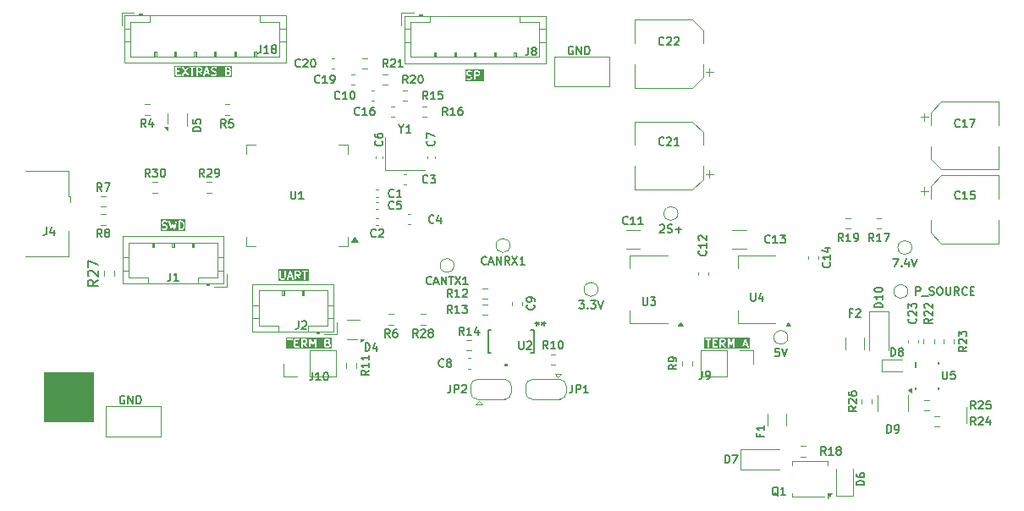
<source format=gbr>
%TF.GenerationSoftware,KiCad,Pcbnew,9.0.0*%
%TF.CreationDate,2025-05-15T11:56:12+12:00*%
%TF.ProjectId,Servo_Board,53657276-6f5f-4426-9f61-72642e6b6963,A*%
%TF.SameCoordinates,Original*%
%TF.FileFunction,Legend,Top*%
%TF.FilePolarity,Positive*%
%FSLAX46Y46*%
G04 Gerber Fmt 4.6, Leading zero omitted, Abs format (unit mm)*
G04 Created by KiCad (PCBNEW 9.0.0) date 2025-05-15 11:56:12*
%MOMM*%
%LPD*%
G01*
G04 APERTURE LIST*
%ADD10C,0.150000*%
%ADD11C,0.100000*%
%ADD12C,0.120000*%
%ADD13C,0.152400*%
%ADD14C,0.000000*%
%ADD15C,0.200000*%
G04 APERTURE END LIST*
G36*
X102500000Y-111100000D02*
G01*
X107500000Y-111100000D01*
X107500000Y-116100000D01*
X102500000Y-116100000D01*
X102500000Y-111100000D01*
G37*
D10*
G36*
X121007104Y-81046893D02*
G01*
X121024074Y-81063863D01*
X121048810Y-81113333D01*
X121048810Y-81192208D01*
X121024074Y-81241678D01*
X121003191Y-81262561D01*
X120953724Y-81287295D01*
X120741667Y-81287295D01*
X120741667Y-81018247D01*
X120921163Y-81018247D01*
X121007104Y-81046893D01*
G37*
G36*
X120965097Y-80662029D02*
G01*
X120985979Y-80682911D01*
X121010714Y-80732380D01*
X121010714Y-80773161D01*
X120985979Y-80822630D01*
X120965097Y-80843512D01*
X120915628Y-80868247D01*
X120741667Y-80868247D01*
X120741667Y-80637295D01*
X120915628Y-80637295D01*
X120965097Y-80662029D01*
G37*
G36*
X118146049Y-80662029D02*
G01*
X118166932Y-80682912D01*
X118191667Y-80732381D01*
X118191667Y-80811255D01*
X118166932Y-80860724D01*
X118146049Y-80881608D01*
X118096581Y-80906342D01*
X117884524Y-80906342D01*
X117884524Y-80637295D01*
X118096581Y-80637295D01*
X118146049Y-80662029D01*
G37*
G36*
X118848324Y-81058723D02*
G01*
X118675485Y-81058723D01*
X118761904Y-80799465D01*
X118848324Y-81058723D01*
G37*
G36*
X121287699Y-81526184D02*
G01*
X115550396Y-81526184D01*
X115550396Y-80562295D01*
X115639285Y-80562295D01*
X115639285Y-81362295D01*
X115640726Y-81376927D01*
X115651925Y-81403963D01*
X115672617Y-81424655D01*
X115699653Y-81435854D01*
X115714285Y-81437295D01*
X116095237Y-81437295D01*
X116109869Y-81435854D01*
X116136905Y-81424655D01*
X116157597Y-81403963D01*
X116168796Y-81376927D01*
X116168796Y-81347663D01*
X116157597Y-81320627D01*
X116136905Y-81299935D01*
X116109869Y-81288736D01*
X116095237Y-81287295D01*
X115789285Y-81287295D01*
X115789285Y-81018247D01*
X115980951Y-81018247D01*
X115995583Y-81016806D01*
X116022619Y-81005607D01*
X116043311Y-80984915D01*
X116054510Y-80957879D01*
X116054510Y-80928615D01*
X116043311Y-80901579D01*
X116022619Y-80880887D01*
X115995583Y-80869688D01*
X115980951Y-80868247D01*
X115789285Y-80868247D01*
X115789285Y-80637295D01*
X116095237Y-80637295D01*
X116109869Y-80635854D01*
X116136905Y-80624655D01*
X116157597Y-80603963D01*
X116168796Y-80576927D01*
X116168796Y-80562216D01*
X116286904Y-80562216D01*
X116292583Y-80590924D01*
X116299500Y-80603898D01*
X116538431Y-80962295D01*
X116299500Y-81320692D01*
X116292583Y-81333666D01*
X116286904Y-81362374D01*
X116292643Y-81391068D01*
X116308926Y-81415383D01*
X116333275Y-81431616D01*
X116361983Y-81437295D01*
X116390677Y-81431556D01*
X116414992Y-81415273D01*
X116424308Y-81403898D01*
X116628570Y-81097503D01*
X116832834Y-81403898D01*
X116842150Y-81415273D01*
X116866465Y-81431556D01*
X116895159Y-81437295D01*
X116923867Y-81431616D01*
X116948216Y-81415384D01*
X116964499Y-81391069D01*
X116970238Y-81362374D01*
X116964559Y-81333667D01*
X116957642Y-81320693D01*
X116718710Y-80962295D01*
X116957642Y-80603897D01*
X116964559Y-80590923D01*
X116970238Y-80562216D01*
X116967327Y-80547663D01*
X117012155Y-80547663D01*
X117012155Y-80576927D01*
X117023354Y-80603963D01*
X117044046Y-80624655D01*
X117071082Y-80635854D01*
X117085714Y-80637295D01*
X117239285Y-80637295D01*
X117239285Y-81362295D01*
X117240726Y-81376927D01*
X117251925Y-81403963D01*
X117272617Y-81424655D01*
X117299653Y-81435854D01*
X117328917Y-81435854D01*
X117355953Y-81424655D01*
X117376645Y-81403963D01*
X117387844Y-81376927D01*
X117389285Y-81362295D01*
X117389285Y-80637295D01*
X117542857Y-80637295D01*
X117557489Y-80635854D01*
X117584525Y-80624655D01*
X117605217Y-80603963D01*
X117616416Y-80576927D01*
X117616416Y-80562295D01*
X117734524Y-80562295D01*
X117734524Y-81362295D01*
X117735965Y-81376927D01*
X117747164Y-81403963D01*
X117767856Y-81424655D01*
X117794892Y-81435854D01*
X117824156Y-81435854D01*
X117851192Y-81424655D01*
X117871884Y-81403963D01*
X117883083Y-81376927D01*
X117884524Y-81362295D01*
X117884524Y-81056342D01*
X117960951Y-81056342D01*
X118205224Y-81405304D01*
X118214796Y-81416465D01*
X118239475Y-81432192D01*
X118268292Y-81437277D01*
X118296863Y-81430948D01*
X118320837Y-81414166D01*
X118336564Y-81389487D01*
X118341649Y-81360669D01*
X118339931Y-81352915D01*
X118420827Y-81352915D01*
X118422902Y-81382105D01*
X118435988Y-81408278D01*
X118458095Y-81427452D01*
X118485858Y-81436706D01*
X118515048Y-81434631D01*
X118541221Y-81421545D01*
X118560395Y-81399438D01*
X118566389Y-81386012D01*
X118625485Y-81208723D01*
X118898324Y-81208723D01*
X118957420Y-81386012D01*
X118963414Y-81399438D01*
X118982588Y-81421545D01*
X119008761Y-81434632D01*
X119037951Y-81436706D01*
X119065714Y-81427452D01*
X119087821Y-81408279D01*
X119100908Y-81382105D01*
X119102982Y-81352915D01*
X119099722Y-81338578D01*
X118891755Y-80714676D01*
X119182142Y-80714676D01*
X119182142Y-80790866D01*
X119183583Y-80805498D01*
X119184613Y-80807986D01*
X119184805Y-80810676D01*
X119190060Y-80824407D01*
X119228156Y-80900598D01*
X119232119Y-80906894D01*
X119232878Y-80908725D01*
X119234569Y-80910786D01*
X119235989Y-80913041D01*
X119237484Y-80914337D01*
X119242205Y-80920090D01*
X119280300Y-80958185D01*
X119286049Y-80962903D01*
X119287349Y-80964402D01*
X119289608Y-80965823D01*
X119291665Y-80967512D01*
X119293492Y-80968269D01*
X119299792Y-80972234D01*
X119375982Y-81010329D01*
X119377051Y-81010738D01*
X119377487Y-81011061D01*
X119383632Y-81013256D01*
X119389714Y-81015584D01*
X119390253Y-81015622D01*
X119391333Y-81016008D01*
X119535727Y-81052106D01*
X119593668Y-81081077D01*
X119614551Y-81101960D01*
X119639285Y-81151428D01*
X119639285Y-81192209D01*
X119614550Y-81241677D01*
X119593667Y-81262561D01*
X119544199Y-81287295D01*
X119383598Y-81287295D01*
X119280859Y-81253049D01*
X119266522Y-81249789D01*
X119237332Y-81251864D01*
X119211159Y-81264950D01*
X119191985Y-81287058D01*
X119182731Y-81314820D01*
X119184806Y-81344010D01*
X119197892Y-81370183D01*
X119220000Y-81389357D01*
X119233425Y-81395351D01*
X119347711Y-81433446D01*
X119354964Y-81435095D01*
X119356796Y-81435854D01*
X119359450Y-81436115D01*
X119362048Y-81436706D01*
X119364022Y-81436565D01*
X119371428Y-81437295D01*
X119561904Y-81437295D01*
X119576536Y-81435854D01*
X119579025Y-81434822D01*
X119581713Y-81434632D01*
X119595445Y-81429377D01*
X119671636Y-81391282D01*
X119677935Y-81387317D01*
X119679763Y-81386560D01*
X119681819Y-81384872D01*
X119684079Y-81383450D01*
X119685379Y-81381950D01*
X119691129Y-81377232D01*
X119729224Y-81339136D01*
X119733941Y-81333387D01*
X119735440Y-81332088D01*
X119736861Y-81329829D01*
X119738551Y-81327771D01*
X119739308Y-81325941D01*
X119743272Y-81319645D01*
X119781367Y-81243455D01*
X119786622Y-81229723D01*
X119786812Y-81227035D01*
X119787844Y-81224546D01*
X119789285Y-81209914D01*
X119789285Y-81133723D01*
X119787844Y-81119091D01*
X119786812Y-81116601D01*
X119786622Y-81113914D01*
X119781367Y-81100182D01*
X119743272Y-81023992D01*
X119739307Y-81017692D01*
X119738550Y-81015865D01*
X119736861Y-81013808D01*
X119735440Y-81011549D01*
X119733941Y-81010249D01*
X119729223Y-81004500D01*
X119691128Y-80966405D01*
X119685375Y-80961684D01*
X119684079Y-80960189D01*
X119681824Y-80958769D01*
X119679763Y-80957078D01*
X119677932Y-80956319D01*
X119671636Y-80952356D01*
X119595445Y-80914260D01*
X119594375Y-80913850D01*
X119593940Y-80913528D01*
X119587803Y-80911335D01*
X119581714Y-80909005D01*
X119581173Y-80908966D01*
X119580094Y-80908581D01*
X119435698Y-80872482D01*
X119377760Y-80843513D01*
X119356877Y-80822630D01*
X119332142Y-80773160D01*
X119332142Y-80732381D01*
X119356877Y-80682911D01*
X119377760Y-80662029D01*
X119427228Y-80637295D01*
X119587830Y-80637295D01*
X119690568Y-80671541D01*
X119704905Y-80674801D01*
X119734095Y-80672726D01*
X119760268Y-80659640D01*
X119779442Y-80637533D01*
X119788696Y-80609770D01*
X119786621Y-80580580D01*
X119777479Y-80562295D01*
X120591667Y-80562295D01*
X120591667Y-81362295D01*
X120593108Y-81376927D01*
X120604307Y-81403963D01*
X120624999Y-81424655D01*
X120652035Y-81435854D01*
X120666667Y-81437295D01*
X120971429Y-81437295D01*
X120986061Y-81435854D01*
X120988550Y-81434822D01*
X120991238Y-81434632D01*
X121004970Y-81429377D01*
X121081160Y-81391282D01*
X121087459Y-81387317D01*
X121089287Y-81386560D01*
X121091343Y-81384872D01*
X121093603Y-81383450D01*
X121094903Y-81381950D01*
X121100653Y-81377232D01*
X121138748Y-81339136D01*
X121143468Y-81333384D01*
X121144963Y-81332088D01*
X121146382Y-81329833D01*
X121148075Y-81327771D01*
X121148833Y-81325940D01*
X121152796Y-81319646D01*
X121190891Y-81243456D01*
X121196146Y-81229724D01*
X121196336Y-81227037D01*
X121197369Y-81224546D01*
X121198810Y-81209914D01*
X121198810Y-81095628D01*
X121197369Y-81080996D01*
X121196336Y-81078504D01*
X121196146Y-81075818D01*
X121190891Y-81062086D01*
X121152796Y-80985896D01*
X121148833Y-80979601D01*
X121148075Y-80977771D01*
X121146382Y-80975708D01*
X121144963Y-80973454D01*
X121143468Y-80972157D01*
X121138748Y-80966406D01*
X121100653Y-80928310D01*
X121096137Y-80924604D01*
X121100652Y-80920090D01*
X121105370Y-80914340D01*
X121106869Y-80913041D01*
X121108290Y-80910781D01*
X121109979Y-80908725D01*
X121110736Y-80906897D01*
X121114701Y-80900598D01*
X121152796Y-80824407D01*
X121158051Y-80810675D01*
X121158241Y-80807987D01*
X121159273Y-80805498D01*
X121160714Y-80790866D01*
X121160714Y-80714676D01*
X121159273Y-80700044D01*
X121158241Y-80697554D01*
X121158051Y-80694867D01*
X121152796Y-80681135D01*
X121114701Y-80604944D01*
X121110736Y-80598644D01*
X121109979Y-80596817D01*
X121108290Y-80594760D01*
X121106869Y-80592501D01*
X121105370Y-80591201D01*
X121100652Y-80585452D01*
X121062557Y-80547357D01*
X121056807Y-80542638D01*
X121055508Y-80541140D01*
X121053248Y-80539718D01*
X121051192Y-80538030D01*
X121049364Y-80537272D01*
X121043065Y-80533308D01*
X120966874Y-80495213D01*
X120953142Y-80489958D01*
X120950454Y-80489767D01*
X120947965Y-80488736D01*
X120933333Y-80487295D01*
X120666667Y-80487295D01*
X120652035Y-80488736D01*
X120624999Y-80499935D01*
X120604307Y-80520627D01*
X120593108Y-80547663D01*
X120591667Y-80562295D01*
X119777479Y-80562295D01*
X119773535Y-80554407D01*
X119751428Y-80535233D01*
X119738002Y-80529239D01*
X119623717Y-80491144D01*
X119616463Y-80489494D01*
X119614632Y-80488736D01*
X119611977Y-80488474D01*
X119609380Y-80487884D01*
X119607405Y-80488024D01*
X119600000Y-80487295D01*
X119409523Y-80487295D01*
X119394891Y-80488736D01*
X119392401Y-80489767D01*
X119389714Y-80489958D01*
X119375982Y-80495213D01*
X119299792Y-80533308D01*
X119293492Y-80537272D01*
X119291665Y-80538030D01*
X119289608Y-80539718D01*
X119287349Y-80541140D01*
X119286049Y-80542638D01*
X119280300Y-80547357D01*
X119242205Y-80585452D01*
X119237484Y-80591204D01*
X119235989Y-80592501D01*
X119234569Y-80594755D01*
X119232878Y-80596817D01*
X119232119Y-80598647D01*
X119228156Y-80604944D01*
X119190060Y-80681135D01*
X119184805Y-80694866D01*
X119184613Y-80697555D01*
X119183583Y-80700044D01*
X119182142Y-80714676D01*
X118891755Y-80714676D01*
X118833056Y-80538578D01*
X118827062Y-80525153D01*
X118823551Y-80521105D01*
X118821155Y-80516312D01*
X118814049Y-80510148D01*
X118807888Y-80503045D01*
X118803096Y-80500649D01*
X118799048Y-80497138D01*
X118790124Y-80494163D01*
X118781715Y-80489959D01*
X118776370Y-80489579D01*
X118771285Y-80487884D01*
X118761905Y-80488550D01*
X118752525Y-80487884D01*
X118747439Y-80489579D01*
X118742095Y-80489959D01*
X118733684Y-80494164D01*
X118724763Y-80497138D01*
X118720715Y-80500648D01*
X118715922Y-80503045D01*
X118709759Y-80510149D01*
X118702655Y-80516312D01*
X118700258Y-80521105D01*
X118696748Y-80525153D01*
X118690754Y-80538578D01*
X118424087Y-81338578D01*
X118420827Y-81352915D01*
X118339931Y-81352915D01*
X118335320Y-81332098D01*
X118328109Y-81319285D01*
X118140475Y-81051237D01*
X118147827Y-81048424D01*
X118224017Y-81010329D01*
X118230316Y-81006364D01*
X118232144Y-81005607D01*
X118234200Y-81003918D01*
X118236460Y-81002497D01*
X118237759Y-81000998D01*
X118243509Y-80996280D01*
X118281604Y-80958185D01*
X118286324Y-80952432D01*
X118287820Y-80951136D01*
X118289239Y-80948881D01*
X118290931Y-80946820D01*
X118291689Y-80944989D01*
X118295653Y-80938693D01*
X118333749Y-80862503D01*
X118339004Y-80848771D01*
X118339195Y-80846081D01*
X118340226Y-80843593D01*
X118341667Y-80828961D01*
X118341667Y-80714676D01*
X118340226Y-80700044D01*
X118339195Y-80697555D01*
X118339004Y-80694866D01*
X118333749Y-80681134D01*
X118295653Y-80604944D01*
X118291689Y-80598647D01*
X118290931Y-80596817D01*
X118289239Y-80594755D01*
X118287820Y-80592501D01*
X118286324Y-80591204D01*
X118281604Y-80585452D01*
X118243509Y-80547357D01*
X118237759Y-80542638D01*
X118236460Y-80541140D01*
X118234200Y-80539718D01*
X118232144Y-80538030D01*
X118230316Y-80537272D01*
X118224017Y-80533308D01*
X118147827Y-80495213D01*
X118134095Y-80489958D01*
X118131407Y-80489767D01*
X118128918Y-80488736D01*
X118114286Y-80487295D01*
X117809524Y-80487295D01*
X117794892Y-80488736D01*
X117767856Y-80499935D01*
X117747164Y-80520627D01*
X117735965Y-80547663D01*
X117734524Y-80562295D01*
X117616416Y-80562295D01*
X117616416Y-80547663D01*
X117605217Y-80520627D01*
X117584525Y-80499935D01*
X117557489Y-80488736D01*
X117542857Y-80487295D01*
X117085714Y-80487295D01*
X117071082Y-80488736D01*
X117044046Y-80499935D01*
X117023354Y-80520627D01*
X117012155Y-80547663D01*
X116967327Y-80547663D01*
X116964499Y-80533521D01*
X116948216Y-80509206D01*
X116923867Y-80492974D01*
X116895159Y-80487295D01*
X116866465Y-80493034D01*
X116842150Y-80509317D01*
X116832834Y-80520692D01*
X116628570Y-80827086D01*
X116424308Y-80520692D01*
X116414992Y-80509317D01*
X116390677Y-80493034D01*
X116361983Y-80487295D01*
X116333275Y-80492974D01*
X116308926Y-80509207D01*
X116292643Y-80533522D01*
X116286904Y-80562216D01*
X116168796Y-80562216D01*
X116168796Y-80547663D01*
X116157597Y-80520627D01*
X116136905Y-80499935D01*
X116109869Y-80488736D01*
X116095237Y-80487295D01*
X115714285Y-80487295D01*
X115699653Y-80488736D01*
X115672617Y-80499935D01*
X115651925Y-80520627D01*
X115640726Y-80547663D01*
X115639285Y-80562295D01*
X115550396Y-80562295D01*
X115550396Y-80398406D01*
X121287699Y-80398406D01*
X121287699Y-81526184D01*
G37*
G36*
X145917478Y-81062029D02*
G01*
X145938361Y-81082912D01*
X145963096Y-81132381D01*
X145963096Y-81211255D01*
X145938361Y-81260724D01*
X145917478Y-81281608D01*
X145868010Y-81306342D01*
X145655953Y-81306342D01*
X145655953Y-81037295D01*
X145868010Y-81037295D01*
X145917478Y-81062029D01*
G37*
G36*
X146544842Y-81926184D02*
G01*
X144617063Y-81926184D01*
X144617063Y-81114676D01*
X144705952Y-81114676D01*
X144705952Y-81190866D01*
X144707393Y-81205498D01*
X144708423Y-81207986D01*
X144708615Y-81210676D01*
X144713870Y-81224407D01*
X144751966Y-81300598D01*
X144755929Y-81306894D01*
X144756688Y-81308725D01*
X144758379Y-81310786D01*
X144759799Y-81313041D01*
X144761294Y-81314337D01*
X144766015Y-81320090D01*
X144804110Y-81358185D01*
X144809859Y-81362903D01*
X144811159Y-81364402D01*
X144813418Y-81365823D01*
X144815475Y-81367512D01*
X144817302Y-81368269D01*
X144823602Y-81372234D01*
X144899792Y-81410329D01*
X144900861Y-81410738D01*
X144901297Y-81411061D01*
X144907442Y-81413256D01*
X144913524Y-81415584D01*
X144914063Y-81415622D01*
X144915143Y-81416008D01*
X145059537Y-81452106D01*
X145117478Y-81481077D01*
X145138361Y-81501960D01*
X145163095Y-81551428D01*
X145163095Y-81592209D01*
X145138360Y-81641677D01*
X145117477Y-81662561D01*
X145068009Y-81687295D01*
X144907408Y-81687295D01*
X144804669Y-81653049D01*
X144790332Y-81649789D01*
X144761142Y-81651864D01*
X144734969Y-81664950D01*
X144715795Y-81687058D01*
X144706541Y-81714820D01*
X144708616Y-81744010D01*
X144721702Y-81770183D01*
X144743810Y-81789357D01*
X144757235Y-81795351D01*
X144871521Y-81833446D01*
X144878774Y-81835095D01*
X144880606Y-81835854D01*
X144883260Y-81836115D01*
X144885858Y-81836706D01*
X144887832Y-81836565D01*
X144895238Y-81837295D01*
X145085714Y-81837295D01*
X145100346Y-81835854D01*
X145102835Y-81834822D01*
X145105523Y-81834632D01*
X145119255Y-81829377D01*
X145195446Y-81791282D01*
X145201745Y-81787317D01*
X145203573Y-81786560D01*
X145205629Y-81784872D01*
X145207889Y-81783450D01*
X145209189Y-81781950D01*
X145214939Y-81777232D01*
X145253034Y-81739136D01*
X145257751Y-81733387D01*
X145259250Y-81732088D01*
X145260671Y-81729829D01*
X145262361Y-81727771D01*
X145263118Y-81725941D01*
X145267082Y-81719645D01*
X145305177Y-81643455D01*
X145310432Y-81629723D01*
X145310622Y-81627035D01*
X145311654Y-81624546D01*
X145313095Y-81609914D01*
X145313095Y-81533723D01*
X145311654Y-81519091D01*
X145310622Y-81516601D01*
X145310432Y-81513914D01*
X145305177Y-81500182D01*
X145267082Y-81423992D01*
X145263117Y-81417692D01*
X145262360Y-81415865D01*
X145260671Y-81413808D01*
X145259250Y-81411549D01*
X145257751Y-81410249D01*
X145253033Y-81404500D01*
X145214938Y-81366405D01*
X145209185Y-81361684D01*
X145207889Y-81360189D01*
X145205634Y-81358769D01*
X145203573Y-81357078D01*
X145201742Y-81356319D01*
X145195446Y-81352356D01*
X145119255Y-81314260D01*
X145118185Y-81313850D01*
X145117750Y-81313528D01*
X145111613Y-81311335D01*
X145105524Y-81309005D01*
X145104983Y-81308966D01*
X145103904Y-81308581D01*
X144959508Y-81272482D01*
X144901570Y-81243513D01*
X144880687Y-81222630D01*
X144855952Y-81173160D01*
X144855952Y-81132381D01*
X144880687Y-81082911D01*
X144901570Y-81062029D01*
X144951038Y-81037295D01*
X145111640Y-81037295D01*
X145214378Y-81071541D01*
X145228715Y-81074801D01*
X145257905Y-81072726D01*
X145284078Y-81059640D01*
X145303252Y-81037533D01*
X145312506Y-81009770D01*
X145310431Y-80980580D01*
X145301289Y-80962295D01*
X145505953Y-80962295D01*
X145505953Y-81762295D01*
X145507394Y-81776927D01*
X145518593Y-81803963D01*
X145539285Y-81824655D01*
X145566321Y-81835854D01*
X145595585Y-81835854D01*
X145622621Y-81824655D01*
X145643313Y-81803963D01*
X145654512Y-81776927D01*
X145655953Y-81762295D01*
X145655953Y-81456342D01*
X145885715Y-81456342D01*
X145900347Y-81454901D01*
X145902836Y-81453869D01*
X145905524Y-81453679D01*
X145919256Y-81448424D01*
X145995446Y-81410329D01*
X146001745Y-81406364D01*
X146003573Y-81405607D01*
X146005629Y-81403918D01*
X146007889Y-81402497D01*
X146009188Y-81400998D01*
X146014938Y-81396280D01*
X146053033Y-81358185D01*
X146057753Y-81352432D01*
X146059249Y-81351136D01*
X146060668Y-81348881D01*
X146062360Y-81346820D01*
X146063118Y-81344989D01*
X146067082Y-81338693D01*
X146105178Y-81262503D01*
X146110433Y-81248771D01*
X146110624Y-81246081D01*
X146111655Y-81243593D01*
X146113096Y-81228961D01*
X146113096Y-81114676D01*
X146111655Y-81100044D01*
X146110624Y-81097555D01*
X146110433Y-81094866D01*
X146105178Y-81081134D01*
X146067082Y-81004944D01*
X146063118Y-80998647D01*
X146062360Y-80996817D01*
X146060668Y-80994755D01*
X146059249Y-80992501D01*
X146057753Y-80991204D01*
X146053033Y-80985452D01*
X146029876Y-80962295D01*
X146305953Y-80962295D01*
X146305953Y-81762295D01*
X146307394Y-81776927D01*
X146318593Y-81803963D01*
X146339285Y-81824655D01*
X146366321Y-81835854D01*
X146395585Y-81835854D01*
X146422621Y-81824655D01*
X146443313Y-81803963D01*
X146454512Y-81776927D01*
X146455953Y-81762295D01*
X146455953Y-80962295D01*
X146454512Y-80947663D01*
X146443313Y-80920627D01*
X146422621Y-80899935D01*
X146395585Y-80888736D01*
X146366321Y-80888736D01*
X146339285Y-80899935D01*
X146318593Y-80920627D01*
X146307394Y-80947663D01*
X146305953Y-80962295D01*
X146029876Y-80962295D01*
X146014938Y-80947357D01*
X146009188Y-80942638D01*
X146007889Y-80941140D01*
X146005629Y-80939718D01*
X146003573Y-80938030D01*
X146001745Y-80937272D01*
X145995446Y-80933308D01*
X145919256Y-80895213D01*
X145905524Y-80889958D01*
X145902836Y-80889767D01*
X145900347Y-80888736D01*
X145885715Y-80887295D01*
X145580953Y-80887295D01*
X145566321Y-80888736D01*
X145539285Y-80899935D01*
X145518593Y-80920627D01*
X145507394Y-80947663D01*
X145505953Y-80962295D01*
X145301289Y-80962295D01*
X145297345Y-80954407D01*
X145275238Y-80935233D01*
X145261812Y-80929239D01*
X145147527Y-80891144D01*
X145140273Y-80889494D01*
X145138442Y-80888736D01*
X145135787Y-80888474D01*
X145133190Y-80887884D01*
X145131215Y-80888024D01*
X145123810Y-80887295D01*
X144933333Y-80887295D01*
X144918701Y-80888736D01*
X144916211Y-80889767D01*
X144913524Y-80889958D01*
X144899792Y-80895213D01*
X144823602Y-80933308D01*
X144817302Y-80937272D01*
X144815475Y-80938030D01*
X144813418Y-80939718D01*
X144811159Y-80941140D01*
X144809859Y-80942638D01*
X144804110Y-80947357D01*
X144766015Y-80985452D01*
X144761294Y-80991204D01*
X144759799Y-80992501D01*
X144758379Y-80994755D01*
X144756688Y-80996817D01*
X144755929Y-80998647D01*
X144751966Y-81004944D01*
X144713870Y-81081135D01*
X144708615Y-81094866D01*
X144708423Y-81097555D01*
X144707393Y-81100044D01*
X144705952Y-81114676D01*
X144617063Y-81114676D01*
X144617063Y-80798406D01*
X146544842Y-80798406D01*
X146544842Y-81926184D01*
G37*
G36*
X170488906Y-107862029D02*
G01*
X170509789Y-107882912D01*
X170534524Y-107932381D01*
X170534524Y-108011255D01*
X170509789Y-108060724D01*
X170488906Y-108081608D01*
X170439438Y-108106342D01*
X170227381Y-108106342D01*
X170227381Y-107837295D01*
X170439438Y-107837295D01*
X170488906Y-107862029D01*
G37*
G36*
X172714991Y-108258723D02*
G01*
X172542152Y-108258723D01*
X172628571Y-107999465D01*
X172714991Y-108258723D01*
G37*
G36*
X173058538Y-108726184D02*
G01*
X168542313Y-108726184D01*
X168542313Y-107747663D01*
X168631202Y-107747663D01*
X168631202Y-107776927D01*
X168642401Y-107803963D01*
X168663093Y-107824655D01*
X168690129Y-107835854D01*
X168704761Y-107837295D01*
X168858332Y-107837295D01*
X168858332Y-108562295D01*
X168859773Y-108576927D01*
X168870972Y-108603963D01*
X168891664Y-108624655D01*
X168918700Y-108635854D01*
X168947964Y-108635854D01*
X168975000Y-108624655D01*
X168995692Y-108603963D01*
X169006891Y-108576927D01*
X169008332Y-108562295D01*
X169008332Y-107837295D01*
X169161904Y-107837295D01*
X169176536Y-107835854D01*
X169203572Y-107824655D01*
X169224264Y-107803963D01*
X169235463Y-107776927D01*
X169235463Y-107762295D01*
X169353571Y-107762295D01*
X169353571Y-108562295D01*
X169355012Y-108576927D01*
X169366211Y-108603963D01*
X169386903Y-108624655D01*
X169413939Y-108635854D01*
X169428571Y-108637295D01*
X169809523Y-108637295D01*
X169824155Y-108635854D01*
X169851191Y-108624655D01*
X169871883Y-108603963D01*
X169883082Y-108576927D01*
X169883082Y-108547663D01*
X169871883Y-108520627D01*
X169851191Y-108499935D01*
X169824155Y-108488736D01*
X169809523Y-108487295D01*
X169503571Y-108487295D01*
X169503571Y-108218247D01*
X169695237Y-108218247D01*
X169709869Y-108216806D01*
X169736905Y-108205607D01*
X169757597Y-108184915D01*
X169768796Y-108157879D01*
X169768796Y-108128615D01*
X169757597Y-108101579D01*
X169736905Y-108080887D01*
X169709869Y-108069688D01*
X169695237Y-108068247D01*
X169503571Y-108068247D01*
X169503571Y-107837295D01*
X169809523Y-107837295D01*
X169824155Y-107835854D01*
X169851191Y-107824655D01*
X169871883Y-107803963D01*
X169883082Y-107776927D01*
X169883082Y-107762295D01*
X170077381Y-107762295D01*
X170077381Y-108562295D01*
X170078822Y-108576927D01*
X170090021Y-108603963D01*
X170110713Y-108624655D01*
X170137749Y-108635854D01*
X170167013Y-108635854D01*
X170194049Y-108624655D01*
X170214741Y-108603963D01*
X170225940Y-108576927D01*
X170227381Y-108562295D01*
X170227381Y-108256342D01*
X170303808Y-108256342D01*
X170548081Y-108605304D01*
X170557653Y-108616465D01*
X170582332Y-108632192D01*
X170611149Y-108637277D01*
X170639720Y-108630948D01*
X170663694Y-108614166D01*
X170679421Y-108589487D01*
X170684506Y-108560669D01*
X170678177Y-108532098D01*
X170670966Y-108519285D01*
X170483332Y-108251237D01*
X170490684Y-108248424D01*
X170566874Y-108210329D01*
X170573173Y-108206364D01*
X170575001Y-108205607D01*
X170577057Y-108203918D01*
X170579317Y-108202497D01*
X170580616Y-108200998D01*
X170586366Y-108196280D01*
X170624461Y-108158185D01*
X170629181Y-108152432D01*
X170630677Y-108151136D01*
X170632096Y-108148881D01*
X170633788Y-108146820D01*
X170634546Y-108144989D01*
X170638510Y-108138693D01*
X170676606Y-108062503D01*
X170681861Y-108048771D01*
X170682052Y-108046081D01*
X170683083Y-108043593D01*
X170684524Y-108028961D01*
X170684524Y-107914676D01*
X170683083Y-107900044D01*
X170682052Y-107897555D01*
X170681861Y-107894866D01*
X170676606Y-107881134D01*
X170638510Y-107804944D01*
X170634546Y-107798647D01*
X170633788Y-107796817D01*
X170632096Y-107794755D01*
X170630677Y-107792501D01*
X170629181Y-107791204D01*
X170624461Y-107785452D01*
X170601304Y-107762295D01*
X170877381Y-107762295D01*
X170877381Y-108562295D01*
X170878822Y-108576927D01*
X170890021Y-108603963D01*
X170910713Y-108624655D01*
X170937749Y-108635854D01*
X170967013Y-108635854D01*
X170994049Y-108624655D01*
X171014741Y-108603963D01*
X171025940Y-108576927D01*
X171027381Y-108562295D01*
X171027381Y-108100363D01*
X171151083Y-108365440D01*
X171154257Y-108370799D01*
X171154917Y-108372612D01*
X171156091Y-108373894D01*
X171158577Y-108378090D01*
X171166986Y-108385790D01*
X171174681Y-108394193D01*
X171177699Y-108395601D01*
X171180158Y-108397853D01*
X171190870Y-108401748D01*
X171201199Y-108406569D01*
X171204527Y-108406715D01*
X171207659Y-108407854D01*
X171219053Y-108407353D01*
X171230435Y-108407853D01*
X171233563Y-108406715D01*
X171236895Y-108406569D01*
X171247230Y-108401745D01*
X171257936Y-108397853D01*
X171260391Y-108395603D01*
X171263413Y-108394194D01*
X171271114Y-108385783D01*
X171279517Y-108378089D01*
X171282000Y-108373896D01*
X171283177Y-108372612D01*
X171283837Y-108370796D01*
X171287011Y-108365439D01*
X171410714Y-108100361D01*
X171410714Y-108562295D01*
X171412155Y-108576927D01*
X171423354Y-108603963D01*
X171444046Y-108624655D01*
X171471082Y-108635854D01*
X171500346Y-108635854D01*
X171527382Y-108624655D01*
X171548074Y-108603963D01*
X171559273Y-108576927D01*
X171560714Y-108562295D01*
X171560714Y-108552915D01*
X172287494Y-108552915D01*
X172289569Y-108582105D01*
X172302655Y-108608278D01*
X172324762Y-108627452D01*
X172352525Y-108636706D01*
X172381715Y-108634631D01*
X172407888Y-108621545D01*
X172427062Y-108599438D01*
X172433056Y-108586012D01*
X172492152Y-108408723D01*
X172764991Y-108408723D01*
X172824087Y-108586012D01*
X172830081Y-108599438D01*
X172849255Y-108621545D01*
X172875428Y-108634632D01*
X172904618Y-108636706D01*
X172932381Y-108627452D01*
X172954488Y-108608279D01*
X172967575Y-108582105D01*
X172969649Y-108552915D01*
X172966389Y-108538578D01*
X172699723Y-107738578D01*
X172693729Y-107725153D01*
X172690218Y-107721105D01*
X172687822Y-107716312D01*
X172680716Y-107710148D01*
X172674555Y-107703045D01*
X172669763Y-107700649D01*
X172665715Y-107697138D01*
X172656791Y-107694163D01*
X172648382Y-107689959D01*
X172643037Y-107689579D01*
X172637952Y-107687884D01*
X172628572Y-107688550D01*
X172619192Y-107687884D01*
X172614106Y-107689579D01*
X172608762Y-107689959D01*
X172600351Y-107694164D01*
X172591430Y-107697138D01*
X172587382Y-107700648D01*
X172582589Y-107703045D01*
X172576426Y-107710149D01*
X172569322Y-107716312D01*
X172566925Y-107721105D01*
X172563415Y-107725153D01*
X172557421Y-107738578D01*
X172290754Y-108538578D01*
X172287494Y-108552915D01*
X171560714Y-108552915D01*
X171560714Y-107762295D01*
X171559766Y-107752673D01*
X171559844Y-107750907D01*
X171559499Y-107749958D01*
X171559273Y-107747663D01*
X171554291Y-107735636D01*
X171549844Y-107723406D01*
X171548714Y-107722172D01*
X171548074Y-107720627D01*
X171538868Y-107711421D01*
X171530080Y-107701825D01*
X171528564Y-107701117D01*
X171527382Y-107699935D01*
X171515360Y-107694955D01*
X171503562Y-107689449D01*
X171501890Y-107689375D01*
X171500346Y-107688736D01*
X171487327Y-107688736D01*
X171474326Y-107688165D01*
X171472756Y-107688736D01*
X171471082Y-107688736D01*
X171459055Y-107693717D01*
X171446825Y-107698165D01*
X171445591Y-107699294D01*
X171444046Y-107699935D01*
X171434840Y-107709140D01*
X171425244Y-107717929D01*
X171424069Y-107719911D01*
X171423354Y-107720627D01*
X171422675Y-107722263D01*
X171417750Y-107730579D01*
X171219047Y-108156369D01*
X171020345Y-107730579D01*
X171015419Y-107722263D01*
X171014741Y-107720627D01*
X171014025Y-107719911D01*
X171012851Y-107717929D01*
X171003254Y-107709140D01*
X170994049Y-107699935D01*
X170992503Y-107699294D01*
X170991270Y-107698165D01*
X170979039Y-107693717D01*
X170967013Y-107688736D01*
X170965339Y-107688736D01*
X170963769Y-107688165D01*
X170950768Y-107688736D01*
X170937749Y-107688736D01*
X170936204Y-107689375D01*
X170934533Y-107689449D01*
X170922734Y-107694955D01*
X170910713Y-107699935D01*
X170909530Y-107701117D01*
X170908015Y-107701825D01*
X170899226Y-107711421D01*
X170890021Y-107720627D01*
X170889380Y-107722172D01*
X170888251Y-107723406D01*
X170883803Y-107735636D01*
X170878822Y-107747663D01*
X170878595Y-107749958D01*
X170878251Y-107750907D01*
X170878328Y-107752673D01*
X170877381Y-107762295D01*
X170601304Y-107762295D01*
X170586366Y-107747357D01*
X170580616Y-107742638D01*
X170579317Y-107741140D01*
X170577057Y-107739718D01*
X170575001Y-107738030D01*
X170573173Y-107737272D01*
X170566874Y-107733308D01*
X170490684Y-107695213D01*
X170476952Y-107689958D01*
X170474264Y-107689767D01*
X170471775Y-107688736D01*
X170457143Y-107687295D01*
X170152381Y-107687295D01*
X170137749Y-107688736D01*
X170110713Y-107699935D01*
X170090021Y-107720627D01*
X170078822Y-107747663D01*
X170077381Y-107762295D01*
X169883082Y-107762295D01*
X169883082Y-107747663D01*
X169871883Y-107720627D01*
X169851191Y-107699935D01*
X169824155Y-107688736D01*
X169809523Y-107687295D01*
X169428571Y-107687295D01*
X169413939Y-107688736D01*
X169386903Y-107699935D01*
X169366211Y-107720627D01*
X169355012Y-107747663D01*
X169353571Y-107762295D01*
X169235463Y-107762295D01*
X169235463Y-107747663D01*
X169224264Y-107720627D01*
X169203572Y-107699935D01*
X169176536Y-107688736D01*
X169161904Y-107687295D01*
X168704761Y-107687295D01*
X168690129Y-107688736D01*
X168663093Y-107699935D01*
X168642401Y-107720627D01*
X168631202Y-107747663D01*
X168542313Y-107747663D01*
X168542313Y-107598406D01*
X173058538Y-107598406D01*
X173058538Y-108726184D01*
G37*
G36*
X130959485Y-108246893D02*
G01*
X130976455Y-108263863D01*
X131001191Y-108313333D01*
X131001191Y-108392208D01*
X130976455Y-108441678D01*
X130955572Y-108462561D01*
X130906105Y-108487295D01*
X130694048Y-108487295D01*
X130694048Y-108218247D01*
X130873544Y-108218247D01*
X130959485Y-108246893D01*
G37*
G36*
X130917478Y-107862029D02*
G01*
X130938360Y-107882911D01*
X130963095Y-107932380D01*
X130963095Y-107973161D01*
X130938360Y-108022630D01*
X130917478Y-108043512D01*
X130868009Y-108068247D01*
X130694048Y-108068247D01*
X130694048Y-107837295D01*
X130868009Y-107837295D01*
X130917478Y-107862029D01*
G37*
G36*
X128631763Y-107862029D02*
G01*
X128652646Y-107882912D01*
X128677381Y-107932381D01*
X128677381Y-108011255D01*
X128652646Y-108060724D01*
X128631763Y-108081608D01*
X128582295Y-108106342D01*
X128370238Y-108106342D01*
X128370238Y-107837295D01*
X128582295Y-107837295D01*
X128631763Y-107862029D01*
G37*
G36*
X131240080Y-108726184D02*
G01*
X126685170Y-108726184D01*
X126685170Y-107747663D01*
X126774059Y-107747663D01*
X126774059Y-107776927D01*
X126785258Y-107803963D01*
X126805950Y-107824655D01*
X126832986Y-107835854D01*
X126847618Y-107837295D01*
X127001189Y-107837295D01*
X127001189Y-108562295D01*
X127002630Y-108576927D01*
X127013829Y-108603963D01*
X127034521Y-108624655D01*
X127061557Y-108635854D01*
X127090821Y-108635854D01*
X127117857Y-108624655D01*
X127138549Y-108603963D01*
X127149748Y-108576927D01*
X127151189Y-108562295D01*
X127151189Y-107837295D01*
X127304761Y-107837295D01*
X127319393Y-107835854D01*
X127346429Y-107824655D01*
X127367121Y-107803963D01*
X127378320Y-107776927D01*
X127378320Y-107762295D01*
X127496428Y-107762295D01*
X127496428Y-108562295D01*
X127497869Y-108576927D01*
X127509068Y-108603963D01*
X127529760Y-108624655D01*
X127556796Y-108635854D01*
X127571428Y-108637295D01*
X127952380Y-108637295D01*
X127967012Y-108635854D01*
X127994048Y-108624655D01*
X128014740Y-108603963D01*
X128025939Y-108576927D01*
X128025939Y-108547663D01*
X128014740Y-108520627D01*
X127994048Y-108499935D01*
X127967012Y-108488736D01*
X127952380Y-108487295D01*
X127646428Y-108487295D01*
X127646428Y-108218247D01*
X127838094Y-108218247D01*
X127852726Y-108216806D01*
X127879762Y-108205607D01*
X127900454Y-108184915D01*
X127911653Y-108157879D01*
X127911653Y-108128615D01*
X127900454Y-108101579D01*
X127879762Y-108080887D01*
X127852726Y-108069688D01*
X127838094Y-108068247D01*
X127646428Y-108068247D01*
X127646428Y-107837295D01*
X127952380Y-107837295D01*
X127967012Y-107835854D01*
X127994048Y-107824655D01*
X128014740Y-107803963D01*
X128025939Y-107776927D01*
X128025939Y-107762295D01*
X128220238Y-107762295D01*
X128220238Y-108562295D01*
X128221679Y-108576927D01*
X128232878Y-108603963D01*
X128253570Y-108624655D01*
X128280606Y-108635854D01*
X128309870Y-108635854D01*
X128336906Y-108624655D01*
X128357598Y-108603963D01*
X128368797Y-108576927D01*
X128370238Y-108562295D01*
X128370238Y-108256342D01*
X128446665Y-108256342D01*
X128690938Y-108605304D01*
X128700510Y-108616465D01*
X128725189Y-108632192D01*
X128754006Y-108637277D01*
X128782577Y-108630948D01*
X128806551Y-108614166D01*
X128822278Y-108589487D01*
X128827363Y-108560669D01*
X128821034Y-108532098D01*
X128813823Y-108519285D01*
X128626189Y-108251237D01*
X128633541Y-108248424D01*
X128709731Y-108210329D01*
X128716030Y-108206364D01*
X128717858Y-108205607D01*
X128719914Y-108203918D01*
X128722174Y-108202497D01*
X128723473Y-108200998D01*
X128729223Y-108196280D01*
X128767318Y-108158185D01*
X128772038Y-108152432D01*
X128773534Y-108151136D01*
X128774953Y-108148881D01*
X128776645Y-108146820D01*
X128777403Y-108144989D01*
X128781367Y-108138693D01*
X128819463Y-108062503D01*
X128824718Y-108048771D01*
X128824909Y-108046081D01*
X128825940Y-108043593D01*
X128827381Y-108028961D01*
X128827381Y-107914676D01*
X128825940Y-107900044D01*
X128824909Y-107897555D01*
X128824718Y-107894866D01*
X128819463Y-107881134D01*
X128781367Y-107804944D01*
X128777403Y-107798647D01*
X128776645Y-107796817D01*
X128774953Y-107794755D01*
X128773534Y-107792501D01*
X128772038Y-107791204D01*
X128767318Y-107785452D01*
X128744161Y-107762295D01*
X129020238Y-107762295D01*
X129020238Y-108562295D01*
X129021679Y-108576927D01*
X129032878Y-108603963D01*
X129053570Y-108624655D01*
X129080606Y-108635854D01*
X129109870Y-108635854D01*
X129136906Y-108624655D01*
X129157598Y-108603963D01*
X129168797Y-108576927D01*
X129170238Y-108562295D01*
X129170238Y-108100363D01*
X129293940Y-108365440D01*
X129297114Y-108370799D01*
X129297774Y-108372612D01*
X129298948Y-108373894D01*
X129301434Y-108378090D01*
X129309843Y-108385790D01*
X129317538Y-108394193D01*
X129320556Y-108395601D01*
X129323015Y-108397853D01*
X129333727Y-108401748D01*
X129344056Y-108406569D01*
X129347384Y-108406715D01*
X129350516Y-108407854D01*
X129361910Y-108407353D01*
X129373292Y-108407853D01*
X129376420Y-108406715D01*
X129379752Y-108406569D01*
X129390087Y-108401745D01*
X129400793Y-108397853D01*
X129403248Y-108395603D01*
X129406270Y-108394194D01*
X129413971Y-108385783D01*
X129422374Y-108378089D01*
X129424857Y-108373896D01*
X129426034Y-108372612D01*
X129426694Y-108370796D01*
X129429868Y-108365439D01*
X129553571Y-108100361D01*
X129553571Y-108562295D01*
X129555012Y-108576927D01*
X129566211Y-108603963D01*
X129586903Y-108624655D01*
X129613939Y-108635854D01*
X129643203Y-108635854D01*
X129670239Y-108624655D01*
X129690931Y-108603963D01*
X129702130Y-108576927D01*
X129703571Y-108562295D01*
X129703571Y-107762295D01*
X130544048Y-107762295D01*
X130544048Y-108562295D01*
X130545489Y-108576927D01*
X130556688Y-108603963D01*
X130577380Y-108624655D01*
X130604416Y-108635854D01*
X130619048Y-108637295D01*
X130923810Y-108637295D01*
X130938442Y-108635854D01*
X130940931Y-108634822D01*
X130943619Y-108634632D01*
X130957351Y-108629377D01*
X131033541Y-108591282D01*
X131039840Y-108587317D01*
X131041668Y-108586560D01*
X131043724Y-108584872D01*
X131045984Y-108583450D01*
X131047284Y-108581950D01*
X131053034Y-108577232D01*
X131091129Y-108539136D01*
X131095849Y-108533384D01*
X131097344Y-108532088D01*
X131098763Y-108529833D01*
X131100456Y-108527771D01*
X131101214Y-108525940D01*
X131105177Y-108519646D01*
X131143272Y-108443456D01*
X131148527Y-108429724D01*
X131148717Y-108427037D01*
X131149750Y-108424546D01*
X131151191Y-108409914D01*
X131151191Y-108295628D01*
X131149750Y-108280996D01*
X131148717Y-108278504D01*
X131148527Y-108275818D01*
X131143272Y-108262086D01*
X131105177Y-108185896D01*
X131101214Y-108179601D01*
X131100456Y-108177771D01*
X131098763Y-108175708D01*
X131097344Y-108173454D01*
X131095849Y-108172157D01*
X131091129Y-108166406D01*
X131053034Y-108128310D01*
X131048518Y-108124604D01*
X131053033Y-108120090D01*
X131057751Y-108114340D01*
X131059250Y-108113041D01*
X131060671Y-108110781D01*
X131062360Y-108108725D01*
X131063117Y-108106897D01*
X131067082Y-108100598D01*
X131105177Y-108024407D01*
X131110432Y-108010675D01*
X131110622Y-108007987D01*
X131111654Y-108005498D01*
X131113095Y-107990866D01*
X131113095Y-107914676D01*
X131111654Y-107900044D01*
X131110622Y-107897554D01*
X131110432Y-107894867D01*
X131105177Y-107881135D01*
X131067082Y-107804944D01*
X131063117Y-107798644D01*
X131062360Y-107796817D01*
X131060671Y-107794760D01*
X131059250Y-107792501D01*
X131057751Y-107791201D01*
X131053033Y-107785452D01*
X131014938Y-107747357D01*
X131009188Y-107742638D01*
X131007889Y-107741140D01*
X131005629Y-107739718D01*
X131003573Y-107738030D01*
X131001745Y-107737272D01*
X130995446Y-107733308D01*
X130919255Y-107695213D01*
X130905523Y-107689958D01*
X130902835Y-107689767D01*
X130900346Y-107688736D01*
X130885714Y-107687295D01*
X130619048Y-107687295D01*
X130604416Y-107688736D01*
X130577380Y-107699935D01*
X130556688Y-107720627D01*
X130545489Y-107747663D01*
X130544048Y-107762295D01*
X129703571Y-107762295D01*
X129702623Y-107752673D01*
X129702701Y-107750907D01*
X129702356Y-107749958D01*
X129702130Y-107747663D01*
X129697148Y-107735636D01*
X129692701Y-107723406D01*
X129691571Y-107722172D01*
X129690931Y-107720627D01*
X129681725Y-107711421D01*
X129672937Y-107701825D01*
X129671421Y-107701117D01*
X129670239Y-107699935D01*
X129658217Y-107694955D01*
X129646419Y-107689449D01*
X129644747Y-107689375D01*
X129643203Y-107688736D01*
X129630184Y-107688736D01*
X129617183Y-107688165D01*
X129615613Y-107688736D01*
X129613939Y-107688736D01*
X129601912Y-107693717D01*
X129589682Y-107698165D01*
X129588448Y-107699294D01*
X129586903Y-107699935D01*
X129577697Y-107709140D01*
X129568101Y-107717929D01*
X129566926Y-107719911D01*
X129566211Y-107720627D01*
X129565532Y-107722263D01*
X129560607Y-107730579D01*
X129361904Y-108156369D01*
X129163202Y-107730579D01*
X129158276Y-107722263D01*
X129157598Y-107720627D01*
X129156882Y-107719911D01*
X129155708Y-107717929D01*
X129146111Y-107709140D01*
X129136906Y-107699935D01*
X129135360Y-107699294D01*
X129134127Y-107698165D01*
X129121896Y-107693717D01*
X129109870Y-107688736D01*
X129108196Y-107688736D01*
X129106626Y-107688165D01*
X129093625Y-107688736D01*
X129080606Y-107688736D01*
X129079061Y-107689375D01*
X129077390Y-107689449D01*
X129065591Y-107694955D01*
X129053570Y-107699935D01*
X129052387Y-107701117D01*
X129050872Y-107701825D01*
X129042083Y-107711421D01*
X129032878Y-107720627D01*
X129032237Y-107722172D01*
X129031108Y-107723406D01*
X129026660Y-107735636D01*
X129021679Y-107747663D01*
X129021452Y-107749958D01*
X129021108Y-107750907D01*
X129021185Y-107752673D01*
X129020238Y-107762295D01*
X128744161Y-107762295D01*
X128729223Y-107747357D01*
X128723473Y-107742638D01*
X128722174Y-107741140D01*
X128719914Y-107739718D01*
X128717858Y-107738030D01*
X128716030Y-107737272D01*
X128709731Y-107733308D01*
X128633541Y-107695213D01*
X128619809Y-107689958D01*
X128617121Y-107689767D01*
X128614632Y-107688736D01*
X128600000Y-107687295D01*
X128295238Y-107687295D01*
X128280606Y-107688736D01*
X128253570Y-107699935D01*
X128232878Y-107720627D01*
X128221679Y-107747663D01*
X128220238Y-107762295D01*
X128025939Y-107762295D01*
X128025939Y-107747663D01*
X128014740Y-107720627D01*
X127994048Y-107699935D01*
X127967012Y-107688736D01*
X127952380Y-107687295D01*
X127571428Y-107687295D01*
X127556796Y-107688736D01*
X127529760Y-107699935D01*
X127509068Y-107720627D01*
X127497869Y-107747663D01*
X127496428Y-107762295D01*
X127378320Y-107762295D01*
X127378320Y-107747663D01*
X127367121Y-107720627D01*
X127346429Y-107699935D01*
X127319393Y-107688736D01*
X127304761Y-107687295D01*
X126847618Y-107687295D01*
X126832986Y-107688736D01*
X126805950Y-107699935D01*
X126785258Y-107720627D01*
X126774059Y-107747663D01*
X126685170Y-107747663D01*
X126685170Y-107598406D01*
X131240080Y-107598406D01*
X131240080Y-108726184D01*
G37*
G36*
X127984144Y-101062029D02*
G01*
X128005027Y-101082912D01*
X128029762Y-101132381D01*
X128029762Y-101211255D01*
X128005027Y-101260724D01*
X127984144Y-101281608D01*
X127934676Y-101306342D01*
X127722619Y-101306342D01*
X127722619Y-101037295D01*
X127934676Y-101037295D01*
X127984144Y-101062029D01*
G37*
G36*
X127200705Y-101458723D02*
G01*
X127027866Y-101458723D01*
X127114285Y-101199465D01*
X127200705Y-101458723D01*
G37*
G36*
X128952924Y-101926184D02*
G01*
X125959921Y-101926184D01*
X125959921Y-100962295D01*
X126048810Y-100962295D01*
X126048810Y-101609914D01*
X126050251Y-101624546D01*
X126051282Y-101627035D01*
X126051473Y-101629723D01*
X126056728Y-101643455D01*
X126094823Y-101719645D01*
X126098786Y-101725941D01*
X126099544Y-101727771D01*
X126101233Y-101729829D01*
X126102655Y-101732088D01*
X126104153Y-101733387D01*
X126108871Y-101739136D01*
X126146966Y-101777232D01*
X126152717Y-101781952D01*
X126154016Y-101783450D01*
X126156271Y-101784869D01*
X126158331Y-101786560D01*
X126160161Y-101787318D01*
X126166459Y-101791282D01*
X126242650Y-101829377D01*
X126256382Y-101834632D01*
X126259069Y-101834822D01*
X126261559Y-101835854D01*
X126276191Y-101837295D01*
X126428572Y-101837295D01*
X126443204Y-101835854D01*
X126445693Y-101834822D01*
X126448381Y-101834632D01*
X126462113Y-101829377D01*
X126538303Y-101791282D01*
X126544602Y-101787317D01*
X126546430Y-101786560D01*
X126548486Y-101784872D01*
X126550746Y-101783450D01*
X126552046Y-101781950D01*
X126557796Y-101777232D01*
X126582112Y-101752915D01*
X126773208Y-101752915D01*
X126775283Y-101782105D01*
X126788369Y-101808278D01*
X126810476Y-101827452D01*
X126838239Y-101836706D01*
X126867429Y-101834631D01*
X126893602Y-101821545D01*
X126912776Y-101799438D01*
X126918770Y-101786012D01*
X126977866Y-101608723D01*
X127250705Y-101608723D01*
X127309801Y-101786012D01*
X127315795Y-101799438D01*
X127334969Y-101821545D01*
X127361142Y-101834632D01*
X127390332Y-101836706D01*
X127418095Y-101827452D01*
X127440202Y-101808279D01*
X127453289Y-101782105D01*
X127455363Y-101752915D01*
X127452103Y-101738578D01*
X127193343Y-100962295D01*
X127572619Y-100962295D01*
X127572619Y-101762295D01*
X127574060Y-101776927D01*
X127585259Y-101803963D01*
X127605951Y-101824655D01*
X127632987Y-101835854D01*
X127662251Y-101835854D01*
X127689287Y-101824655D01*
X127709979Y-101803963D01*
X127721178Y-101776927D01*
X127722619Y-101762295D01*
X127722619Y-101456342D01*
X127799046Y-101456342D01*
X128043319Y-101805304D01*
X128052891Y-101816465D01*
X128077570Y-101832192D01*
X128106387Y-101837277D01*
X128134958Y-101830948D01*
X128158932Y-101814166D01*
X128174659Y-101789487D01*
X128179744Y-101760669D01*
X128173415Y-101732098D01*
X128166204Y-101719285D01*
X127978570Y-101451237D01*
X127985922Y-101448424D01*
X128062112Y-101410329D01*
X128068411Y-101406364D01*
X128070239Y-101405607D01*
X128072295Y-101403918D01*
X128074555Y-101402497D01*
X128075854Y-101400998D01*
X128081604Y-101396280D01*
X128119699Y-101358185D01*
X128124419Y-101352432D01*
X128125915Y-101351136D01*
X128127334Y-101348881D01*
X128129026Y-101346820D01*
X128129784Y-101344989D01*
X128133748Y-101338693D01*
X128171844Y-101262503D01*
X128177099Y-101248771D01*
X128177290Y-101246081D01*
X128178321Y-101243593D01*
X128179762Y-101228961D01*
X128179762Y-101114676D01*
X128178321Y-101100044D01*
X128177290Y-101097555D01*
X128177099Y-101094866D01*
X128171844Y-101081134D01*
X128133748Y-101004944D01*
X128129784Y-100998647D01*
X128129026Y-100996817D01*
X128127334Y-100994755D01*
X128125915Y-100992501D01*
X128124419Y-100991204D01*
X128119699Y-100985452D01*
X128081910Y-100947663D01*
X128259774Y-100947663D01*
X128259774Y-100976927D01*
X128270973Y-101003963D01*
X128291665Y-101024655D01*
X128318701Y-101035854D01*
X128333333Y-101037295D01*
X128486904Y-101037295D01*
X128486904Y-101762295D01*
X128488345Y-101776927D01*
X128499544Y-101803963D01*
X128520236Y-101824655D01*
X128547272Y-101835854D01*
X128576536Y-101835854D01*
X128603572Y-101824655D01*
X128624264Y-101803963D01*
X128635463Y-101776927D01*
X128636904Y-101762295D01*
X128636904Y-101037295D01*
X128790476Y-101037295D01*
X128805108Y-101035854D01*
X128832144Y-101024655D01*
X128852836Y-101003963D01*
X128864035Y-100976927D01*
X128864035Y-100947663D01*
X128852836Y-100920627D01*
X128832144Y-100899935D01*
X128805108Y-100888736D01*
X128790476Y-100887295D01*
X128333333Y-100887295D01*
X128318701Y-100888736D01*
X128291665Y-100899935D01*
X128270973Y-100920627D01*
X128259774Y-100947663D01*
X128081910Y-100947663D01*
X128081604Y-100947357D01*
X128075854Y-100942638D01*
X128074555Y-100941140D01*
X128072295Y-100939718D01*
X128070239Y-100938030D01*
X128068411Y-100937272D01*
X128062112Y-100933308D01*
X127985922Y-100895213D01*
X127972190Y-100889958D01*
X127969502Y-100889767D01*
X127967013Y-100888736D01*
X127952381Y-100887295D01*
X127647619Y-100887295D01*
X127632987Y-100888736D01*
X127605951Y-100899935D01*
X127585259Y-100920627D01*
X127574060Y-100947663D01*
X127572619Y-100962295D01*
X127193343Y-100962295D01*
X127185437Y-100938578D01*
X127179443Y-100925153D01*
X127175932Y-100921105D01*
X127173536Y-100916312D01*
X127166430Y-100910148D01*
X127160269Y-100903045D01*
X127155477Y-100900649D01*
X127151429Y-100897138D01*
X127142505Y-100894163D01*
X127134096Y-100889959D01*
X127128751Y-100889579D01*
X127123666Y-100887884D01*
X127114286Y-100888550D01*
X127104906Y-100887884D01*
X127099820Y-100889579D01*
X127094476Y-100889959D01*
X127086065Y-100894164D01*
X127077144Y-100897138D01*
X127073096Y-100900648D01*
X127068303Y-100903045D01*
X127062140Y-100910149D01*
X127055036Y-100916312D01*
X127052639Y-100921105D01*
X127049129Y-100925153D01*
X127043135Y-100938578D01*
X126776468Y-101738578D01*
X126773208Y-101752915D01*
X126582112Y-101752915D01*
X126595891Y-101739136D01*
X126600611Y-101733384D01*
X126602106Y-101732088D01*
X126603525Y-101729833D01*
X126605218Y-101727771D01*
X126605976Y-101725940D01*
X126609939Y-101719646D01*
X126648034Y-101643456D01*
X126653289Y-101629724D01*
X126653479Y-101627037D01*
X126654512Y-101624546D01*
X126655953Y-101609914D01*
X126655953Y-100962295D01*
X126654512Y-100947663D01*
X126643313Y-100920627D01*
X126622621Y-100899935D01*
X126595585Y-100888736D01*
X126566321Y-100888736D01*
X126539285Y-100899935D01*
X126518593Y-100920627D01*
X126507394Y-100947663D01*
X126505953Y-100962295D01*
X126505953Y-101592208D01*
X126481217Y-101641678D01*
X126460334Y-101662561D01*
X126410867Y-101687295D01*
X126293896Y-101687295D01*
X126244427Y-101662561D01*
X126223544Y-101641677D01*
X126198810Y-101592209D01*
X126198810Y-100962295D01*
X126197369Y-100947663D01*
X126186170Y-100920627D01*
X126165478Y-100899935D01*
X126138442Y-100888736D01*
X126109178Y-100888736D01*
X126082142Y-100899935D01*
X126061450Y-100920627D01*
X126050251Y-100947663D01*
X126048810Y-100962295D01*
X125959921Y-100962295D01*
X125959921Y-100798406D01*
X128952924Y-100798406D01*
X128952924Y-101926184D01*
G37*
G36*
X116292820Y-96065942D02*
G01*
X116347884Y-96121006D01*
X116376854Y-96178945D01*
X116410715Y-96314387D01*
X116410715Y-96410202D01*
X116376854Y-96545643D01*
X116347884Y-96603582D01*
X116292819Y-96658648D01*
X116206878Y-96687295D01*
X116103572Y-96687295D01*
X116103572Y-96037295D01*
X116206878Y-96037295D01*
X116292820Y-96065942D01*
G37*
G36*
X116649604Y-96926184D02*
G01*
X114150396Y-96926184D01*
X114150396Y-96114676D01*
X114239285Y-96114676D01*
X114239285Y-96190866D01*
X114240726Y-96205498D01*
X114241756Y-96207986D01*
X114241948Y-96210676D01*
X114247203Y-96224407D01*
X114285299Y-96300598D01*
X114289262Y-96306894D01*
X114290021Y-96308725D01*
X114291712Y-96310786D01*
X114293132Y-96313041D01*
X114294627Y-96314337D01*
X114299348Y-96320090D01*
X114337443Y-96358185D01*
X114343192Y-96362903D01*
X114344492Y-96364402D01*
X114346751Y-96365823D01*
X114348808Y-96367512D01*
X114350635Y-96368269D01*
X114356935Y-96372234D01*
X114433125Y-96410329D01*
X114434194Y-96410738D01*
X114434630Y-96411061D01*
X114440775Y-96413256D01*
X114446857Y-96415584D01*
X114447396Y-96415622D01*
X114448476Y-96416008D01*
X114592870Y-96452106D01*
X114650811Y-96481077D01*
X114671694Y-96501960D01*
X114696428Y-96551428D01*
X114696428Y-96592209D01*
X114671693Y-96641677D01*
X114650810Y-96662561D01*
X114601342Y-96687295D01*
X114440741Y-96687295D01*
X114338002Y-96653049D01*
X114323665Y-96649789D01*
X114294475Y-96651864D01*
X114268302Y-96664950D01*
X114249128Y-96687058D01*
X114239874Y-96714820D01*
X114241949Y-96744010D01*
X114255035Y-96770183D01*
X114277143Y-96789357D01*
X114290568Y-96795351D01*
X114404854Y-96833446D01*
X114412107Y-96835095D01*
X114413939Y-96835854D01*
X114416593Y-96836115D01*
X114419191Y-96836706D01*
X114421165Y-96836565D01*
X114428571Y-96837295D01*
X114619047Y-96837295D01*
X114633679Y-96835854D01*
X114636168Y-96834822D01*
X114638856Y-96834632D01*
X114652588Y-96829377D01*
X114728779Y-96791282D01*
X114735078Y-96787317D01*
X114736906Y-96786560D01*
X114738962Y-96784872D01*
X114741222Y-96783450D01*
X114742522Y-96781950D01*
X114748272Y-96777232D01*
X114786367Y-96739136D01*
X114791084Y-96733387D01*
X114792583Y-96732088D01*
X114794004Y-96729829D01*
X114795694Y-96727771D01*
X114796451Y-96725941D01*
X114800415Y-96719645D01*
X114838510Y-96643455D01*
X114843765Y-96629723D01*
X114843955Y-96627035D01*
X114844987Y-96624546D01*
X114846428Y-96609914D01*
X114846428Y-96533723D01*
X114844987Y-96519091D01*
X114843955Y-96516601D01*
X114843765Y-96513914D01*
X114838510Y-96500182D01*
X114800415Y-96423992D01*
X114796450Y-96417692D01*
X114795693Y-96415865D01*
X114794004Y-96413808D01*
X114792583Y-96411549D01*
X114791084Y-96410249D01*
X114786366Y-96404500D01*
X114748271Y-96366405D01*
X114742518Y-96361684D01*
X114741222Y-96360189D01*
X114738967Y-96358769D01*
X114736906Y-96357078D01*
X114735075Y-96356319D01*
X114728779Y-96352356D01*
X114652588Y-96314260D01*
X114651518Y-96313850D01*
X114651083Y-96313528D01*
X114644946Y-96311335D01*
X114638857Y-96309005D01*
X114638316Y-96308966D01*
X114637237Y-96308581D01*
X114492841Y-96272482D01*
X114434903Y-96243513D01*
X114414020Y-96222630D01*
X114389285Y-96173160D01*
X114389285Y-96132381D01*
X114414020Y-96082911D01*
X114434903Y-96062029D01*
X114484371Y-96037295D01*
X114644973Y-96037295D01*
X114747711Y-96071541D01*
X114762048Y-96074801D01*
X114791238Y-96072726D01*
X114817411Y-96059640D01*
X114836585Y-96037533D01*
X114845839Y-96009770D01*
X114843764Y-95980580D01*
X114836024Y-95965099D01*
X114963147Y-95965099D01*
X114965135Y-95979667D01*
X115155611Y-96779666D01*
X115157340Y-96784685D01*
X115157580Y-96786488D01*
X115158522Y-96788116D01*
X115160401Y-96793567D01*
X115166787Y-96802391D01*
X115172242Y-96811813D01*
X115175299Y-96814153D01*
X115177558Y-96817274D01*
X115186833Y-96822981D01*
X115195480Y-96829600D01*
X115199200Y-96830592D01*
X115202480Y-96832610D01*
X115213234Y-96834334D01*
X115223756Y-96837140D01*
X115227571Y-96836633D01*
X115231375Y-96837243D01*
X115241969Y-96834720D01*
X115252764Y-96833286D01*
X115256097Y-96831355D01*
X115259843Y-96830464D01*
X115268663Y-96824081D01*
X115278089Y-96818624D01*
X115280429Y-96815566D01*
X115283550Y-96813308D01*
X115289257Y-96804032D01*
X115295876Y-96795386D01*
X115297901Y-96789986D01*
X115298886Y-96788386D01*
X115299173Y-96786594D01*
X115301039Y-96781620D01*
X115380951Y-96481945D01*
X115460865Y-96781620D01*
X115462730Y-96786595D01*
X115463018Y-96788386D01*
X115464002Y-96789985D01*
X115466028Y-96795387D01*
X115472648Y-96804035D01*
X115478354Y-96813308D01*
X115481474Y-96815566D01*
X115483815Y-96818624D01*
X115493236Y-96824078D01*
X115502061Y-96830465D01*
X115505808Y-96831357D01*
X115509140Y-96833286D01*
X115519933Y-96834720D01*
X115530529Y-96837243D01*
X115534330Y-96836633D01*
X115538149Y-96837141D01*
X115548680Y-96834332D01*
X115559424Y-96832610D01*
X115562700Y-96830594D01*
X115566424Y-96829601D01*
X115575076Y-96822977D01*
X115584346Y-96817274D01*
X115586602Y-96814155D01*
X115589662Y-96811814D01*
X115595119Y-96802387D01*
X115601503Y-96793567D01*
X115603380Y-96788118D01*
X115604324Y-96786489D01*
X115604563Y-96784685D01*
X115606293Y-96779667D01*
X115796770Y-95979667D01*
X115798758Y-95965099D01*
X115798308Y-95962295D01*
X115953572Y-95962295D01*
X115953572Y-96762295D01*
X115955013Y-96776927D01*
X115966212Y-96803963D01*
X115986904Y-96824655D01*
X116013940Y-96835854D01*
X116028572Y-96837295D01*
X116219048Y-96837295D01*
X116226453Y-96836565D01*
X116228428Y-96836706D01*
X116231025Y-96836115D01*
X116233680Y-96835854D01*
X116235511Y-96835095D01*
X116242765Y-96833446D01*
X116357051Y-96795351D01*
X116370476Y-96789357D01*
X116372511Y-96787591D01*
X116375002Y-96786560D01*
X116386367Y-96777233D01*
X116462558Y-96701041D01*
X116467275Y-96695292D01*
X116468774Y-96693993D01*
X116470195Y-96691734D01*
X116471885Y-96689676D01*
X116472642Y-96687846D01*
X116476606Y-96681550D01*
X116514701Y-96605360D01*
X116515110Y-96604290D01*
X116515433Y-96603855D01*
X116517631Y-96597703D01*
X116519956Y-96591628D01*
X116519994Y-96591089D01*
X116520380Y-96590010D01*
X116558476Y-96437628D01*
X116558851Y-96435091D01*
X116559274Y-96434070D01*
X116559816Y-96428557D01*
X116560626Y-96423084D01*
X116560463Y-96421991D01*
X116560715Y-96419438D01*
X116560715Y-96305152D01*
X116560463Y-96302598D01*
X116560626Y-96301506D01*
X116559816Y-96296032D01*
X116559274Y-96290520D01*
X116558851Y-96289498D01*
X116558476Y-96286962D01*
X116520380Y-96134580D01*
X116519994Y-96133500D01*
X116519956Y-96132962D01*
X116517631Y-96126886D01*
X116515433Y-96120735D01*
X116515110Y-96120299D01*
X116514701Y-96119230D01*
X116476606Y-96043039D01*
X116472643Y-96036744D01*
X116471885Y-96034912D01*
X116470193Y-96032850D01*
X116468774Y-96030596D01*
X116467277Y-96029297D01*
X116462557Y-96023547D01*
X116386367Y-95947357D01*
X116375002Y-95938030D01*
X116372511Y-95936998D01*
X116370476Y-95935233D01*
X116357051Y-95929239D01*
X116242765Y-95891144D01*
X116235511Y-95889494D01*
X116233680Y-95888736D01*
X116231025Y-95888474D01*
X116228428Y-95887884D01*
X116226453Y-95888024D01*
X116219048Y-95887295D01*
X116028572Y-95887295D01*
X116013940Y-95888736D01*
X115986904Y-95899935D01*
X115966212Y-95920627D01*
X115955013Y-95947663D01*
X115953572Y-95962295D01*
X115798308Y-95962295D01*
X115794125Y-95936204D01*
X115778789Y-95911282D01*
X115755082Y-95894126D01*
X115726614Y-95887348D01*
X115697719Y-95891980D01*
X115672797Y-95907317D01*
X115655640Y-95931023D01*
X115650849Y-95944924D01*
X115529216Y-96455779D01*
X115453420Y-96171541D01*
X115452134Y-96168113D01*
X115451943Y-96166672D01*
X115450951Y-96164959D01*
X115448257Y-96157775D01*
X115442243Y-96149918D01*
X115437281Y-96141347D01*
X115433421Y-96138392D01*
X115430470Y-96134537D01*
X115421907Y-96129579D01*
X115414043Y-96123560D01*
X115409346Y-96122307D01*
X115405145Y-96119875D01*
X115395338Y-96118572D01*
X115385768Y-96116020D01*
X115380949Y-96116660D01*
X115376137Y-96116021D01*
X115366576Y-96118570D01*
X115356759Y-96119875D01*
X115352553Y-96122309D01*
X115347861Y-96123561D01*
X115340001Y-96129576D01*
X115331434Y-96134537D01*
X115328480Y-96138395D01*
X115324623Y-96141348D01*
X115319664Y-96149913D01*
X115313647Y-96157774D01*
X115310950Y-96164963D01*
X115309961Y-96166673D01*
X115309769Y-96168112D01*
X115308484Y-96171541D01*
X115232687Y-96455778D01*
X115111055Y-95944923D01*
X115106265Y-95931023D01*
X115089108Y-95907316D01*
X115064186Y-95891980D01*
X115035291Y-95887347D01*
X115006823Y-95894125D01*
X114983116Y-95911282D01*
X114967780Y-95936204D01*
X114963147Y-95965099D01*
X114836024Y-95965099D01*
X114830678Y-95954407D01*
X114808571Y-95935233D01*
X114795145Y-95929239D01*
X114680860Y-95891144D01*
X114673606Y-95889494D01*
X114671775Y-95888736D01*
X114669120Y-95888474D01*
X114666523Y-95887884D01*
X114664548Y-95888024D01*
X114657143Y-95887295D01*
X114466666Y-95887295D01*
X114452034Y-95888736D01*
X114449544Y-95889767D01*
X114446857Y-95889958D01*
X114433125Y-95895213D01*
X114356935Y-95933308D01*
X114350635Y-95937272D01*
X114348808Y-95938030D01*
X114346751Y-95939718D01*
X114344492Y-95941140D01*
X114343192Y-95942638D01*
X114337443Y-95947357D01*
X114299348Y-95985452D01*
X114294627Y-95991204D01*
X114293132Y-95992501D01*
X114291712Y-95994755D01*
X114290021Y-95996817D01*
X114289262Y-95998647D01*
X114285299Y-96004944D01*
X114247203Y-96081135D01*
X114241948Y-96094866D01*
X114241756Y-96097555D01*
X114240726Y-96100044D01*
X114239285Y-96114676D01*
X114150396Y-96114676D01*
X114150396Y-95798406D01*
X116649604Y-95798406D01*
X116649604Y-96926184D01*
G37*
D11*
X194800000Y-114600000D02*
X194800000Y-116200000D01*
D10*
X176047619Y-108712295D02*
X175666667Y-108712295D01*
X175666667Y-108712295D02*
X175628571Y-109093247D01*
X175628571Y-109093247D02*
X175666667Y-109055152D01*
X175666667Y-109055152D02*
X175742857Y-109017057D01*
X175742857Y-109017057D02*
X175933333Y-109017057D01*
X175933333Y-109017057D02*
X176009524Y-109055152D01*
X176009524Y-109055152D02*
X176047619Y-109093247D01*
X176047619Y-109093247D02*
X176085714Y-109169438D01*
X176085714Y-109169438D02*
X176085714Y-109359914D01*
X176085714Y-109359914D02*
X176047619Y-109436104D01*
X176047619Y-109436104D02*
X176009524Y-109474200D01*
X176009524Y-109474200D02*
X175933333Y-109512295D01*
X175933333Y-109512295D02*
X175742857Y-109512295D01*
X175742857Y-109512295D02*
X175666667Y-109474200D01*
X175666667Y-109474200D02*
X175628571Y-109436104D01*
X176314286Y-108712295D02*
X176580953Y-109512295D01*
X176580953Y-109512295D02*
X176847619Y-108712295D01*
X155390476Y-78500390D02*
X155314286Y-78462295D01*
X155314286Y-78462295D02*
X155200000Y-78462295D01*
X155200000Y-78462295D02*
X155085714Y-78500390D01*
X155085714Y-78500390D02*
X155009524Y-78576580D01*
X155009524Y-78576580D02*
X154971429Y-78652771D01*
X154971429Y-78652771D02*
X154933333Y-78805152D01*
X154933333Y-78805152D02*
X154933333Y-78919438D01*
X154933333Y-78919438D02*
X154971429Y-79071819D01*
X154971429Y-79071819D02*
X155009524Y-79148009D01*
X155009524Y-79148009D02*
X155085714Y-79224200D01*
X155085714Y-79224200D02*
X155200000Y-79262295D01*
X155200000Y-79262295D02*
X155276191Y-79262295D01*
X155276191Y-79262295D02*
X155390476Y-79224200D01*
X155390476Y-79224200D02*
X155428572Y-79186104D01*
X155428572Y-79186104D02*
X155428572Y-78919438D01*
X155428572Y-78919438D02*
X155276191Y-78919438D01*
X155771429Y-79262295D02*
X155771429Y-78462295D01*
X155771429Y-78462295D02*
X156228572Y-79262295D01*
X156228572Y-79262295D02*
X156228572Y-78462295D01*
X156609524Y-79262295D02*
X156609524Y-78462295D01*
X156609524Y-78462295D02*
X156800000Y-78462295D01*
X156800000Y-78462295D02*
X156914286Y-78500390D01*
X156914286Y-78500390D02*
X156990476Y-78576580D01*
X156990476Y-78576580D02*
X157028571Y-78652771D01*
X157028571Y-78652771D02*
X157066667Y-78805152D01*
X157066667Y-78805152D02*
X157066667Y-78919438D01*
X157066667Y-78919438D02*
X157028571Y-79071819D01*
X157028571Y-79071819D02*
X156990476Y-79148009D01*
X156990476Y-79148009D02*
X156914286Y-79224200D01*
X156914286Y-79224200D02*
X156800000Y-79262295D01*
X156800000Y-79262295D02*
X156609524Y-79262295D01*
X110520476Y-113500390D02*
X110444286Y-113462295D01*
X110444286Y-113462295D02*
X110330000Y-113462295D01*
X110330000Y-113462295D02*
X110215714Y-113500390D01*
X110215714Y-113500390D02*
X110139524Y-113576580D01*
X110139524Y-113576580D02*
X110101429Y-113652771D01*
X110101429Y-113652771D02*
X110063333Y-113805152D01*
X110063333Y-113805152D02*
X110063333Y-113919438D01*
X110063333Y-113919438D02*
X110101429Y-114071819D01*
X110101429Y-114071819D02*
X110139524Y-114148009D01*
X110139524Y-114148009D02*
X110215714Y-114224200D01*
X110215714Y-114224200D02*
X110330000Y-114262295D01*
X110330000Y-114262295D02*
X110406191Y-114262295D01*
X110406191Y-114262295D02*
X110520476Y-114224200D01*
X110520476Y-114224200D02*
X110558572Y-114186104D01*
X110558572Y-114186104D02*
X110558572Y-113919438D01*
X110558572Y-113919438D02*
X110406191Y-113919438D01*
X110901429Y-114262295D02*
X110901429Y-113462295D01*
X110901429Y-113462295D02*
X111358572Y-114262295D01*
X111358572Y-114262295D02*
X111358572Y-113462295D01*
X111739524Y-114262295D02*
X111739524Y-113462295D01*
X111739524Y-113462295D02*
X111930000Y-113462295D01*
X111930000Y-113462295D02*
X112044286Y-113500390D01*
X112044286Y-113500390D02*
X112120476Y-113576580D01*
X112120476Y-113576580D02*
X112158571Y-113652771D01*
X112158571Y-113652771D02*
X112196667Y-113805152D01*
X112196667Y-113805152D02*
X112196667Y-113919438D01*
X112196667Y-113919438D02*
X112158571Y-114071819D01*
X112158571Y-114071819D02*
X112120476Y-114148009D01*
X112120476Y-114148009D02*
X112044286Y-114224200D01*
X112044286Y-114224200D02*
X111930000Y-114262295D01*
X111930000Y-114262295D02*
X111739524Y-114262295D01*
X156019047Y-103912295D02*
X156514285Y-103912295D01*
X156514285Y-103912295D02*
X156247619Y-104217057D01*
X156247619Y-104217057D02*
X156361904Y-104217057D01*
X156361904Y-104217057D02*
X156438095Y-104255152D01*
X156438095Y-104255152D02*
X156476190Y-104293247D01*
X156476190Y-104293247D02*
X156514285Y-104369438D01*
X156514285Y-104369438D02*
X156514285Y-104559914D01*
X156514285Y-104559914D02*
X156476190Y-104636104D01*
X156476190Y-104636104D02*
X156438095Y-104674200D01*
X156438095Y-104674200D02*
X156361904Y-104712295D01*
X156361904Y-104712295D02*
X156133333Y-104712295D01*
X156133333Y-104712295D02*
X156057142Y-104674200D01*
X156057142Y-104674200D02*
X156019047Y-104636104D01*
X156857143Y-104636104D02*
X156895238Y-104674200D01*
X156895238Y-104674200D02*
X156857143Y-104712295D01*
X156857143Y-104712295D02*
X156819047Y-104674200D01*
X156819047Y-104674200D02*
X156857143Y-104636104D01*
X156857143Y-104636104D02*
X156857143Y-104712295D01*
X157161904Y-103912295D02*
X157657142Y-103912295D01*
X157657142Y-103912295D02*
X157390476Y-104217057D01*
X157390476Y-104217057D02*
X157504761Y-104217057D01*
X157504761Y-104217057D02*
X157580952Y-104255152D01*
X157580952Y-104255152D02*
X157619047Y-104293247D01*
X157619047Y-104293247D02*
X157657142Y-104369438D01*
X157657142Y-104369438D02*
X157657142Y-104559914D01*
X157657142Y-104559914D02*
X157619047Y-104636104D01*
X157619047Y-104636104D02*
X157580952Y-104674200D01*
X157580952Y-104674200D02*
X157504761Y-104712295D01*
X157504761Y-104712295D02*
X157276190Y-104712295D01*
X157276190Y-104712295D02*
X157199999Y-104674200D01*
X157199999Y-104674200D02*
X157161904Y-104636104D01*
X157885714Y-103912295D02*
X158152381Y-104712295D01*
X158152381Y-104712295D02*
X158419047Y-103912295D01*
X187419047Y-99712295D02*
X187952381Y-99712295D01*
X187952381Y-99712295D02*
X187609523Y-100512295D01*
X188257143Y-100436104D02*
X188295238Y-100474200D01*
X188295238Y-100474200D02*
X188257143Y-100512295D01*
X188257143Y-100512295D02*
X188219047Y-100474200D01*
X188219047Y-100474200D02*
X188257143Y-100436104D01*
X188257143Y-100436104D02*
X188257143Y-100512295D01*
X188980952Y-99978961D02*
X188980952Y-100512295D01*
X188790476Y-99674200D02*
X188599999Y-100245628D01*
X188599999Y-100245628D02*
X189095238Y-100245628D01*
X189285714Y-99712295D02*
X189552381Y-100512295D01*
X189552381Y-100512295D02*
X189819047Y-99712295D01*
X189704762Y-103362295D02*
X189704762Y-102562295D01*
X189704762Y-102562295D02*
X190009524Y-102562295D01*
X190009524Y-102562295D02*
X190085714Y-102600390D01*
X190085714Y-102600390D02*
X190123809Y-102638485D01*
X190123809Y-102638485D02*
X190161905Y-102714676D01*
X190161905Y-102714676D02*
X190161905Y-102828961D01*
X190161905Y-102828961D02*
X190123809Y-102905152D01*
X190123809Y-102905152D02*
X190085714Y-102943247D01*
X190085714Y-102943247D02*
X190009524Y-102981342D01*
X190009524Y-102981342D02*
X189704762Y-102981342D01*
X190314286Y-103438485D02*
X190923809Y-103438485D01*
X191076190Y-103324200D02*
X191190476Y-103362295D01*
X191190476Y-103362295D02*
X191380952Y-103362295D01*
X191380952Y-103362295D02*
X191457143Y-103324200D01*
X191457143Y-103324200D02*
X191495238Y-103286104D01*
X191495238Y-103286104D02*
X191533333Y-103209914D01*
X191533333Y-103209914D02*
X191533333Y-103133723D01*
X191533333Y-103133723D02*
X191495238Y-103057533D01*
X191495238Y-103057533D02*
X191457143Y-103019438D01*
X191457143Y-103019438D02*
X191380952Y-102981342D01*
X191380952Y-102981342D02*
X191228571Y-102943247D01*
X191228571Y-102943247D02*
X191152381Y-102905152D01*
X191152381Y-102905152D02*
X191114286Y-102867057D01*
X191114286Y-102867057D02*
X191076190Y-102790866D01*
X191076190Y-102790866D02*
X191076190Y-102714676D01*
X191076190Y-102714676D02*
X191114286Y-102638485D01*
X191114286Y-102638485D02*
X191152381Y-102600390D01*
X191152381Y-102600390D02*
X191228571Y-102562295D01*
X191228571Y-102562295D02*
X191419048Y-102562295D01*
X191419048Y-102562295D02*
X191533333Y-102600390D01*
X192028572Y-102562295D02*
X192180953Y-102562295D01*
X192180953Y-102562295D02*
X192257143Y-102600390D01*
X192257143Y-102600390D02*
X192333334Y-102676580D01*
X192333334Y-102676580D02*
X192371429Y-102828961D01*
X192371429Y-102828961D02*
X192371429Y-103095628D01*
X192371429Y-103095628D02*
X192333334Y-103248009D01*
X192333334Y-103248009D02*
X192257143Y-103324200D01*
X192257143Y-103324200D02*
X192180953Y-103362295D01*
X192180953Y-103362295D02*
X192028572Y-103362295D01*
X192028572Y-103362295D02*
X191952381Y-103324200D01*
X191952381Y-103324200D02*
X191876191Y-103248009D01*
X191876191Y-103248009D02*
X191838095Y-103095628D01*
X191838095Y-103095628D02*
X191838095Y-102828961D01*
X191838095Y-102828961D02*
X191876191Y-102676580D01*
X191876191Y-102676580D02*
X191952381Y-102600390D01*
X191952381Y-102600390D02*
X192028572Y-102562295D01*
X192714286Y-102562295D02*
X192714286Y-103209914D01*
X192714286Y-103209914D02*
X192752381Y-103286104D01*
X192752381Y-103286104D02*
X192790476Y-103324200D01*
X192790476Y-103324200D02*
X192866667Y-103362295D01*
X192866667Y-103362295D02*
X193019048Y-103362295D01*
X193019048Y-103362295D02*
X193095238Y-103324200D01*
X193095238Y-103324200D02*
X193133333Y-103286104D01*
X193133333Y-103286104D02*
X193171429Y-103209914D01*
X193171429Y-103209914D02*
X193171429Y-102562295D01*
X194009524Y-103362295D02*
X193742857Y-102981342D01*
X193552381Y-103362295D02*
X193552381Y-102562295D01*
X193552381Y-102562295D02*
X193857143Y-102562295D01*
X193857143Y-102562295D02*
X193933333Y-102600390D01*
X193933333Y-102600390D02*
X193971428Y-102638485D01*
X193971428Y-102638485D02*
X194009524Y-102714676D01*
X194009524Y-102714676D02*
X194009524Y-102828961D01*
X194009524Y-102828961D02*
X193971428Y-102905152D01*
X193971428Y-102905152D02*
X193933333Y-102943247D01*
X193933333Y-102943247D02*
X193857143Y-102981342D01*
X193857143Y-102981342D02*
X193552381Y-102981342D01*
X194809524Y-103286104D02*
X194771428Y-103324200D01*
X194771428Y-103324200D02*
X194657143Y-103362295D01*
X194657143Y-103362295D02*
X194580952Y-103362295D01*
X194580952Y-103362295D02*
X194466666Y-103324200D01*
X194466666Y-103324200D02*
X194390476Y-103248009D01*
X194390476Y-103248009D02*
X194352381Y-103171819D01*
X194352381Y-103171819D02*
X194314285Y-103019438D01*
X194314285Y-103019438D02*
X194314285Y-102905152D01*
X194314285Y-102905152D02*
X194352381Y-102752771D01*
X194352381Y-102752771D02*
X194390476Y-102676580D01*
X194390476Y-102676580D02*
X194466666Y-102600390D01*
X194466666Y-102600390D02*
X194580952Y-102562295D01*
X194580952Y-102562295D02*
X194657143Y-102562295D01*
X194657143Y-102562295D02*
X194771428Y-102600390D01*
X194771428Y-102600390D02*
X194809524Y-102638485D01*
X195152381Y-102943247D02*
X195419047Y-102943247D01*
X195533333Y-103362295D02*
X195152381Y-103362295D01*
X195152381Y-103362295D02*
X195152381Y-102562295D01*
X195152381Y-102562295D02*
X195533333Y-102562295D01*
X164095237Y-96388485D02*
X164133333Y-96350390D01*
X164133333Y-96350390D02*
X164209523Y-96312295D01*
X164209523Y-96312295D02*
X164399999Y-96312295D01*
X164399999Y-96312295D02*
X164476190Y-96350390D01*
X164476190Y-96350390D02*
X164514285Y-96388485D01*
X164514285Y-96388485D02*
X164552380Y-96464676D01*
X164552380Y-96464676D02*
X164552380Y-96540866D01*
X164552380Y-96540866D02*
X164514285Y-96655152D01*
X164514285Y-96655152D02*
X164057142Y-97112295D01*
X164057142Y-97112295D02*
X164552380Y-97112295D01*
X164857142Y-97074200D02*
X164971428Y-97112295D01*
X164971428Y-97112295D02*
X165161904Y-97112295D01*
X165161904Y-97112295D02*
X165238095Y-97074200D01*
X165238095Y-97074200D02*
X165276190Y-97036104D01*
X165276190Y-97036104D02*
X165314285Y-96959914D01*
X165314285Y-96959914D02*
X165314285Y-96883723D01*
X165314285Y-96883723D02*
X165276190Y-96807533D01*
X165276190Y-96807533D02*
X165238095Y-96769438D01*
X165238095Y-96769438D02*
X165161904Y-96731342D01*
X165161904Y-96731342D02*
X165009523Y-96693247D01*
X165009523Y-96693247D02*
X164933333Y-96655152D01*
X164933333Y-96655152D02*
X164895238Y-96617057D01*
X164895238Y-96617057D02*
X164857142Y-96540866D01*
X164857142Y-96540866D02*
X164857142Y-96464676D01*
X164857142Y-96464676D02*
X164895238Y-96388485D01*
X164895238Y-96388485D02*
X164933333Y-96350390D01*
X164933333Y-96350390D02*
X165009523Y-96312295D01*
X165009523Y-96312295D02*
X165200000Y-96312295D01*
X165200000Y-96312295D02*
X165314285Y-96350390D01*
X165657143Y-96807533D02*
X166266667Y-96807533D01*
X165961905Y-97112295D02*
X165961905Y-96502771D01*
X141219048Y-102236104D02*
X141180952Y-102274200D01*
X141180952Y-102274200D02*
X141066667Y-102312295D01*
X141066667Y-102312295D02*
X140990476Y-102312295D01*
X140990476Y-102312295D02*
X140876190Y-102274200D01*
X140876190Y-102274200D02*
X140800000Y-102198009D01*
X140800000Y-102198009D02*
X140761905Y-102121819D01*
X140761905Y-102121819D02*
X140723809Y-101969438D01*
X140723809Y-101969438D02*
X140723809Y-101855152D01*
X140723809Y-101855152D02*
X140761905Y-101702771D01*
X140761905Y-101702771D02*
X140800000Y-101626580D01*
X140800000Y-101626580D02*
X140876190Y-101550390D01*
X140876190Y-101550390D02*
X140990476Y-101512295D01*
X140990476Y-101512295D02*
X141066667Y-101512295D01*
X141066667Y-101512295D02*
X141180952Y-101550390D01*
X141180952Y-101550390D02*
X141219048Y-101588485D01*
X141523809Y-102083723D02*
X141904762Y-102083723D01*
X141447619Y-102312295D02*
X141714286Y-101512295D01*
X141714286Y-101512295D02*
X141980952Y-102312295D01*
X142247619Y-102312295D02*
X142247619Y-101512295D01*
X142247619Y-101512295D02*
X142704762Y-102312295D01*
X142704762Y-102312295D02*
X142704762Y-101512295D01*
X142971428Y-101512295D02*
X143428571Y-101512295D01*
X143199999Y-102312295D02*
X143199999Y-101512295D01*
X143619047Y-101512295D02*
X144152381Y-102312295D01*
X144152381Y-101512295D02*
X143619047Y-102312295D01*
X144876190Y-102312295D02*
X144419047Y-102312295D01*
X144647619Y-102312295D02*
X144647619Y-101512295D01*
X144647619Y-101512295D02*
X144571428Y-101626580D01*
X144571428Y-101626580D02*
X144495238Y-101702771D01*
X144495238Y-101702771D02*
X144419047Y-101740866D01*
X146723810Y-100236104D02*
X146685714Y-100274200D01*
X146685714Y-100274200D02*
X146571429Y-100312295D01*
X146571429Y-100312295D02*
X146495238Y-100312295D01*
X146495238Y-100312295D02*
X146380952Y-100274200D01*
X146380952Y-100274200D02*
X146304762Y-100198009D01*
X146304762Y-100198009D02*
X146266667Y-100121819D01*
X146266667Y-100121819D02*
X146228571Y-99969438D01*
X146228571Y-99969438D02*
X146228571Y-99855152D01*
X146228571Y-99855152D02*
X146266667Y-99702771D01*
X146266667Y-99702771D02*
X146304762Y-99626580D01*
X146304762Y-99626580D02*
X146380952Y-99550390D01*
X146380952Y-99550390D02*
X146495238Y-99512295D01*
X146495238Y-99512295D02*
X146571429Y-99512295D01*
X146571429Y-99512295D02*
X146685714Y-99550390D01*
X146685714Y-99550390D02*
X146723810Y-99588485D01*
X147028571Y-100083723D02*
X147409524Y-100083723D01*
X146952381Y-100312295D02*
X147219048Y-99512295D01*
X147219048Y-99512295D02*
X147485714Y-100312295D01*
X147752381Y-100312295D02*
X147752381Y-99512295D01*
X147752381Y-99512295D02*
X148209524Y-100312295D01*
X148209524Y-100312295D02*
X148209524Y-99512295D01*
X149047619Y-100312295D02*
X148780952Y-99931342D01*
X148590476Y-100312295D02*
X148590476Y-99512295D01*
X148590476Y-99512295D02*
X148895238Y-99512295D01*
X148895238Y-99512295D02*
X148971428Y-99550390D01*
X148971428Y-99550390D02*
X149009523Y-99588485D01*
X149009523Y-99588485D02*
X149047619Y-99664676D01*
X149047619Y-99664676D02*
X149047619Y-99778961D01*
X149047619Y-99778961D02*
X149009523Y-99855152D01*
X149009523Y-99855152D02*
X148971428Y-99893247D01*
X148971428Y-99893247D02*
X148895238Y-99931342D01*
X148895238Y-99931342D02*
X148590476Y-99931342D01*
X149314285Y-99512295D02*
X149847619Y-100312295D01*
X149847619Y-99512295D02*
X149314285Y-100312295D01*
X150571428Y-100312295D02*
X150114285Y-100312295D01*
X150342857Y-100312295D02*
X150342857Y-99512295D01*
X150342857Y-99512295D02*
X150266666Y-99626580D01*
X150266666Y-99626580D02*
X150190476Y-99702771D01*
X150190476Y-99702771D02*
X150114285Y-99740866D01*
X151486104Y-104333332D02*
X151524200Y-104371428D01*
X151524200Y-104371428D02*
X151562295Y-104485713D01*
X151562295Y-104485713D02*
X151562295Y-104561904D01*
X151562295Y-104561904D02*
X151524200Y-104676190D01*
X151524200Y-104676190D02*
X151448009Y-104752380D01*
X151448009Y-104752380D02*
X151371819Y-104790475D01*
X151371819Y-104790475D02*
X151219438Y-104828571D01*
X151219438Y-104828571D02*
X151105152Y-104828571D01*
X151105152Y-104828571D02*
X150952771Y-104790475D01*
X150952771Y-104790475D02*
X150876580Y-104752380D01*
X150876580Y-104752380D02*
X150800390Y-104676190D01*
X150800390Y-104676190D02*
X150762295Y-104561904D01*
X150762295Y-104561904D02*
X150762295Y-104485713D01*
X150762295Y-104485713D02*
X150800390Y-104371428D01*
X150800390Y-104371428D02*
X150838485Y-104333332D01*
X151562295Y-103952380D02*
X151562295Y-103799999D01*
X151562295Y-103799999D02*
X151524200Y-103723809D01*
X151524200Y-103723809D02*
X151486104Y-103685713D01*
X151486104Y-103685713D02*
X151371819Y-103609523D01*
X151371819Y-103609523D02*
X151219438Y-103571428D01*
X151219438Y-103571428D02*
X150914676Y-103571428D01*
X150914676Y-103571428D02*
X150838485Y-103609523D01*
X150838485Y-103609523D02*
X150800390Y-103647618D01*
X150800390Y-103647618D02*
X150762295Y-103723809D01*
X150762295Y-103723809D02*
X150762295Y-103876190D01*
X150762295Y-103876190D02*
X150800390Y-103952380D01*
X150800390Y-103952380D02*
X150838485Y-103990475D01*
X150838485Y-103990475D02*
X150914676Y-104028571D01*
X150914676Y-104028571D02*
X151105152Y-104028571D01*
X151105152Y-104028571D02*
X151181342Y-103990475D01*
X151181342Y-103990475D02*
X151219438Y-103952380D01*
X151219438Y-103952380D02*
X151257533Y-103876190D01*
X151257533Y-103876190D02*
X151257533Y-103723809D01*
X151257533Y-103723809D02*
X151219438Y-103647618D01*
X151219438Y-103647618D02*
X151181342Y-103609523D01*
X151181342Y-103609523D02*
X151105152Y-103571428D01*
X164485714Y-88286104D02*
X164447618Y-88324200D01*
X164447618Y-88324200D02*
X164333333Y-88362295D01*
X164333333Y-88362295D02*
X164257142Y-88362295D01*
X164257142Y-88362295D02*
X164142856Y-88324200D01*
X164142856Y-88324200D02*
X164066666Y-88248009D01*
X164066666Y-88248009D02*
X164028571Y-88171819D01*
X164028571Y-88171819D02*
X163990475Y-88019438D01*
X163990475Y-88019438D02*
X163990475Y-87905152D01*
X163990475Y-87905152D02*
X164028571Y-87752771D01*
X164028571Y-87752771D02*
X164066666Y-87676580D01*
X164066666Y-87676580D02*
X164142856Y-87600390D01*
X164142856Y-87600390D02*
X164257142Y-87562295D01*
X164257142Y-87562295D02*
X164333333Y-87562295D01*
X164333333Y-87562295D02*
X164447618Y-87600390D01*
X164447618Y-87600390D02*
X164485714Y-87638485D01*
X164790475Y-87638485D02*
X164828571Y-87600390D01*
X164828571Y-87600390D02*
X164904761Y-87562295D01*
X164904761Y-87562295D02*
X165095237Y-87562295D01*
X165095237Y-87562295D02*
X165171428Y-87600390D01*
X165171428Y-87600390D02*
X165209523Y-87638485D01*
X165209523Y-87638485D02*
X165247618Y-87714676D01*
X165247618Y-87714676D02*
X165247618Y-87790866D01*
X165247618Y-87790866D02*
X165209523Y-87905152D01*
X165209523Y-87905152D02*
X164752380Y-88362295D01*
X164752380Y-88362295D02*
X165247618Y-88362295D01*
X166009523Y-88362295D02*
X165552380Y-88362295D01*
X165780952Y-88362295D02*
X165780952Y-87562295D01*
X165780952Y-87562295D02*
X165704761Y-87676580D01*
X165704761Y-87676580D02*
X165628571Y-87752771D01*
X165628571Y-87752771D02*
X165552380Y-87790866D01*
X149990476Y-107962295D02*
X149990476Y-108609914D01*
X149990476Y-108609914D02*
X150028571Y-108686104D01*
X150028571Y-108686104D02*
X150066666Y-108724200D01*
X150066666Y-108724200D02*
X150142857Y-108762295D01*
X150142857Y-108762295D02*
X150295238Y-108762295D01*
X150295238Y-108762295D02*
X150371428Y-108724200D01*
X150371428Y-108724200D02*
X150409523Y-108686104D01*
X150409523Y-108686104D02*
X150447619Y-108609914D01*
X150447619Y-108609914D02*
X150447619Y-107962295D01*
X150790475Y-108038485D02*
X150828571Y-108000390D01*
X150828571Y-108000390D02*
X150904761Y-107962295D01*
X150904761Y-107962295D02*
X151095237Y-107962295D01*
X151095237Y-107962295D02*
X151171428Y-108000390D01*
X151171428Y-108000390D02*
X151209523Y-108038485D01*
X151209523Y-108038485D02*
X151247618Y-108114676D01*
X151247618Y-108114676D02*
X151247618Y-108190866D01*
X151247618Y-108190866D02*
X151209523Y-108305152D01*
X151209523Y-108305152D02*
X150752380Y-108762295D01*
X150752380Y-108762295D02*
X151247618Y-108762295D01*
X152693358Y-106205750D02*
X152455263Y-106205750D01*
X152550501Y-105967655D02*
X152455263Y-106205750D01*
X152455263Y-106205750D02*
X152550501Y-106443845D01*
X152264787Y-106062893D02*
X152455263Y-106205750D01*
X152455263Y-106205750D02*
X152264787Y-106348607D01*
X151602997Y-106205749D02*
X151841092Y-106205749D01*
X151745854Y-106443844D02*
X151841092Y-106205749D01*
X151841092Y-106205749D02*
X151745854Y-105967654D01*
X152031568Y-106348606D02*
X151841092Y-106205749D01*
X151841092Y-106205749D02*
X152031568Y-106062892D01*
X112666667Y-86562295D02*
X112400000Y-86181342D01*
X112209524Y-86562295D02*
X112209524Y-85762295D01*
X112209524Y-85762295D02*
X112514286Y-85762295D01*
X112514286Y-85762295D02*
X112590476Y-85800390D01*
X112590476Y-85800390D02*
X112628571Y-85838485D01*
X112628571Y-85838485D02*
X112666667Y-85914676D01*
X112666667Y-85914676D02*
X112666667Y-86028961D01*
X112666667Y-86028961D02*
X112628571Y-86105152D01*
X112628571Y-86105152D02*
X112590476Y-86143247D01*
X112590476Y-86143247D02*
X112514286Y-86181342D01*
X112514286Y-86181342D02*
X112209524Y-86181342D01*
X113352381Y-86028961D02*
X113352381Y-86562295D01*
X113161905Y-85724200D02*
X112971428Y-86295628D01*
X112971428Y-86295628D02*
X113466667Y-86295628D01*
X191362295Y-105714285D02*
X190981342Y-105980952D01*
X191362295Y-106171428D02*
X190562295Y-106171428D01*
X190562295Y-106171428D02*
X190562295Y-105866666D01*
X190562295Y-105866666D02*
X190600390Y-105790476D01*
X190600390Y-105790476D02*
X190638485Y-105752381D01*
X190638485Y-105752381D02*
X190714676Y-105714285D01*
X190714676Y-105714285D02*
X190828961Y-105714285D01*
X190828961Y-105714285D02*
X190905152Y-105752381D01*
X190905152Y-105752381D02*
X190943247Y-105790476D01*
X190943247Y-105790476D02*
X190981342Y-105866666D01*
X190981342Y-105866666D02*
X190981342Y-106171428D01*
X190638485Y-105409524D02*
X190600390Y-105371428D01*
X190600390Y-105371428D02*
X190562295Y-105295238D01*
X190562295Y-105295238D02*
X190562295Y-105104762D01*
X190562295Y-105104762D02*
X190600390Y-105028571D01*
X190600390Y-105028571D02*
X190638485Y-104990476D01*
X190638485Y-104990476D02*
X190714676Y-104952381D01*
X190714676Y-104952381D02*
X190790866Y-104952381D01*
X190790866Y-104952381D02*
X190905152Y-104990476D01*
X190905152Y-104990476D02*
X191362295Y-105447619D01*
X191362295Y-105447619D02*
X191362295Y-104952381D01*
X190638485Y-104647619D02*
X190600390Y-104609523D01*
X190600390Y-104609523D02*
X190562295Y-104533333D01*
X190562295Y-104533333D02*
X190562295Y-104342857D01*
X190562295Y-104342857D02*
X190600390Y-104266666D01*
X190600390Y-104266666D02*
X190638485Y-104228571D01*
X190638485Y-104228571D02*
X190714676Y-104190476D01*
X190714676Y-104190476D02*
X190790866Y-104190476D01*
X190790866Y-104190476D02*
X190905152Y-104228571D01*
X190905152Y-104228571D02*
X191362295Y-104685714D01*
X191362295Y-104685714D02*
X191362295Y-104190476D01*
X115133333Y-101162295D02*
X115133333Y-101733723D01*
X115133333Y-101733723D02*
X115095238Y-101848009D01*
X115095238Y-101848009D02*
X115019047Y-101924200D01*
X115019047Y-101924200D02*
X114904762Y-101962295D01*
X114904762Y-101962295D02*
X114828571Y-101962295D01*
X115933333Y-101962295D02*
X115476190Y-101962295D01*
X115704762Y-101962295D02*
X115704762Y-101162295D01*
X115704762Y-101162295D02*
X115628571Y-101276580D01*
X115628571Y-101276580D02*
X115552381Y-101352771D01*
X115552381Y-101352771D02*
X115476190Y-101390866D01*
X138860714Y-82162295D02*
X138594047Y-81781342D01*
X138403571Y-82162295D02*
X138403571Y-81362295D01*
X138403571Y-81362295D02*
X138708333Y-81362295D01*
X138708333Y-81362295D02*
X138784523Y-81400390D01*
X138784523Y-81400390D02*
X138822618Y-81438485D01*
X138822618Y-81438485D02*
X138860714Y-81514676D01*
X138860714Y-81514676D02*
X138860714Y-81628961D01*
X138860714Y-81628961D02*
X138822618Y-81705152D01*
X138822618Y-81705152D02*
X138784523Y-81743247D01*
X138784523Y-81743247D02*
X138708333Y-81781342D01*
X138708333Y-81781342D02*
X138403571Y-81781342D01*
X139165475Y-81438485D02*
X139203571Y-81400390D01*
X139203571Y-81400390D02*
X139279761Y-81362295D01*
X139279761Y-81362295D02*
X139470237Y-81362295D01*
X139470237Y-81362295D02*
X139546428Y-81400390D01*
X139546428Y-81400390D02*
X139584523Y-81438485D01*
X139584523Y-81438485D02*
X139622618Y-81514676D01*
X139622618Y-81514676D02*
X139622618Y-81590866D01*
X139622618Y-81590866D02*
X139584523Y-81705152D01*
X139584523Y-81705152D02*
X139127380Y-82162295D01*
X139127380Y-82162295D02*
X139622618Y-82162295D01*
X140117857Y-81362295D02*
X140194047Y-81362295D01*
X140194047Y-81362295D02*
X140270238Y-81400390D01*
X140270238Y-81400390D02*
X140308333Y-81438485D01*
X140308333Y-81438485D02*
X140346428Y-81514676D01*
X140346428Y-81514676D02*
X140384523Y-81667057D01*
X140384523Y-81667057D02*
X140384523Y-81857533D01*
X140384523Y-81857533D02*
X140346428Y-82009914D01*
X140346428Y-82009914D02*
X140308333Y-82086104D01*
X140308333Y-82086104D02*
X140270238Y-82124200D01*
X140270238Y-82124200D02*
X140194047Y-82162295D01*
X140194047Y-82162295D02*
X140117857Y-82162295D01*
X140117857Y-82162295D02*
X140041666Y-82124200D01*
X140041666Y-82124200D02*
X140003571Y-82086104D01*
X140003571Y-82086104D02*
X139965476Y-82009914D01*
X139965476Y-82009914D02*
X139927380Y-81857533D01*
X139927380Y-81857533D02*
X139927380Y-81667057D01*
X139927380Y-81667057D02*
X139965476Y-81514676D01*
X139965476Y-81514676D02*
X140003571Y-81438485D01*
X140003571Y-81438485D02*
X140041666Y-81400390D01*
X140041666Y-81400390D02*
X140117857Y-81362295D01*
X143133333Y-112362295D02*
X143133333Y-112933723D01*
X143133333Y-112933723D02*
X143095238Y-113048009D01*
X143095238Y-113048009D02*
X143019047Y-113124200D01*
X143019047Y-113124200D02*
X142904762Y-113162295D01*
X142904762Y-113162295D02*
X142828571Y-113162295D01*
X143514286Y-113162295D02*
X143514286Y-112362295D01*
X143514286Y-112362295D02*
X143819048Y-112362295D01*
X143819048Y-112362295D02*
X143895238Y-112400390D01*
X143895238Y-112400390D02*
X143933333Y-112438485D01*
X143933333Y-112438485D02*
X143971429Y-112514676D01*
X143971429Y-112514676D02*
X143971429Y-112628961D01*
X143971429Y-112628961D02*
X143933333Y-112705152D01*
X143933333Y-112705152D02*
X143895238Y-112743247D01*
X143895238Y-112743247D02*
X143819048Y-112781342D01*
X143819048Y-112781342D02*
X143514286Y-112781342D01*
X144276190Y-112438485D02*
X144314286Y-112400390D01*
X144314286Y-112400390D02*
X144390476Y-112362295D01*
X144390476Y-112362295D02*
X144580952Y-112362295D01*
X144580952Y-112362295D02*
X144657143Y-112400390D01*
X144657143Y-112400390D02*
X144695238Y-112438485D01*
X144695238Y-112438485D02*
X144733333Y-112514676D01*
X144733333Y-112514676D02*
X144733333Y-112590866D01*
X144733333Y-112590866D02*
X144695238Y-112705152D01*
X144695238Y-112705152D02*
X144238095Y-113162295D01*
X144238095Y-113162295D02*
X144733333Y-113162295D01*
X124152380Y-78362295D02*
X124152380Y-78933723D01*
X124152380Y-78933723D02*
X124114285Y-79048009D01*
X124114285Y-79048009D02*
X124038094Y-79124200D01*
X124038094Y-79124200D02*
X123923809Y-79162295D01*
X123923809Y-79162295D02*
X123847618Y-79162295D01*
X124952380Y-79162295D02*
X124495237Y-79162295D01*
X124723809Y-79162295D02*
X124723809Y-78362295D01*
X124723809Y-78362295D02*
X124647618Y-78476580D01*
X124647618Y-78476580D02*
X124571428Y-78552771D01*
X124571428Y-78552771D02*
X124495237Y-78590866D01*
X125409523Y-78705152D02*
X125333333Y-78667057D01*
X125333333Y-78667057D02*
X125295238Y-78628961D01*
X125295238Y-78628961D02*
X125257142Y-78552771D01*
X125257142Y-78552771D02*
X125257142Y-78514676D01*
X125257142Y-78514676D02*
X125295238Y-78438485D01*
X125295238Y-78438485D02*
X125333333Y-78400390D01*
X125333333Y-78400390D02*
X125409523Y-78362295D01*
X125409523Y-78362295D02*
X125561904Y-78362295D01*
X125561904Y-78362295D02*
X125638095Y-78400390D01*
X125638095Y-78400390D02*
X125676190Y-78438485D01*
X125676190Y-78438485D02*
X125714285Y-78514676D01*
X125714285Y-78514676D02*
X125714285Y-78552771D01*
X125714285Y-78552771D02*
X125676190Y-78628961D01*
X125676190Y-78628961D02*
X125638095Y-78667057D01*
X125638095Y-78667057D02*
X125561904Y-78705152D01*
X125561904Y-78705152D02*
X125409523Y-78705152D01*
X125409523Y-78705152D02*
X125333333Y-78743247D01*
X125333333Y-78743247D02*
X125295238Y-78781342D01*
X125295238Y-78781342D02*
X125257142Y-78857533D01*
X125257142Y-78857533D02*
X125257142Y-79009914D01*
X125257142Y-79009914D02*
X125295238Y-79086104D01*
X125295238Y-79086104D02*
X125333333Y-79124200D01*
X125333333Y-79124200D02*
X125409523Y-79162295D01*
X125409523Y-79162295D02*
X125561904Y-79162295D01*
X125561904Y-79162295D02*
X125638095Y-79124200D01*
X125638095Y-79124200D02*
X125676190Y-79086104D01*
X125676190Y-79086104D02*
X125714285Y-79009914D01*
X125714285Y-79009914D02*
X125714285Y-78857533D01*
X125714285Y-78857533D02*
X125676190Y-78781342D01*
X125676190Y-78781342D02*
X125638095Y-78743247D01*
X125638095Y-78743247D02*
X125561904Y-78705152D01*
X168686104Y-98914285D02*
X168724200Y-98952381D01*
X168724200Y-98952381D02*
X168762295Y-99066666D01*
X168762295Y-99066666D02*
X168762295Y-99142857D01*
X168762295Y-99142857D02*
X168724200Y-99257143D01*
X168724200Y-99257143D02*
X168648009Y-99333333D01*
X168648009Y-99333333D02*
X168571819Y-99371428D01*
X168571819Y-99371428D02*
X168419438Y-99409524D01*
X168419438Y-99409524D02*
X168305152Y-99409524D01*
X168305152Y-99409524D02*
X168152771Y-99371428D01*
X168152771Y-99371428D02*
X168076580Y-99333333D01*
X168076580Y-99333333D02*
X168000390Y-99257143D01*
X168000390Y-99257143D02*
X167962295Y-99142857D01*
X167962295Y-99142857D02*
X167962295Y-99066666D01*
X167962295Y-99066666D02*
X168000390Y-98952381D01*
X168000390Y-98952381D02*
X168038485Y-98914285D01*
X168762295Y-98152381D02*
X168762295Y-98609524D01*
X168762295Y-98380952D02*
X167962295Y-98380952D01*
X167962295Y-98380952D02*
X168076580Y-98457143D01*
X168076580Y-98457143D02*
X168152771Y-98533333D01*
X168152771Y-98533333D02*
X168190866Y-98609524D01*
X168038485Y-97847619D02*
X168000390Y-97809523D01*
X168000390Y-97809523D02*
X167962295Y-97733333D01*
X167962295Y-97733333D02*
X167962295Y-97542857D01*
X167962295Y-97542857D02*
X168000390Y-97466666D01*
X168000390Y-97466666D02*
X168038485Y-97428571D01*
X168038485Y-97428571D02*
X168114676Y-97390476D01*
X168114676Y-97390476D02*
X168190866Y-97390476D01*
X168190866Y-97390476D02*
X168305152Y-97428571D01*
X168305152Y-97428571D02*
X168762295Y-97885714D01*
X168762295Y-97885714D02*
X168762295Y-97390476D01*
X130060714Y-82086104D02*
X130022618Y-82124200D01*
X130022618Y-82124200D02*
X129908333Y-82162295D01*
X129908333Y-82162295D02*
X129832142Y-82162295D01*
X129832142Y-82162295D02*
X129717856Y-82124200D01*
X129717856Y-82124200D02*
X129641666Y-82048009D01*
X129641666Y-82048009D02*
X129603571Y-81971819D01*
X129603571Y-81971819D02*
X129565475Y-81819438D01*
X129565475Y-81819438D02*
X129565475Y-81705152D01*
X129565475Y-81705152D02*
X129603571Y-81552771D01*
X129603571Y-81552771D02*
X129641666Y-81476580D01*
X129641666Y-81476580D02*
X129717856Y-81400390D01*
X129717856Y-81400390D02*
X129832142Y-81362295D01*
X129832142Y-81362295D02*
X129908333Y-81362295D01*
X129908333Y-81362295D02*
X130022618Y-81400390D01*
X130022618Y-81400390D02*
X130060714Y-81438485D01*
X130822618Y-82162295D02*
X130365475Y-82162295D01*
X130594047Y-82162295D02*
X130594047Y-81362295D01*
X130594047Y-81362295D02*
X130517856Y-81476580D01*
X130517856Y-81476580D02*
X130441666Y-81552771D01*
X130441666Y-81552771D02*
X130365475Y-81590866D01*
X131203571Y-82162295D02*
X131355952Y-82162295D01*
X131355952Y-82162295D02*
X131432142Y-82124200D01*
X131432142Y-82124200D02*
X131470238Y-82086104D01*
X131470238Y-82086104D02*
X131546428Y-81971819D01*
X131546428Y-81971819D02*
X131584523Y-81819438D01*
X131584523Y-81819438D02*
X131584523Y-81514676D01*
X131584523Y-81514676D02*
X131546428Y-81438485D01*
X131546428Y-81438485D02*
X131508333Y-81400390D01*
X131508333Y-81400390D02*
X131432142Y-81362295D01*
X131432142Y-81362295D02*
X131279761Y-81362295D01*
X131279761Y-81362295D02*
X131203571Y-81400390D01*
X131203571Y-81400390D02*
X131165476Y-81438485D01*
X131165476Y-81438485D02*
X131127380Y-81514676D01*
X131127380Y-81514676D02*
X131127380Y-81705152D01*
X131127380Y-81705152D02*
X131165476Y-81781342D01*
X131165476Y-81781342D02*
X131203571Y-81819438D01*
X131203571Y-81819438D02*
X131279761Y-81857533D01*
X131279761Y-81857533D02*
X131432142Y-81857533D01*
X131432142Y-81857533D02*
X131508333Y-81819438D01*
X131508333Y-81819438D02*
X131546428Y-81781342D01*
X131546428Y-81781342D02*
X131584523Y-81705152D01*
X189686104Y-105714285D02*
X189724200Y-105752381D01*
X189724200Y-105752381D02*
X189762295Y-105866666D01*
X189762295Y-105866666D02*
X189762295Y-105942857D01*
X189762295Y-105942857D02*
X189724200Y-106057143D01*
X189724200Y-106057143D02*
X189648009Y-106133333D01*
X189648009Y-106133333D02*
X189571819Y-106171428D01*
X189571819Y-106171428D02*
X189419438Y-106209524D01*
X189419438Y-106209524D02*
X189305152Y-106209524D01*
X189305152Y-106209524D02*
X189152771Y-106171428D01*
X189152771Y-106171428D02*
X189076580Y-106133333D01*
X189076580Y-106133333D02*
X189000390Y-106057143D01*
X189000390Y-106057143D02*
X188962295Y-105942857D01*
X188962295Y-105942857D02*
X188962295Y-105866666D01*
X188962295Y-105866666D02*
X189000390Y-105752381D01*
X189000390Y-105752381D02*
X189038485Y-105714285D01*
X189038485Y-105409524D02*
X189000390Y-105371428D01*
X189000390Y-105371428D02*
X188962295Y-105295238D01*
X188962295Y-105295238D02*
X188962295Y-105104762D01*
X188962295Y-105104762D02*
X189000390Y-105028571D01*
X189000390Y-105028571D02*
X189038485Y-104990476D01*
X189038485Y-104990476D02*
X189114676Y-104952381D01*
X189114676Y-104952381D02*
X189190866Y-104952381D01*
X189190866Y-104952381D02*
X189305152Y-104990476D01*
X189305152Y-104990476D02*
X189762295Y-105447619D01*
X189762295Y-105447619D02*
X189762295Y-104952381D01*
X188962295Y-104685714D02*
X188962295Y-104190476D01*
X188962295Y-104190476D02*
X189267057Y-104457142D01*
X189267057Y-104457142D02*
X189267057Y-104342857D01*
X189267057Y-104342857D02*
X189305152Y-104266666D01*
X189305152Y-104266666D02*
X189343247Y-104228571D01*
X189343247Y-104228571D02*
X189419438Y-104190476D01*
X189419438Y-104190476D02*
X189609914Y-104190476D01*
X189609914Y-104190476D02*
X189686104Y-104228571D01*
X189686104Y-104228571D02*
X189724200Y-104266666D01*
X189724200Y-104266666D02*
X189762295Y-104342857D01*
X189762295Y-104342857D02*
X189762295Y-104571428D01*
X189762295Y-104571428D02*
X189724200Y-104647619D01*
X189724200Y-104647619D02*
X189686104Y-104685714D01*
X183333333Y-105143247D02*
X183066667Y-105143247D01*
X183066667Y-105562295D02*
X183066667Y-104762295D01*
X183066667Y-104762295D02*
X183447619Y-104762295D01*
X183714285Y-104838485D02*
X183752381Y-104800390D01*
X183752381Y-104800390D02*
X183828571Y-104762295D01*
X183828571Y-104762295D02*
X184019047Y-104762295D01*
X184019047Y-104762295D02*
X184095238Y-104800390D01*
X184095238Y-104800390D02*
X184133333Y-104838485D01*
X184133333Y-104838485D02*
X184171428Y-104914676D01*
X184171428Y-104914676D02*
X184171428Y-104990866D01*
X184171428Y-104990866D02*
X184133333Y-105105152D01*
X184133333Y-105105152D02*
X183676190Y-105562295D01*
X183676190Y-105562295D02*
X184171428Y-105562295D01*
X113060714Y-91532295D02*
X112794047Y-91151342D01*
X112603571Y-91532295D02*
X112603571Y-90732295D01*
X112603571Y-90732295D02*
X112908333Y-90732295D01*
X112908333Y-90732295D02*
X112984523Y-90770390D01*
X112984523Y-90770390D02*
X113022618Y-90808485D01*
X113022618Y-90808485D02*
X113060714Y-90884676D01*
X113060714Y-90884676D02*
X113060714Y-90998961D01*
X113060714Y-90998961D02*
X113022618Y-91075152D01*
X113022618Y-91075152D02*
X112984523Y-91113247D01*
X112984523Y-91113247D02*
X112908333Y-91151342D01*
X112908333Y-91151342D02*
X112603571Y-91151342D01*
X113327380Y-90732295D02*
X113822618Y-90732295D01*
X113822618Y-90732295D02*
X113555952Y-91037057D01*
X113555952Y-91037057D02*
X113670237Y-91037057D01*
X113670237Y-91037057D02*
X113746428Y-91075152D01*
X113746428Y-91075152D02*
X113784523Y-91113247D01*
X113784523Y-91113247D02*
X113822618Y-91189438D01*
X113822618Y-91189438D02*
X113822618Y-91379914D01*
X113822618Y-91379914D02*
X113784523Y-91456104D01*
X113784523Y-91456104D02*
X113746428Y-91494200D01*
X113746428Y-91494200D02*
X113670237Y-91532295D01*
X113670237Y-91532295D02*
X113441666Y-91532295D01*
X113441666Y-91532295D02*
X113365475Y-91494200D01*
X113365475Y-91494200D02*
X113327380Y-91456104D01*
X114317857Y-90732295D02*
X114394047Y-90732295D01*
X114394047Y-90732295D02*
X114470238Y-90770390D01*
X114470238Y-90770390D02*
X114508333Y-90808485D01*
X114508333Y-90808485D02*
X114546428Y-90884676D01*
X114546428Y-90884676D02*
X114584523Y-91037057D01*
X114584523Y-91037057D02*
X114584523Y-91227533D01*
X114584523Y-91227533D02*
X114546428Y-91379914D01*
X114546428Y-91379914D02*
X114508333Y-91456104D01*
X114508333Y-91456104D02*
X114470238Y-91494200D01*
X114470238Y-91494200D02*
X114394047Y-91532295D01*
X114394047Y-91532295D02*
X114317857Y-91532295D01*
X114317857Y-91532295D02*
X114241666Y-91494200D01*
X114241666Y-91494200D02*
X114203571Y-91456104D01*
X114203571Y-91456104D02*
X114165476Y-91379914D01*
X114165476Y-91379914D02*
X114127380Y-91227533D01*
X114127380Y-91227533D02*
X114127380Y-91037057D01*
X114127380Y-91037057D02*
X114165476Y-90884676D01*
X114165476Y-90884676D02*
X114203571Y-90808485D01*
X114203571Y-90808485D02*
X114241666Y-90770390D01*
X114241666Y-90770390D02*
X114317857Y-90732295D01*
X129352380Y-111092295D02*
X129352380Y-111663723D01*
X129352380Y-111663723D02*
X129314285Y-111778009D01*
X129314285Y-111778009D02*
X129238094Y-111854200D01*
X129238094Y-111854200D02*
X129123809Y-111892295D01*
X129123809Y-111892295D02*
X129047618Y-111892295D01*
X130152380Y-111892295D02*
X129695237Y-111892295D01*
X129923809Y-111892295D02*
X129923809Y-111092295D01*
X129923809Y-111092295D02*
X129847618Y-111206580D01*
X129847618Y-111206580D02*
X129771428Y-111282771D01*
X129771428Y-111282771D02*
X129695237Y-111320866D01*
X130647619Y-111092295D02*
X130723809Y-111092295D01*
X130723809Y-111092295D02*
X130800000Y-111130390D01*
X130800000Y-111130390D02*
X130838095Y-111168485D01*
X130838095Y-111168485D02*
X130876190Y-111244676D01*
X130876190Y-111244676D02*
X130914285Y-111397057D01*
X130914285Y-111397057D02*
X130914285Y-111587533D01*
X130914285Y-111587533D02*
X130876190Y-111739914D01*
X130876190Y-111739914D02*
X130838095Y-111816104D01*
X130838095Y-111816104D02*
X130800000Y-111854200D01*
X130800000Y-111854200D02*
X130723809Y-111892295D01*
X130723809Y-111892295D02*
X130647619Y-111892295D01*
X130647619Y-111892295D02*
X130571428Y-111854200D01*
X130571428Y-111854200D02*
X130533333Y-111816104D01*
X130533333Y-111816104D02*
X130495238Y-111739914D01*
X130495238Y-111739914D02*
X130457142Y-111587533D01*
X130457142Y-111587533D02*
X130457142Y-111397057D01*
X130457142Y-111397057D02*
X130495238Y-111244676D01*
X130495238Y-111244676D02*
X130533333Y-111168485D01*
X130533333Y-111168485D02*
X130571428Y-111130390D01*
X130571428Y-111130390D02*
X130647619Y-111092295D01*
X141486104Y-87933332D02*
X141524200Y-87971428D01*
X141524200Y-87971428D02*
X141562295Y-88085713D01*
X141562295Y-88085713D02*
X141562295Y-88161904D01*
X141562295Y-88161904D02*
X141524200Y-88276190D01*
X141524200Y-88276190D02*
X141448009Y-88352380D01*
X141448009Y-88352380D02*
X141371819Y-88390475D01*
X141371819Y-88390475D02*
X141219438Y-88428571D01*
X141219438Y-88428571D02*
X141105152Y-88428571D01*
X141105152Y-88428571D02*
X140952771Y-88390475D01*
X140952771Y-88390475D02*
X140876580Y-88352380D01*
X140876580Y-88352380D02*
X140800390Y-88276190D01*
X140800390Y-88276190D02*
X140762295Y-88161904D01*
X140762295Y-88161904D02*
X140762295Y-88085713D01*
X140762295Y-88085713D02*
X140800390Y-87971428D01*
X140800390Y-87971428D02*
X140838485Y-87933332D01*
X140762295Y-87666666D02*
X140762295Y-87133332D01*
X140762295Y-87133332D02*
X141562295Y-87476190D01*
X162390476Y-103562295D02*
X162390476Y-104209914D01*
X162390476Y-104209914D02*
X162428571Y-104286104D01*
X162428571Y-104286104D02*
X162466666Y-104324200D01*
X162466666Y-104324200D02*
X162542857Y-104362295D01*
X162542857Y-104362295D02*
X162695238Y-104362295D01*
X162695238Y-104362295D02*
X162771428Y-104324200D01*
X162771428Y-104324200D02*
X162809523Y-104286104D01*
X162809523Y-104286104D02*
X162847619Y-104209914D01*
X162847619Y-104209914D02*
X162847619Y-103562295D01*
X163152380Y-103562295D02*
X163647618Y-103562295D01*
X163647618Y-103562295D02*
X163380952Y-103867057D01*
X163380952Y-103867057D02*
X163495237Y-103867057D01*
X163495237Y-103867057D02*
X163571428Y-103905152D01*
X163571428Y-103905152D02*
X163609523Y-103943247D01*
X163609523Y-103943247D02*
X163647618Y-104019438D01*
X163647618Y-104019438D02*
X163647618Y-104209914D01*
X163647618Y-104209914D02*
X163609523Y-104286104D01*
X163609523Y-104286104D02*
X163571428Y-104324200D01*
X163571428Y-104324200D02*
X163495237Y-104362295D01*
X163495237Y-104362295D02*
X163266666Y-104362295D01*
X163266666Y-104362295D02*
X163190475Y-104324200D01*
X163190475Y-104324200D02*
X163152380Y-104286104D01*
X132060714Y-83686104D02*
X132022618Y-83724200D01*
X132022618Y-83724200D02*
X131908333Y-83762295D01*
X131908333Y-83762295D02*
X131832142Y-83762295D01*
X131832142Y-83762295D02*
X131717856Y-83724200D01*
X131717856Y-83724200D02*
X131641666Y-83648009D01*
X131641666Y-83648009D02*
X131603571Y-83571819D01*
X131603571Y-83571819D02*
X131565475Y-83419438D01*
X131565475Y-83419438D02*
X131565475Y-83305152D01*
X131565475Y-83305152D02*
X131603571Y-83152771D01*
X131603571Y-83152771D02*
X131641666Y-83076580D01*
X131641666Y-83076580D02*
X131717856Y-83000390D01*
X131717856Y-83000390D02*
X131832142Y-82962295D01*
X131832142Y-82962295D02*
X131908333Y-82962295D01*
X131908333Y-82962295D02*
X132022618Y-83000390D01*
X132022618Y-83000390D02*
X132060714Y-83038485D01*
X132822618Y-83762295D02*
X132365475Y-83762295D01*
X132594047Y-83762295D02*
X132594047Y-82962295D01*
X132594047Y-82962295D02*
X132517856Y-83076580D01*
X132517856Y-83076580D02*
X132441666Y-83152771D01*
X132441666Y-83152771D02*
X132365475Y-83190866D01*
X133317857Y-82962295D02*
X133394047Y-82962295D01*
X133394047Y-82962295D02*
X133470238Y-83000390D01*
X133470238Y-83000390D02*
X133508333Y-83038485D01*
X133508333Y-83038485D02*
X133546428Y-83114676D01*
X133546428Y-83114676D02*
X133584523Y-83267057D01*
X133584523Y-83267057D02*
X133584523Y-83457533D01*
X133584523Y-83457533D02*
X133546428Y-83609914D01*
X133546428Y-83609914D02*
X133508333Y-83686104D01*
X133508333Y-83686104D02*
X133470238Y-83724200D01*
X133470238Y-83724200D02*
X133394047Y-83762295D01*
X133394047Y-83762295D02*
X133317857Y-83762295D01*
X133317857Y-83762295D02*
X133241666Y-83724200D01*
X133241666Y-83724200D02*
X133203571Y-83686104D01*
X133203571Y-83686104D02*
X133165476Y-83609914D01*
X133165476Y-83609914D02*
X133127380Y-83457533D01*
X133127380Y-83457533D02*
X133127380Y-83267057D01*
X133127380Y-83267057D02*
X133165476Y-83114676D01*
X133165476Y-83114676D02*
X133203571Y-83038485D01*
X133203571Y-83038485D02*
X133241666Y-83000390D01*
X133241666Y-83000390D02*
X133317857Y-82962295D01*
X150933333Y-78562295D02*
X150933333Y-79133723D01*
X150933333Y-79133723D02*
X150895238Y-79248009D01*
X150895238Y-79248009D02*
X150819047Y-79324200D01*
X150819047Y-79324200D02*
X150704762Y-79362295D01*
X150704762Y-79362295D02*
X150628571Y-79362295D01*
X151428571Y-78905152D02*
X151352381Y-78867057D01*
X151352381Y-78867057D02*
X151314286Y-78828961D01*
X151314286Y-78828961D02*
X151276190Y-78752771D01*
X151276190Y-78752771D02*
X151276190Y-78714676D01*
X151276190Y-78714676D02*
X151314286Y-78638485D01*
X151314286Y-78638485D02*
X151352381Y-78600390D01*
X151352381Y-78600390D02*
X151428571Y-78562295D01*
X151428571Y-78562295D02*
X151580952Y-78562295D01*
X151580952Y-78562295D02*
X151657143Y-78600390D01*
X151657143Y-78600390D02*
X151695238Y-78638485D01*
X151695238Y-78638485D02*
X151733333Y-78714676D01*
X151733333Y-78714676D02*
X151733333Y-78752771D01*
X151733333Y-78752771D02*
X151695238Y-78828961D01*
X151695238Y-78828961D02*
X151657143Y-78867057D01*
X151657143Y-78867057D02*
X151580952Y-78905152D01*
X151580952Y-78905152D02*
X151428571Y-78905152D01*
X151428571Y-78905152D02*
X151352381Y-78943247D01*
X151352381Y-78943247D02*
X151314286Y-78981342D01*
X151314286Y-78981342D02*
X151276190Y-79057533D01*
X151276190Y-79057533D02*
X151276190Y-79209914D01*
X151276190Y-79209914D02*
X151314286Y-79286104D01*
X151314286Y-79286104D02*
X151352381Y-79324200D01*
X151352381Y-79324200D02*
X151428571Y-79362295D01*
X151428571Y-79362295D02*
X151580952Y-79362295D01*
X151580952Y-79362295D02*
X151657143Y-79324200D01*
X151657143Y-79324200D02*
X151695238Y-79286104D01*
X151695238Y-79286104D02*
X151733333Y-79209914D01*
X151733333Y-79209914D02*
X151733333Y-79057533D01*
X151733333Y-79057533D02*
X151695238Y-78981342D01*
X151695238Y-78981342D02*
X151657143Y-78943247D01*
X151657143Y-78943247D02*
X151580952Y-78905152D01*
X108266667Y-97562295D02*
X108000000Y-97181342D01*
X107809524Y-97562295D02*
X107809524Y-96762295D01*
X107809524Y-96762295D02*
X108114286Y-96762295D01*
X108114286Y-96762295D02*
X108190476Y-96800390D01*
X108190476Y-96800390D02*
X108228571Y-96838485D01*
X108228571Y-96838485D02*
X108266667Y-96914676D01*
X108266667Y-96914676D02*
X108266667Y-97028961D01*
X108266667Y-97028961D02*
X108228571Y-97105152D01*
X108228571Y-97105152D02*
X108190476Y-97143247D01*
X108190476Y-97143247D02*
X108114286Y-97181342D01*
X108114286Y-97181342D02*
X107809524Y-97181342D01*
X108723809Y-97105152D02*
X108647619Y-97067057D01*
X108647619Y-97067057D02*
X108609524Y-97028961D01*
X108609524Y-97028961D02*
X108571428Y-96952771D01*
X108571428Y-96952771D02*
X108571428Y-96914676D01*
X108571428Y-96914676D02*
X108609524Y-96838485D01*
X108609524Y-96838485D02*
X108647619Y-96800390D01*
X108647619Y-96800390D02*
X108723809Y-96762295D01*
X108723809Y-96762295D02*
X108876190Y-96762295D01*
X108876190Y-96762295D02*
X108952381Y-96800390D01*
X108952381Y-96800390D02*
X108990476Y-96838485D01*
X108990476Y-96838485D02*
X109028571Y-96914676D01*
X109028571Y-96914676D02*
X109028571Y-96952771D01*
X109028571Y-96952771D02*
X108990476Y-97028961D01*
X108990476Y-97028961D02*
X108952381Y-97067057D01*
X108952381Y-97067057D02*
X108876190Y-97105152D01*
X108876190Y-97105152D02*
X108723809Y-97105152D01*
X108723809Y-97105152D02*
X108647619Y-97143247D01*
X108647619Y-97143247D02*
X108609524Y-97181342D01*
X108609524Y-97181342D02*
X108571428Y-97257533D01*
X108571428Y-97257533D02*
X108571428Y-97409914D01*
X108571428Y-97409914D02*
X108609524Y-97486104D01*
X108609524Y-97486104D02*
X108647619Y-97524200D01*
X108647619Y-97524200D02*
X108723809Y-97562295D01*
X108723809Y-97562295D02*
X108876190Y-97562295D01*
X108876190Y-97562295D02*
X108952381Y-97524200D01*
X108952381Y-97524200D02*
X108990476Y-97486104D01*
X108990476Y-97486104D02*
X109028571Y-97409914D01*
X109028571Y-97409914D02*
X109028571Y-97257533D01*
X109028571Y-97257533D02*
X108990476Y-97181342D01*
X108990476Y-97181342D02*
X108952381Y-97143247D01*
X108952381Y-97143247D02*
X108876190Y-97105152D01*
X186809524Y-117162295D02*
X186809524Y-116362295D01*
X186809524Y-116362295D02*
X187000000Y-116362295D01*
X187000000Y-116362295D02*
X187114286Y-116400390D01*
X187114286Y-116400390D02*
X187190476Y-116476580D01*
X187190476Y-116476580D02*
X187228571Y-116552771D01*
X187228571Y-116552771D02*
X187266667Y-116705152D01*
X187266667Y-116705152D02*
X187266667Y-116819438D01*
X187266667Y-116819438D02*
X187228571Y-116971819D01*
X187228571Y-116971819D02*
X187190476Y-117048009D01*
X187190476Y-117048009D02*
X187114286Y-117124200D01*
X187114286Y-117124200D02*
X187000000Y-117162295D01*
X187000000Y-117162295D02*
X186809524Y-117162295D01*
X187647619Y-117162295D02*
X187800000Y-117162295D01*
X187800000Y-117162295D02*
X187876190Y-117124200D01*
X187876190Y-117124200D02*
X187914286Y-117086104D01*
X187914286Y-117086104D02*
X187990476Y-116971819D01*
X187990476Y-116971819D02*
X188028571Y-116819438D01*
X188028571Y-116819438D02*
X188028571Y-116514676D01*
X188028571Y-116514676D02*
X187990476Y-116438485D01*
X187990476Y-116438485D02*
X187952381Y-116400390D01*
X187952381Y-116400390D02*
X187876190Y-116362295D01*
X187876190Y-116362295D02*
X187723809Y-116362295D01*
X187723809Y-116362295D02*
X187647619Y-116400390D01*
X187647619Y-116400390D02*
X187609524Y-116438485D01*
X187609524Y-116438485D02*
X187571428Y-116514676D01*
X187571428Y-116514676D02*
X187571428Y-116705152D01*
X187571428Y-116705152D02*
X187609524Y-116781342D01*
X187609524Y-116781342D02*
X187647619Y-116819438D01*
X187647619Y-116819438D02*
X187723809Y-116857533D01*
X187723809Y-116857533D02*
X187876190Y-116857533D01*
X187876190Y-116857533D02*
X187952381Y-116819438D01*
X187952381Y-116819438D02*
X187990476Y-116781342D01*
X187990476Y-116781342D02*
X188028571Y-116705152D01*
X186362295Y-104571428D02*
X185562295Y-104571428D01*
X185562295Y-104571428D02*
X185562295Y-104380952D01*
X185562295Y-104380952D02*
X185600390Y-104266666D01*
X185600390Y-104266666D02*
X185676580Y-104190476D01*
X185676580Y-104190476D02*
X185752771Y-104152381D01*
X185752771Y-104152381D02*
X185905152Y-104114285D01*
X185905152Y-104114285D02*
X186019438Y-104114285D01*
X186019438Y-104114285D02*
X186171819Y-104152381D01*
X186171819Y-104152381D02*
X186248009Y-104190476D01*
X186248009Y-104190476D02*
X186324200Y-104266666D01*
X186324200Y-104266666D02*
X186362295Y-104380952D01*
X186362295Y-104380952D02*
X186362295Y-104571428D01*
X186362295Y-103352381D02*
X186362295Y-103809524D01*
X186362295Y-103580952D02*
X185562295Y-103580952D01*
X185562295Y-103580952D02*
X185676580Y-103657143D01*
X185676580Y-103657143D02*
X185752771Y-103733333D01*
X185752771Y-103733333D02*
X185790866Y-103809524D01*
X185562295Y-102857142D02*
X185562295Y-102780952D01*
X185562295Y-102780952D02*
X185600390Y-102704761D01*
X185600390Y-102704761D02*
X185638485Y-102666666D01*
X185638485Y-102666666D02*
X185714676Y-102628571D01*
X185714676Y-102628571D02*
X185867057Y-102590476D01*
X185867057Y-102590476D02*
X186057533Y-102590476D01*
X186057533Y-102590476D02*
X186209914Y-102628571D01*
X186209914Y-102628571D02*
X186286104Y-102666666D01*
X186286104Y-102666666D02*
X186324200Y-102704761D01*
X186324200Y-102704761D02*
X186362295Y-102780952D01*
X186362295Y-102780952D02*
X186362295Y-102857142D01*
X186362295Y-102857142D02*
X186324200Y-102933333D01*
X186324200Y-102933333D02*
X186286104Y-102971428D01*
X186286104Y-102971428D02*
X186209914Y-103009523D01*
X186209914Y-103009523D02*
X186057533Y-103047619D01*
X186057533Y-103047619D02*
X185867057Y-103047619D01*
X185867057Y-103047619D02*
X185714676Y-103009523D01*
X185714676Y-103009523D02*
X185638485Y-102971428D01*
X185638485Y-102971428D02*
X185600390Y-102933333D01*
X185600390Y-102933333D02*
X185562295Y-102857142D01*
X144485714Y-107362295D02*
X144219047Y-106981342D01*
X144028571Y-107362295D02*
X144028571Y-106562295D01*
X144028571Y-106562295D02*
X144333333Y-106562295D01*
X144333333Y-106562295D02*
X144409523Y-106600390D01*
X144409523Y-106600390D02*
X144447618Y-106638485D01*
X144447618Y-106638485D02*
X144485714Y-106714676D01*
X144485714Y-106714676D02*
X144485714Y-106828961D01*
X144485714Y-106828961D02*
X144447618Y-106905152D01*
X144447618Y-106905152D02*
X144409523Y-106943247D01*
X144409523Y-106943247D02*
X144333333Y-106981342D01*
X144333333Y-106981342D02*
X144028571Y-106981342D01*
X145247618Y-107362295D02*
X144790475Y-107362295D01*
X145019047Y-107362295D02*
X145019047Y-106562295D01*
X145019047Y-106562295D02*
X144942856Y-106676580D01*
X144942856Y-106676580D02*
X144866666Y-106752771D01*
X144866666Y-106752771D02*
X144790475Y-106790866D01*
X145933333Y-106828961D02*
X145933333Y-107362295D01*
X145742857Y-106524200D02*
X145552380Y-107095628D01*
X145552380Y-107095628D02*
X146047619Y-107095628D01*
X194085714Y-93686104D02*
X194047618Y-93724200D01*
X194047618Y-93724200D02*
X193933333Y-93762295D01*
X193933333Y-93762295D02*
X193857142Y-93762295D01*
X193857142Y-93762295D02*
X193742856Y-93724200D01*
X193742856Y-93724200D02*
X193666666Y-93648009D01*
X193666666Y-93648009D02*
X193628571Y-93571819D01*
X193628571Y-93571819D02*
X193590475Y-93419438D01*
X193590475Y-93419438D02*
X193590475Y-93305152D01*
X193590475Y-93305152D02*
X193628571Y-93152771D01*
X193628571Y-93152771D02*
X193666666Y-93076580D01*
X193666666Y-93076580D02*
X193742856Y-93000390D01*
X193742856Y-93000390D02*
X193857142Y-92962295D01*
X193857142Y-92962295D02*
X193933333Y-92962295D01*
X193933333Y-92962295D02*
X194047618Y-93000390D01*
X194047618Y-93000390D02*
X194085714Y-93038485D01*
X194847618Y-93762295D02*
X194390475Y-93762295D01*
X194619047Y-93762295D02*
X194619047Y-92962295D01*
X194619047Y-92962295D02*
X194542856Y-93076580D01*
X194542856Y-93076580D02*
X194466666Y-93152771D01*
X194466666Y-93152771D02*
X194390475Y-93190866D01*
X195571428Y-92962295D02*
X195190476Y-92962295D01*
X195190476Y-92962295D02*
X195152380Y-93343247D01*
X195152380Y-93343247D02*
X195190476Y-93305152D01*
X195190476Y-93305152D02*
X195266666Y-93267057D01*
X195266666Y-93267057D02*
X195457142Y-93267057D01*
X195457142Y-93267057D02*
X195533333Y-93305152D01*
X195533333Y-93305152D02*
X195571428Y-93343247D01*
X195571428Y-93343247D02*
X195609523Y-93419438D01*
X195609523Y-93419438D02*
X195609523Y-93609914D01*
X195609523Y-93609914D02*
X195571428Y-93686104D01*
X195571428Y-93686104D02*
X195533333Y-93724200D01*
X195533333Y-93724200D02*
X195457142Y-93762295D01*
X195457142Y-93762295D02*
X195266666Y-93762295D01*
X195266666Y-93762295D02*
X195190476Y-93724200D01*
X195190476Y-93724200D02*
X195152380Y-93686104D01*
X160885714Y-96236104D02*
X160847618Y-96274200D01*
X160847618Y-96274200D02*
X160733333Y-96312295D01*
X160733333Y-96312295D02*
X160657142Y-96312295D01*
X160657142Y-96312295D02*
X160542856Y-96274200D01*
X160542856Y-96274200D02*
X160466666Y-96198009D01*
X160466666Y-96198009D02*
X160428571Y-96121819D01*
X160428571Y-96121819D02*
X160390475Y-95969438D01*
X160390475Y-95969438D02*
X160390475Y-95855152D01*
X160390475Y-95855152D02*
X160428571Y-95702771D01*
X160428571Y-95702771D02*
X160466666Y-95626580D01*
X160466666Y-95626580D02*
X160542856Y-95550390D01*
X160542856Y-95550390D02*
X160657142Y-95512295D01*
X160657142Y-95512295D02*
X160733333Y-95512295D01*
X160733333Y-95512295D02*
X160847618Y-95550390D01*
X160847618Y-95550390D02*
X160885714Y-95588485D01*
X161647618Y-96312295D02*
X161190475Y-96312295D01*
X161419047Y-96312295D02*
X161419047Y-95512295D01*
X161419047Y-95512295D02*
X161342856Y-95626580D01*
X161342856Y-95626580D02*
X161266666Y-95702771D01*
X161266666Y-95702771D02*
X161190475Y-95740866D01*
X162409523Y-96312295D02*
X161952380Y-96312295D01*
X162180952Y-96312295D02*
X162180952Y-95512295D01*
X162180952Y-95512295D02*
X162104761Y-95626580D01*
X162104761Y-95626580D02*
X162028571Y-95702771D01*
X162028571Y-95702771D02*
X161952380Y-95740866D01*
X192390476Y-110962295D02*
X192390476Y-111609914D01*
X192390476Y-111609914D02*
X192428571Y-111686104D01*
X192428571Y-111686104D02*
X192466666Y-111724200D01*
X192466666Y-111724200D02*
X192542857Y-111762295D01*
X192542857Y-111762295D02*
X192695238Y-111762295D01*
X192695238Y-111762295D02*
X192771428Y-111724200D01*
X192771428Y-111724200D02*
X192809523Y-111686104D01*
X192809523Y-111686104D02*
X192847619Y-111609914D01*
X192847619Y-111609914D02*
X192847619Y-110962295D01*
X193609523Y-110962295D02*
X193228571Y-110962295D01*
X193228571Y-110962295D02*
X193190475Y-111343247D01*
X193190475Y-111343247D02*
X193228571Y-111305152D01*
X193228571Y-111305152D02*
X193304761Y-111267057D01*
X193304761Y-111267057D02*
X193495237Y-111267057D01*
X193495237Y-111267057D02*
X193571428Y-111305152D01*
X193571428Y-111305152D02*
X193609523Y-111343247D01*
X193609523Y-111343247D02*
X193647618Y-111419438D01*
X193647618Y-111419438D02*
X193647618Y-111609914D01*
X193647618Y-111609914D02*
X193609523Y-111686104D01*
X193609523Y-111686104D02*
X193571428Y-111724200D01*
X193571428Y-111724200D02*
X193495237Y-111762295D01*
X193495237Y-111762295D02*
X193304761Y-111762295D01*
X193304761Y-111762295D02*
X193228571Y-111724200D01*
X193228571Y-111724200D02*
X193190475Y-111686104D01*
X168333333Y-110962295D02*
X168333333Y-111533723D01*
X168333333Y-111533723D02*
X168295238Y-111648009D01*
X168295238Y-111648009D02*
X168219047Y-111724200D01*
X168219047Y-111724200D02*
X168104762Y-111762295D01*
X168104762Y-111762295D02*
X168028571Y-111762295D01*
X168752381Y-111762295D02*
X168904762Y-111762295D01*
X168904762Y-111762295D02*
X168980952Y-111724200D01*
X168980952Y-111724200D02*
X169019048Y-111686104D01*
X169019048Y-111686104D02*
X169095238Y-111571819D01*
X169095238Y-111571819D02*
X169133333Y-111419438D01*
X169133333Y-111419438D02*
X169133333Y-111114676D01*
X169133333Y-111114676D02*
X169095238Y-111038485D01*
X169095238Y-111038485D02*
X169057143Y-111000390D01*
X169057143Y-111000390D02*
X168980952Y-110962295D01*
X168980952Y-110962295D02*
X168828571Y-110962295D01*
X168828571Y-110962295D02*
X168752381Y-111000390D01*
X168752381Y-111000390D02*
X168714286Y-111038485D01*
X168714286Y-111038485D02*
X168676190Y-111114676D01*
X168676190Y-111114676D02*
X168676190Y-111305152D01*
X168676190Y-111305152D02*
X168714286Y-111381342D01*
X168714286Y-111381342D02*
X168752381Y-111419438D01*
X168752381Y-111419438D02*
X168828571Y-111457533D01*
X168828571Y-111457533D02*
X168980952Y-111457533D01*
X168980952Y-111457533D02*
X169057143Y-111419438D01*
X169057143Y-111419438D02*
X169095238Y-111381342D01*
X169095238Y-111381342D02*
X169133333Y-111305152D01*
X107854819Y-101842857D02*
X107378628Y-102176190D01*
X107854819Y-102414285D02*
X106854819Y-102414285D01*
X106854819Y-102414285D02*
X106854819Y-102033333D01*
X106854819Y-102033333D02*
X106902438Y-101938095D01*
X106902438Y-101938095D02*
X106950057Y-101890476D01*
X106950057Y-101890476D02*
X107045295Y-101842857D01*
X107045295Y-101842857D02*
X107188152Y-101842857D01*
X107188152Y-101842857D02*
X107283390Y-101890476D01*
X107283390Y-101890476D02*
X107331009Y-101938095D01*
X107331009Y-101938095D02*
X107378628Y-102033333D01*
X107378628Y-102033333D02*
X107378628Y-102414285D01*
X106950057Y-101461904D02*
X106902438Y-101414285D01*
X106902438Y-101414285D02*
X106854819Y-101319047D01*
X106854819Y-101319047D02*
X106854819Y-101080952D01*
X106854819Y-101080952D02*
X106902438Y-100985714D01*
X106902438Y-100985714D02*
X106950057Y-100938095D01*
X106950057Y-100938095D02*
X107045295Y-100890476D01*
X107045295Y-100890476D02*
X107140533Y-100890476D01*
X107140533Y-100890476D02*
X107283390Y-100938095D01*
X107283390Y-100938095D02*
X107854819Y-101509523D01*
X107854819Y-101509523D02*
X107854819Y-100890476D01*
X106854819Y-100557142D02*
X106854819Y-99890476D01*
X106854819Y-99890476D02*
X107854819Y-100319047D01*
X134035714Y-85286104D02*
X133997618Y-85324200D01*
X133997618Y-85324200D02*
X133883333Y-85362295D01*
X133883333Y-85362295D02*
X133807142Y-85362295D01*
X133807142Y-85362295D02*
X133692856Y-85324200D01*
X133692856Y-85324200D02*
X133616666Y-85248009D01*
X133616666Y-85248009D02*
X133578571Y-85171819D01*
X133578571Y-85171819D02*
X133540475Y-85019438D01*
X133540475Y-85019438D02*
X133540475Y-84905152D01*
X133540475Y-84905152D02*
X133578571Y-84752771D01*
X133578571Y-84752771D02*
X133616666Y-84676580D01*
X133616666Y-84676580D02*
X133692856Y-84600390D01*
X133692856Y-84600390D02*
X133807142Y-84562295D01*
X133807142Y-84562295D02*
X133883333Y-84562295D01*
X133883333Y-84562295D02*
X133997618Y-84600390D01*
X133997618Y-84600390D02*
X134035714Y-84638485D01*
X134797618Y-85362295D02*
X134340475Y-85362295D01*
X134569047Y-85362295D02*
X134569047Y-84562295D01*
X134569047Y-84562295D02*
X134492856Y-84676580D01*
X134492856Y-84676580D02*
X134416666Y-84752771D01*
X134416666Y-84752771D02*
X134340475Y-84790866D01*
X135483333Y-84562295D02*
X135330952Y-84562295D01*
X135330952Y-84562295D02*
X135254761Y-84600390D01*
X135254761Y-84600390D02*
X135216666Y-84638485D01*
X135216666Y-84638485D02*
X135140476Y-84752771D01*
X135140476Y-84752771D02*
X135102380Y-84905152D01*
X135102380Y-84905152D02*
X135102380Y-85209914D01*
X135102380Y-85209914D02*
X135140476Y-85286104D01*
X135140476Y-85286104D02*
X135178571Y-85324200D01*
X135178571Y-85324200D02*
X135254761Y-85362295D01*
X135254761Y-85362295D02*
X135407142Y-85362295D01*
X135407142Y-85362295D02*
X135483333Y-85324200D01*
X135483333Y-85324200D02*
X135521428Y-85286104D01*
X135521428Y-85286104D02*
X135559523Y-85209914D01*
X135559523Y-85209914D02*
X135559523Y-85019438D01*
X135559523Y-85019438D02*
X135521428Y-84943247D01*
X135521428Y-84943247D02*
X135483333Y-84905152D01*
X135483333Y-84905152D02*
X135407142Y-84867057D01*
X135407142Y-84867057D02*
X135254761Y-84867057D01*
X135254761Y-84867057D02*
X135178571Y-84905152D01*
X135178571Y-84905152D02*
X135140476Y-84943247D01*
X135140476Y-84943247D02*
X135102380Y-85019438D01*
X128110714Y-80486104D02*
X128072618Y-80524200D01*
X128072618Y-80524200D02*
X127958333Y-80562295D01*
X127958333Y-80562295D02*
X127882142Y-80562295D01*
X127882142Y-80562295D02*
X127767856Y-80524200D01*
X127767856Y-80524200D02*
X127691666Y-80448009D01*
X127691666Y-80448009D02*
X127653571Y-80371819D01*
X127653571Y-80371819D02*
X127615475Y-80219438D01*
X127615475Y-80219438D02*
X127615475Y-80105152D01*
X127615475Y-80105152D02*
X127653571Y-79952771D01*
X127653571Y-79952771D02*
X127691666Y-79876580D01*
X127691666Y-79876580D02*
X127767856Y-79800390D01*
X127767856Y-79800390D02*
X127882142Y-79762295D01*
X127882142Y-79762295D02*
X127958333Y-79762295D01*
X127958333Y-79762295D02*
X128072618Y-79800390D01*
X128072618Y-79800390D02*
X128110714Y-79838485D01*
X128415475Y-79838485D02*
X128453571Y-79800390D01*
X128453571Y-79800390D02*
X128529761Y-79762295D01*
X128529761Y-79762295D02*
X128720237Y-79762295D01*
X128720237Y-79762295D02*
X128796428Y-79800390D01*
X128796428Y-79800390D02*
X128834523Y-79838485D01*
X128834523Y-79838485D02*
X128872618Y-79914676D01*
X128872618Y-79914676D02*
X128872618Y-79990866D01*
X128872618Y-79990866D02*
X128834523Y-80105152D01*
X128834523Y-80105152D02*
X128377380Y-80562295D01*
X128377380Y-80562295D02*
X128872618Y-80562295D01*
X129367857Y-79762295D02*
X129444047Y-79762295D01*
X129444047Y-79762295D02*
X129520238Y-79800390D01*
X129520238Y-79800390D02*
X129558333Y-79838485D01*
X129558333Y-79838485D02*
X129596428Y-79914676D01*
X129596428Y-79914676D02*
X129634523Y-80067057D01*
X129634523Y-80067057D02*
X129634523Y-80257533D01*
X129634523Y-80257533D02*
X129596428Y-80409914D01*
X129596428Y-80409914D02*
X129558333Y-80486104D01*
X129558333Y-80486104D02*
X129520238Y-80524200D01*
X129520238Y-80524200D02*
X129444047Y-80562295D01*
X129444047Y-80562295D02*
X129367857Y-80562295D01*
X129367857Y-80562295D02*
X129291666Y-80524200D01*
X129291666Y-80524200D02*
X129253571Y-80486104D01*
X129253571Y-80486104D02*
X129215476Y-80409914D01*
X129215476Y-80409914D02*
X129177380Y-80257533D01*
X129177380Y-80257533D02*
X129177380Y-80067057D01*
X129177380Y-80067057D02*
X129215476Y-79914676D01*
X129215476Y-79914676D02*
X129253571Y-79838485D01*
X129253571Y-79838485D02*
X129291666Y-79800390D01*
X129291666Y-79800390D02*
X129367857Y-79762295D01*
X127933333Y-105962295D02*
X127933333Y-106533723D01*
X127933333Y-106533723D02*
X127895238Y-106648009D01*
X127895238Y-106648009D02*
X127819047Y-106724200D01*
X127819047Y-106724200D02*
X127704762Y-106762295D01*
X127704762Y-106762295D02*
X127628571Y-106762295D01*
X128276190Y-106038485D02*
X128314286Y-106000390D01*
X128314286Y-106000390D02*
X128390476Y-105962295D01*
X128390476Y-105962295D02*
X128580952Y-105962295D01*
X128580952Y-105962295D02*
X128657143Y-106000390D01*
X128657143Y-106000390D02*
X128695238Y-106038485D01*
X128695238Y-106038485D02*
X128733333Y-106114676D01*
X128733333Y-106114676D02*
X128733333Y-106190866D01*
X128733333Y-106190866D02*
X128695238Y-106305152D01*
X128695238Y-106305152D02*
X128238095Y-106762295D01*
X128238095Y-106762295D02*
X128733333Y-106762295D01*
X137466667Y-94686104D02*
X137428571Y-94724200D01*
X137428571Y-94724200D02*
X137314286Y-94762295D01*
X137314286Y-94762295D02*
X137238095Y-94762295D01*
X137238095Y-94762295D02*
X137123809Y-94724200D01*
X137123809Y-94724200D02*
X137047619Y-94648009D01*
X137047619Y-94648009D02*
X137009524Y-94571819D01*
X137009524Y-94571819D02*
X136971428Y-94419438D01*
X136971428Y-94419438D02*
X136971428Y-94305152D01*
X136971428Y-94305152D02*
X137009524Y-94152771D01*
X137009524Y-94152771D02*
X137047619Y-94076580D01*
X137047619Y-94076580D02*
X137123809Y-94000390D01*
X137123809Y-94000390D02*
X137238095Y-93962295D01*
X137238095Y-93962295D02*
X137314286Y-93962295D01*
X137314286Y-93962295D02*
X137428571Y-94000390D01*
X137428571Y-94000390D02*
X137466667Y-94038485D01*
X138190476Y-93962295D02*
X137809524Y-93962295D01*
X137809524Y-93962295D02*
X137771428Y-94343247D01*
X137771428Y-94343247D02*
X137809524Y-94305152D01*
X137809524Y-94305152D02*
X137885714Y-94267057D01*
X137885714Y-94267057D02*
X138076190Y-94267057D01*
X138076190Y-94267057D02*
X138152381Y-94305152D01*
X138152381Y-94305152D02*
X138190476Y-94343247D01*
X138190476Y-94343247D02*
X138228571Y-94419438D01*
X138228571Y-94419438D02*
X138228571Y-94609914D01*
X138228571Y-94609914D02*
X138190476Y-94686104D01*
X138190476Y-94686104D02*
X138152381Y-94724200D01*
X138152381Y-94724200D02*
X138076190Y-94762295D01*
X138076190Y-94762295D02*
X137885714Y-94762295D01*
X137885714Y-94762295D02*
X137809524Y-94724200D01*
X137809524Y-94724200D02*
X137771428Y-94686104D01*
X136286104Y-87933332D02*
X136324200Y-87971428D01*
X136324200Y-87971428D02*
X136362295Y-88085713D01*
X136362295Y-88085713D02*
X136362295Y-88161904D01*
X136362295Y-88161904D02*
X136324200Y-88276190D01*
X136324200Y-88276190D02*
X136248009Y-88352380D01*
X136248009Y-88352380D02*
X136171819Y-88390475D01*
X136171819Y-88390475D02*
X136019438Y-88428571D01*
X136019438Y-88428571D02*
X135905152Y-88428571D01*
X135905152Y-88428571D02*
X135752771Y-88390475D01*
X135752771Y-88390475D02*
X135676580Y-88352380D01*
X135676580Y-88352380D02*
X135600390Y-88276190D01*
X135600390Y-88276190D02*
X135562295Y-88161904D01*
X135562295Y-88161904D02*
X135562295Y-88085713D01*
X135562295Y-88085713D02*
X135600390Y-87971428D01*
X135600390Y-87971428D02*
X135638485Y-87933332D01*
X135562295Y-87247618D02*
X135562295Y-87399999D01*
X135562295Y-87399999D02*
X135600390Y-87476190D01*
X135600390Y-87476190D02*
X135638485Y-87514285D01*
X135638485Y-87514285D02*
X135752771Y-87590475D01*
X135752771Y-87590475D02*
X135905152Y-87628571D01*
X135905152Y-87628571D02*
X136209914Y-87628571D01*
X136209914Y-87628571D02*
X136286104Y-87590475D01*
X136286104Y-87590475D02*
X136324200Y-87552380D01*
X136324200Y-87552380D02*
X136362295Y-87476190D01*
X136362295Y-87476190D02*
X136362295Y-87323809D01*
X136362295Y-87323809D02*
X136324200Y-87247618D01*
X136324200Y-87247618D02*
X136286104Y-87209523D01*
X136286104Y-87209523D02*
X136209914Y-87171428D01*
X136209914Y-87171428D02*
X136019438Y-87171428D01*
X136019438Y-87171428D02*
X135943247Y-87209523D01*
X135943247Y-87209523D02*
X135905152Y-87247618D01*
X135905152Y-87247618D02*
X135867057Y-87323809D01*
X135867057Y-87323809D02*
X135867057Y-87476190D01*
X135867057Y-87476190D02*
X135905152Y-87552380D01*
X135905152Y-87552380D02*
X135943247Y-87590475D01*
X135943247Y-87590475D02*
X136019438Y-87628571D01*
X185485714Y-97992295D02*
X185219047Y-97611342D01*
X185028571Y-97992295D02*
X185028571Y-97192295D01*
X185028571Y-97192295D02*
X185333333Y-97192295D01*
X185333333Y-97192295D02*
X185409523Y-97230390D01*
X185409523Y-97230390D02*
X185447618Y-97268485D01*
X185447618Y-97268485D02*
X185485714Y-97344676D01*
X185485714Y-97344676D02*
X185485714Y-97458961D01*
X185485714Y-97458961D02*
X185447618Y-97535152D01*
X185447618Y-97535152D02*
X185409523Y-97573247D01*
X185409523Y-97573247D02*
X185333333Y-97611342D01*
X185333333Y-97611342D02*
X185028571Y-97611342D01*
X186247618Y-97992295D02*
X185790475Y-97992295D01*
X186019047Y-97992295D02*
X186019047Y-97192295D01*
X186019047Y-97192295D02*
X185942856Y-97306580D01*
X185942856Y-97306580D02*
X185866666Y-97382771D01*
X185866666Y-97382771D02*
X185790475Y-97420866D01*
X186514285Y-97192295D02*
X187047619Y-97192295D01*
X187047619Y-97192295D02*
X186704761Y-97992295D01*
X143285714Y-105162295D02*
X143019047Y-104781342D01*
X142828571Y-105162295D02*
X142828571Y-104362295D01*
X142828571Y-104362295D02*
X143133333Y-104362295D01*
X143133333Y-104362295D02*
X143209523Y-104400390D01*
X143209523Y-104400390D02*
X143247618Y-104438485D01*
X143247618Y-104438485D02*
X143285714Y-104514676D01*
X143285714Y-104514676D02*
X143285714Y-104628961D01*
X143285714Y-104628961D02*
X143247618Y-104705152D01*
X143247618Y-104705152D02*
X143209523Y-104743247D01*
X143209523Y-104743247D02*
X143133333Y-104781342D01*
X143133333Y-104781342D02*
X142828571Y-104781342D01*
X144047618Y-105162295D02*
X143590475Y-105162295D01*
X143819047Y-105162295D02*
X143819047Y-104362295D01*
X143819047Y-104362295D02*
X143742856Y-104476580D01*
X143742856Y-104476580D02*
X143666666Y-104552771D01*
X143666666Y-104552771D02*
X143590475Y-104590866D01*
X144314285Y-104362295D02*
X144809523Y-104362295D01*
X144809523Y-104362295D02*
X144542857Y-104667057D01*
X144542857Y-104667057D02*
X144657142Y-104667057D01*
X144657142Y-104667057D02*
X144733333Y-104705152D01*
X144733333Y-104705152D02*
X144771428Y-104743247D01*
X144771428Y-104743247D02*
X144809523Y-104819438D01*
X144809523Y-104819438D02*
X144809523Y-105009914D01*
X144809523Y-105009914D02*
X144771428Y-105086104D01*
X144771428Y-105086104D02*
X144733333Y-105124200D01*
X144733333Y-105124200D02*
X144657142Y-105162295D01*
X144657142Y-105162295D02*
X144428571Y-105162295D01*
X144428571Y-105162295D02*
X144352380Y-105124200D01*
X144352380Y-105124200D02*
X144314285Y-105086104D01*
X102733333Y-96562295D02*
X102733333Y-97133723D01*
X102733333Y-97133723D02*
X102695238Y-97248009D01*
X102695238Y-97248009D02*
X102619047Y-97324200D01*
X102619047Y-97324200D02*
X102504762Y-97362295D01*
X102504762Y-97362295D02*
X102428571Y-97362295D01*
X103457143Y-96828961D02*
X103457143Y-97362295D01*
X103266667Y-96524200D02*
X103076190Y-97095628D01*
X103076190Y-97095628D02*
X103571429Y-97095628D01*
X182415714Y-97992295D02*
X182149047Y-97611342D01*
X181958571Y-97992295D02*
X181958571Y-97192295D01*
X181958571Y-97192295D02*
X182263333Y-97192295D01*
X182263333Y-97192295D02*
X182339523Y-97230390D01*
X182339523Y-97230390D02*
X182377618Y-97268485D01*
X182377618Y-97268485D02*
X182415714Y-97344676D01*
X182415714Y-97344676D02*
X182415714Y-97458961D01*
X182415714Y-97458961D02*
X182377618Y-97535152D01*
X182377618Y-97535152D02*
X182339523Y-97573247D01*
X182339523Y-97573247D02*
X182263333Y-97611342D01*
X182263333Y-97611342D02*
X181958571Y-97611342D01*
X183177618Y-97992295D02*
X182720475Y-97992295D01*
X182949047Y-97992295D02*
X182949047Y-97192295D01*
X182949047Y-97192295D02*
X182872856Y-97306580D01*
X182872856Y-97306580D02*
X182796666Y-97382771D01*
X182796666Y-97382771D02*
X182720475Y-97420866D01*
X183558571Y-97992295D02*
X183710952Y-97992295D01*
X183710952Y-97992295D02*
X183787142Y-97954200D01*
X183787142Y-97954200D02*
X183825238Y-97916104D01*
X183825238Y-97916104D02*
X183901428Y-97801819D01*
X183901428Y-97801819D02*
X183939523Y-97649438D01*
X183939523Y-97649438D02*
X183939523Y-97344676D01*
X183939523Y-97344676D02*
X183901428Y-97268485D01*
X183901428Y-97268485D02*
X183863333Y-97230390D01*
X183863333Y-97230390D02*
X183787142Y-97192295D01*
X183787142Y-97192295D02*
X183634761Y-97192295D01*
X183634761Y-97192295D02*
X183558571Y-97230390D01*
X183558571Y-97230390D02*
X183520476Y-97268485D01*
X183520476Y-97268485D02*
X183482380Y-97344676D01*
X183482380Y-97344676D02*
X183482380Y-97535152D01*
X183482380Y-97535152D02*
X183520476Y-97611342D01*
X183520476Y-97611342D02*
X183558571Y-97649438D01*
X183558571Y-97649438D02*
X183634761Y-97687533D01*
X183634761Y-97687533D02*
X183787142Y-97687533D01*
X183787142Y-97687533D02*
X183863333Y-97649438D01*
X183863333Y-97649438D02*
X183901428Y-97611342D01*
X183901428Y-97611342D02*
X183939523Y-97535152D01*
X141466667Y-96086104D02*
X141428571Y-96124200D01*
X141428571Y-96124200D02*
X141314286Y-96162295D01*
X141314286Y-96162295D02*
X141238095Y-96162295D01*
X141238095Y-96162295D02*
X141123809Y-96124200D01*
X141123809Y-96124200D02*
X141047619Y-96048009D01*
X141047619Y-96048009D02*
X141009524Y-95971819D01*
X141009524Y-95971819D02*
X140971428Y-95819438D01*
X140971428Y-95819438D02*
X140971428Y-95705152D01*
X140971428Y-95705152D02*
X141009524Y-95552771D01*
X141009524Y-95552771D02*
X141047619Y-95476580D01*
X141047619Y-95476580D02*
X141123809Y-95400390D01*
X141123809Y-95400390D02*
X141238095Y-95362295D01*
X141238095Y-95362295D02*
X141314286Y-95362295D01*
X141314286Y-95362295D02*
X141428571Y-95400390D01*
X141428571Y-95400390D02*
X141466667Y-95438485D01*
X142152381Y-95628961D02*
X142152381Y-96162295D01*
X141961905Y-95324200D02*
X141771428Y-95895628D01*
X141771428Y-95895628D02*
X142266667Y-95895628D01*
X155333333Y-112362295D02*
X155333333Y-112933723D01*
X155333333Y-112933723D02*
X155295238Y-113048009D01*
X155295238Y-113048009D02*
X155219047Y-113124200D01*
X155219047Y-113124200D02*
X155104762Y-113162295D01*
X155104762Y-113162295D02*
X155028571Y-113162295D01*
X155714286Y-113162295D02*
X155714286Y-112362295D01*
X155714286Y-112362295D02*
X156019048Y-112362295D01*
X156019048Y-112362295D02*
X156095238Y-112400390D01*
X156095238Y-112400390D02*
X156133333Y-112438485D01*
X156133333Y-112438485D02*
X156171429Y-112514676D01*
X156171429Y-112514676D02*
X156171429Y-112628961D01*
X156171429Y-112628961D02*
X156133333Y-112705152D01*
X156133333Y-112705152D02*
X156095238Y-112743247D01*
X156095238Y-112743247D02*
X156019048Y-112781342D01*
X156019048Y-112781342D02*
X155714286Y-112781342D01*
X156933333Y-113162295D02*
X156476190Y-113162295D01*
X156704762Y-113162295D02*
X156704762Y-112362295D01*
X156704762Y-112362295D02*
X156628571Y-112476580D01*
X156628571Y-112476580D02*
X156552381Y-112552771D01*
X156552381Y-112552771D02*
X156476190Y-112590866D01*
X140866667Y-92086104D02*
X140828571Y-92124200D01*
X140828571Y-92124200D02*
X140714286Y-92162295D01*
X140714286Y-92162295D02*
X140638095Y-92162295D01*
X140638095Y-92162295D02*
X140523809Y-92124200D01*
X140523809Y-92124200D02*
X140447619Y-92048009D01*
X140447619Y-92048009D02*
X140409524Y-91971819D01*
X140409524Y-91971819D02*
X140371428Y-91819438D01*
X140371428Y-91819438D02*
X140371428Y-91705152D01*
X140371428Y-91705152D02*
X140409524Y-91552771D01*
X140409524Y-91552771D02*
X140447619Y-91476580D01*
X140447619Y-91476580D02*
X140523809Y-91400390D01*
X140523809Y-91400390D02*
X140638095Y-91362295D01*
X140638095Y-91362295D02*
X140714286Y-91362295D01*
X140714286Y-91362295D02*
X140828571Y-91400390D01*
X140828571Y-91400390D02*
X140866667Y-91438485D01*
X141133333Y-91362295D02*
X141628571Y-91362295D01*
X141628571Y-91362295D02*
X141361905Y-91667057D01*
X141361905Y-91667057D02*
X141476190Y-91667057D01*
X141476190Y-91667057D02*
X141552381Y-91705152D01*
X141552381Y-91705152D02*
X141590476Y-91743247D01*
X141590476Y-91743247D02*
X141628571Y-91819438D01*
X141628571Y-91819438D02*
X141628571Y-92009914D01*
X141628571Y-92009914D02*
X141590476Y-92086104D01*
X141590476Y-92086104D02*
X141552381Y-92124200D01*
X141552381Y-92124200D02*
X141476190Y-92162295D01*
X141476190Y-92162295D02*
X141247619Y-92162295D01*
X141247619Y-92162295D02*
X141171428Y-92124200D01*
X141171428Y-92124200D02*
X141133333Y-92086104D01*
X142466667Y-110486104D02*
X142428571Y-110524200D01*
X142428571Y-110524200D02*
X142314286Y-110562295D01*
X142314286Y-110562295D02*
X142238095Y-110562295D01*
X142238095Y-110562295D02*
X142123809Y-110524200D01*
X142123809Y-110524200D02*
X142047619Y-110448009D01*
X142047619Y-110448009D02*
X142009524Y-110371819D01*
X142009524Y-110371819D02*
X141971428Y-110219438D01*
X141971428Y-110219438D02*
X141971428Y-110105152D01*
X141971428Y-110105152D02*
X142009524Y-109952771D01*
X142009524Y-109952771D02*
X142047619Y-109876580D01*
X142047619Y-109876580D02*
X142123809Y-109800390D01*
X142123809Y-109800390D02*
X142238095Y-109762295D01*
X142238095Y-109762295D02*
X142314286Y-109762295D01*
X142314286Y-109762295D02*
X142428571Y-109800390D01*
X142428571Y-109800390D02*
X142466667Y-109838485D01*
X142923809Y-110105152D02*
X142847619Y-110067057D01*
X142847619Y-110067057D02*
X142809524Y-110028961D01*
X142809524Y-110028961D02*
X142771428Y-109952771D01*
X142771428Y-109952771D02*
X142771428Y-109914676D01*
X142771428Y-109914676D02*
X142809524Y-109838485D01*
X142809524Y-109838485D02*
X142847619Y-109800390D01*
X142847619Y-109800390D02*
X142923809Y-109762295D01*
X142923809Y-109762295D02*
X143076190Y-109762295D01*
X143076190Y-109762295D02*
X143152381Y-109800390D01*
X143152381Y-109800390D02*
X143190476Y-109838485D01*
X143190476Y-109838485D02*
X143228571Y-109914676D01*
X143228571Y-109914676D02*
X143228571Y-109952771D01*
X143228571Y-109952771D02*
X143190476Y-110028961D01*
X143190476Y-110028961D02*
X143152381Y-110067057D01*
X143152381Y-110067057D02*
X143076190Y-110105152D01*
X143076190Y-110105152D02*
X142923809Y-110105152D01*
X142923809Y-110105152D02*
X142847619Y-110143247D01*
X142847619Y-110143247D02*
X142809524Y-110181342D01*
X142809524Y-110181342D02*
X142771428Y-110257533D01*
X142771428Y-110257533D02*
X142771428Y-110409914D01*
X142771428Y-110409914D02*
X142809524Y-110486104D01*
X142809524Y-110486104D02*
X142847619Y-110524200D01*
X142847619Y-110524200D02*
X142923809Y-110562295D01*
X142923809Y-110562295D02*
X143076190Y-110562295D01*
X143076190Y-110562295D02*
X143152381Y-110524200D01*
X143152381Y-110524200D02*
X143190476Y-110486104D01*
X143190476Y-110486104D02*
X143228571Y-110409914D01*
X143228571Y-110409914D02*
X143228571Y-110257533D01*
X143228571Y-110257533D02*
X143190476Y-110181342D01*
X143190476Y-110181342D02*
X143152381Y-110143247D01*
X143152381Y-110143247D02*
X143076190Y-110105152D01*
X135666667Y-97486104D02*
X135628571Y-97524200D01*
X135628571Y-97524200D02*
X135514286Y-97562295D01*
X135514286Y-97562295D02*
X135438095Y-97562295D01*
X135438095Y-97562295D02*
X135323809Y-97524200D01*
X135323809Y-97524200D02*
X135247619Y-97448009D01*
X135247619Y-97448009D02*
X135209524Y-97371819D01*
X135209524Y-97371819D02*
X135171428Y-97219438D01*
X135171428Y-97219438D02*
X135171428Y-97105152D01*
X135171428Y-97105152D02*
X135209524Y-96952771D01*
X135209524Y-96952771D02*
X135247619Y-96876580D01*
X135247619Y-96876580D02*
X135323809Y-96800390D01*
X135323809Y-96800390D02*
X135438095Y-96762295D01*
X135438095Y-96762295D02*
X135514286Y-96762295D01*
X135514286Y-96762295D02*
X135628571Y-96800390D01*
X135628571Y-96800390D02*
X135666667Y-96838485D01*
X135971428Y-96838485D02*
X136009524Y-96800390D01*
X136009524Y-96800390D02*
X136085714Y-96762295D01*
X136085714Y-96762295D02*
X136276190Y-96762295D01*
X136276190Y-96762295D02*
X136352381Y-96800390D01*
X136352381Y-96800390D02*
X136390476Y-96838485D01*
X136390476Y-96838485D02*
X136428571Y-96914676D01*
X136428571Y-96914676D02*
X136428571Y-96990866D01*
X136428571Y-96990866D02*
X136390476Y-97105152D01*
X136390476Y-97105152D02*
X135933333Y-97562295D01*
X135933333Y-97562295D02*
X136428571Y-97562295D01*
X181086104Y-100114285D02*
X181124200Y-100152381D01*
X181124200Y-100152381D02*
X181162295Y-100266666D01*
X181162295Y-100266666D02*
X181162295Y-100342857D01*
X181162295Y-100342857D02*
X181124200Y-100457143D01*
X181124200Y-100457143D02*
X181048009Y-100533333D01*
X181048009Y-100533333D02*
X180971819Y-100571428D01*
X180971819Y-100571428D02*
X180819438Y-100609524D01*
X180819438Y-100609524D02*
X180705152Y-100609524D01*
X180705152Y-100609524D02*
X180552771Y-100571428D01*
X180552771Y-100571428D02*
X180476580Y-100533333D01*
X180476580Y-100533333D02*
X180400390Y-100457143D01*
X180400390Y-100457143D02*
X180362295Y-100342857D01*
X180362295Y-100342857D02*
X180362295Y-100266666D01*
X180362295Y-100266666D02*
X180400390Y-100152381D01*
X180400390Y-100152381D02*
X180438485Y-100114285D01*
X181162295Y-99352381D02*
X181162295Y-99809524D01*
X181162295Y-99580952D02*
X180362295Y-99580952D01*
X180362295Y-99580952D02*
X180476580Y-99657143D01*
X180476580Y-99657143D02*
X180552771Y-99733333D01*
X180552771Y-99733333D02*
X180590866Y-99809524D01*
X180628961Y-98666666D02*
X181162295Y-98666666D01*
X180324200Y-98857142D02*
X180895628Y-99047619D01*
X180895628Y-99047619D02*
X180895628Y-98552380D01*
X183762295Y-114514285D02*
X183381342Y-114780952D01*
X183762295Y-114971428D02*
X182962295Y-114971428D01*
X182962295Y-114971428D02*
X182962295Y-114666666D01*
X182962295Y-114666666D02*
X183000390Y-114590476D01*
X183000390Y-114590476D02*
X183038485Y-114552381D01*
X183038485Y-114552381D02*
X183114676Y-114514285D01*
X183114676Y-114514285D02*
X183228961Y-114514285D01*
X183228961Y-114514285D02*
X183305152Y-114552381D01*
X183305152Y-114552381D02*
X183343247Y-114590476D01*
X183343247Y-114590476D02*
X183381342Y-114666666D01*
X183381342Y-114666666D02*
X183381342Y-114971428D01*
X183038485Y-114209524D02*
X183000390Y-114171428D01*
X183000390Y-114171428D02*
X182962295Y-114095238D01*
X182962295Y-114095238D02*
X182962295Y-113904762D01*
X182962295Y-113904762D02*
X183000390Y-113828571D01*
X183000390Y-113828571D02*
X183038485Y-113790476D01*
X183038485Y-113790476D02*
X183114676Y-113752381D01*
X183114676Y-113752381D02*
X183190866Y-113752381D01*
X183190866Y-113752381D02*
X183305152Y-113790476D01*
X183305152Y-113790476D02*
X183762295Y-114247619D01*
X183762295Y-114247619D02*
X183762295Y-113752381D01*
X182962295Y-113066666D02*
X182962295Y-113219047D01*
X182962295Y-113219047D02*
X183000390Y-113295238D01*
X183000390Y-113295238D02*
X183038485Y-113333333D01*
X183038485Y-113333333D02*
X183152771Y-113409523D01*
X183152771Y-113409523D02*
X183305152Y-113447619D01*
X183305152Y-113447619D02*
X183609914Y-113447619D01*
X183609914Y-113447619D02*
X183686104Y-113409523D01*
X183686104Y-113409523D02*
X183724200Y-113371428D01*
X183724200Y-113371428D02*
X183762295Y-113295238D01*
X183762295Y-113295238D02*
X183762295Y-113142857D01*
X183762295Y-113142857D02*
X183724200Y-113066666D01*
X183724200Y-113066666D02*
X183686104Y-113028571D01*
X183686104Y-113028571D02*
X183609914Y-112990476D01*
X183609914Y-112990476D02*
X183419438Y-112990476D01*
X183419438Y-112990476D02*
X183343247Y-113028571D01*
X183343247Y-113028571D02*
X183305152Y-113066666D01*
X183305152Y-113066666D02*
X183267057Y-113142857D01*
X183267057Y-113142857D02*
X183267057Y-113295238D01*
X183267057Y-113295238D02*
X183305152Y-113371428D01*
X183305152Y-113371428D02*
X183343247Y-113409523D01*
X183343247Y-113409523D02*
X183419438Y-113447619D01*
X137066667Y-107592295D02*
X136800000Y-107211342D01*
X136609524Y-107592295D02*
X136609524Y-106792295D01*
X136609524Y-106792295D02*
X136914286Y-106792295D01*
X136914286Y-106792295D02*
X136990476Y-106830390D01*
X136990476Y-106830390D02*
X137028571Y-106868485D01*
X137028571Y-106868485D02*
X137066667Y-106944676D01*
X137066667Y-106944676D02*
X137066667Y-107058961D01*
X137066667Y-107058961D02*
X137028571Y-107135152D01*
X137028571Y-107135152D02*
X136990476Y-107173247D01*
X136990476Y-107173247D02*
X136914286Y-107211342D01*
X136914286Y-107211342D02*
X136609524Y-107211342D01*
X137752381Y-106792295D02*
X137600000Y-106792295D01*
X137600000Y-106792295D02*
X137523809Y-106830390D01*
X137523809Y-106830390D02*
X137485714Y-106868485D01*
X137485714Y-106868485D02*
X137409524Y-106982771D01*
X137409524Y-106982771D02*
X137371428Y-107135152D01*
X137371428Y-107135152D02*
X137371428Y-107439914D01*
X137371428Y-107439914D02*
X137409524Y-107516104D01*
X137409524Y-107516104D02*
X137447619Y-107554200D01*
X137447619Y-107554200D02*
X137523809Y-107592295D01*
X137523809Y-107592295D02*
X137676190Y-107592295D01*
X137676190Y-107592295D02*
X137752381Y-107554200D01*
X137752381Y-107554200D02*
X137790476Y-107516104D01*
X137790476Y-107516104D02*
X137828571Y-107439914D01*
X137828571Y-107439914D02*
X137828571Y-107249438D01*
X137828571Y-107249438D02*
X137790476Y-107173247D01*
X137790476Y-107173247D02*
X137752381Y-107135152D01*
X137752381Y-107135152D02*
X137676190Y-107097057D01*
X137676190Y-107097057D02*
X137523809Y-107097057D01*
X137523809Y-107097057D02*
X137447619Y-107135152D01*
X137447619Y-107135152D02*
X137409524Y-107173247D01*
X137409524Y-107173247D02*
X137371428Y-107249438D01*
X180685714Y-119362295D02*
X180419047Y-118981342D01*
X180228571Y-119362295D02*
X180228571Y-118562295D01*
X180228571Y-118562295D02*
X180533333Y-118562295D01*
X180533333Y-118562295D02*
X180609523Y-118600390D01*
X180609523Y-118600390D02*
X180647618Y-118638485D01*
X180647618Y-118638485D02*
X180685714Y-118714676D01*
X180685714Y-118714676D02*
X180685714Y-118828961D01*
X180685714Y-118828961D02*
X180647618Y-118905152D01*
X180647618Y-118905152D02*
X180609523Y-118943247D01*
X180609523Y-118943247D02*
X180533333Y-118981342D01*
X180533333Y-118981342D02*
X180228571Y-118981342D01*
X181447618Y-119362295D02*
X180990475Y-119362295D01*
X181219047Y-119362295D02*
X181219047Y-118562295D01*
X181219047Y-118562295D02*
X181142856Y-118676580D01*
X181142856Y-118676580D02*
X181066666Y-118752771D01*
X181066666Y-118752771D02*
X180990475Y-118790866D01*
X181904761Y-118905152D02*
X181828571Y-118867057D01*
X181828571Y-118867057D02*
X181790476Y-118828961D01*
X181790476Y-118828961D02*
X181752380Y-118752771D01*
X181752380Y-118752771D02*
X181752380Y-118714676D01*
X181752380Y-118714676D02*
X181790476Y-118638485D01*
X181790476Y-118638485D02*
X181828571Y-118600390D01*
X181828571Y-118600390D02*
X181904761Y-118562295D01*
X181904761Y-118562295D02*
X182057142Y-118562295D01*
X182057142Y-118562295D02*
X182133333Y-118600390D01*
X182133333Y-118600390D02*
X182171428Y-118638485D01*
X182171428Y-118638485D02*
X182209523Y-118714676D01*
X182209523Y-118714676D02*
X182209523Y-118752771D01*
X182209523Y-118752771D02*
X182171428Y-118828961D01*
X182171428Y-118828961D02*
X182133333Y-118867057D01*
X182133333Y-118867057D02*
X182057142Y-118905152D01*
X182057142Y-118905152D02*
X181904761Y-118905152D01*
X181904761Y-118905152D02*
X181828571Y-118943247D01*
X181828571Y-118943247D02*
X181790476Y-118981342D01*
X181790476Y-118981342D02*
X181752380Y-119057533D01*
X181752380Y-119057533D02*
X181752380Y-119209914D01*
X181752380Y-119209914D02*
X181790476Y-119286104D01*
X181790476Y-119286104D02*
X181828571Y-119324200D01*
X181828571Y-119324200D02*
X181904761Y-119362295D01*
X181904761Y-119362295D02*
X182057142Y-119362295D01*
X182057142Y-119362295D02*
X182133333Y-119324200D01*
X182133333Y-119324200D02*
X182171428Y-119286104D01*
X182171428Y-119286104D02*
X182209523Y-119209914D01*
X182209523Y-119209914D02*
X182209523Y-119057533D01*
X182209523Y-119057533D02*
X182171428Y-118981342D01*
X182171428Y-118981342D02*
X182133333Y-118943247D01*
X182133333Y-118943247D02*
X182057142Y-118905152D01*
X127190476Y-92962295D02*
X127190476Y-93609914D01*
X127190476Y-93609914D02*
X127228571Y-93686104D01*
X127228571Y-93686104D02*
X127266666Y-93724200D01*
X127266666Y-93724200D02*
X127342857Y-93762295D01*
X127342857Y-93762295D02*
X127495238Y-93762295D01*
X127495238Y-93762295D02*
X127571428Y-93724200D01*
X127571428Y-93724200D02*
X127609523Y-93686104D01*
X127609523Y-93686104D02*
X127647619Y-93609914D01*
X127647619Y-93609914D02*
X127647619Y-92962295D01*
X128447618Y-93762295D02*
X127990475Y-93762295D01*
X128219047Y-93762295D02*
X128219047Y-92962295D01*
X128219047Y-92962295D02*
X128142856Y-93076580D01*
X128142856Y-93076580D02*
X128066666Y-93152771D01*
X128066666Y-93152771D02*
X127990475Y-93190866D01*
X118162295Y-86990475D02*
X117362295Y-86990475D01*
X117362295Y-86990475D02*
X117362295Y-86799999D01*
X117362295Y-86799999D02*
X117400390Y-86685713D01*
X117400390Y-86685713D02*
X117476580Y-86609523D01*
X117476580Y-86609523D02*
X117552771Y-86571428D01*
X117552771Y-86571428D02*
X117705152Y-86533332D01*
X117705152Y-86533332D02*
X117819438Y-86533332D01*
X117819438Y-86533332D02*
X117971819Y-86571428D01*
X117971819Y-86571428D02*
X118048009Y-86609523D01*
X118048009Y-86609523D02*
X118124200Y-86685713D01*
X118124200Y-86685713D02*
X118162295Y-86799999D01*
X118162295Y-86799999D02*
X118162295Y-86990475D01*
X117362295Y-85809523D02*
X117362295Y-86190475D01*
X117362295Y-86190475D02*
X117743247Y-86228571D01*
X117743247Y-86228571D02*
X117705152Y-86190475D01*
X117705152Y-86190475D02*
X117667057Y-86114285D01*
X117667057Y-86114285D02*
X117667057Y-85923809D01*
X117667057Y-85923809D02*
X117705152Y-85847618D01*
X117705152Y-85847618D02*
X117743247Y-85809523D01*
X117743247Y-85809523D02*
X117819438Y-85771428D01*
X117819438Y-85771428D02*
X118009914Y-85771428D01*
X118009914Y-85771428D02*
X118086104Y-85809523D01*
X118086104Y-85809523D02*
X118124200Y-85847618D01*
X118124200Y-85847618D02*
X118162295Y-85923809D01*
X118162295Y-85923809D02*
X118162295Y-86114285D01*
X118162295Y-86114285D02*
X118124200Y-86190475D01*
X118124200Y-86190475D02*
X118086104Y-86228571D01*
X195685714Y-116362295D02*
X195419047Y-115981342D01*
X195228571Y-116362295D02*
X195228571Y-115562295D01*
X195228571Y-115562295D02*
X195533333Y-115562295D01*
X195533333Y-115562295D02*
X195609523Y-115600390D01*
X195609523Y-115600390D02*
X195647618Y-115638485D01*
X195647618Y-115638485D02*
X195685714Y-115714676D01*
X195685714Y-115714676D02*
X195685714Y-115828961D01*
X195685714Y-115828961D02*
X195647618Y-115905152D01*
X195647618Y-115905152D02*
X195609523Y-115943247D01*
X195609523Y-115943247D02*
X195533333Y-115981342D01*
X195533333Y-115981342D02*
X195228571Y-115981342D01*
X195990475Y-115638485D02*
X196028571Y-115600390D01*
X196028571Y-115600390D02*
X196104761Y-115562295D01*
X196104761Y-115562295D02*
X196295237Y-115562295D01*
X196295237Y-115562295D02*
X196371428Y-115600390D01*
X196371428Y-115600390D02*
X196409523Y-115638485D01*
X196409523Y-115638485D02*
X196447618Y-115714676D01*
X196447618Y-115714676D02*
X196447618Y-115790866D01*
X196447618Y-115790866D02*
X196409523Y-115905152D01*
X196409523Y-115905152D02*
X195952380Y-116362295D01*
X195952380Y-116362295D02*
X196447618Y-116362295D01*
X197133333Y-115828961D02*
X197133333Y-116362295D01*
X196942857Y-115524200D02*
X196752380Y-116095628D01*
X196752380Y-116095628D02*
X197247619Y-116095628D01*
X175085714Y-98086104D02*
X175047618Y-98124200D01*
X175047618Y-98124200D02*
X174933333Y-98162295D01*
X174933333Y-98162295D02*
X174857142Y-98162295D01*
X174857142Y-98162295D02*
X174742856Y-98124200D01*
X174742856Y-98124200D02*
X174666666Y-98048009D01*
X174666666Y-98048009D02*
X174628571Y-97971819D01*
X174628571Y-97971819D02*
X174590475Y-97819438D01*
X174590475Y-97819438D02*
X174590475Y-97705152D01*
X174590475Y-97705152D02*
X174628571Y-97552771D01*
X174628571Y-97552771D02*
X174666666Y-97476580D01*
X174666666Y-97476580D02*
X174742856Y-97400390D01*
X174742856Y-97400390D02*
X174857142Y-97362295D01*
X174857142Y-97362295D02*
X174933333Y-97362295D01*
X174933333Y-97362295D02*
X175047618Y-97400390D01*
X175047618Y-97400390D02*
X175085714Y-97438485D01*
X175847618Y-98162295D02*
X175390475Y-98162295D01*
X175619047Y-98162295D02*
X175619047Y-97362295D01*
X175619047Y-97362295D02*
X175542856Y-97476580D01*
X175542856Y-97476580D02*
X175466666Y-97552771D01*
X175466666Y-97552771D02*
X175390475Y-97590866D01*
X176114285Y-97362295D02*
X176609523Y-97362295D01*
X176609523Y-97362295D02*
X176342857Y-97667057D01*
X176342857Y-97667057D02*
X176457142Y-97667057D01*
X176457142Y-97667057D02*
X176533333Y-97705152D01*
X176533333Y-97705152D02*
X176571428Y-97743247D01*
X176571428Y-97743247D02*
X176609523Y-97819438D01*
X176609523Y-97819438D02*
X176609523Y-98009914D01*
X176609523Y-98009914D02*
X176571428Y-98086104D01*
X176571428Y-98086104D02*
X176533333Y-98124200D01*
X176533333Y-98124200D02*
X176457142Y-98162295D01*
X176457142Y-98162295D02*
X176228571Y-98162295D01*
X176228571Y-98162295D02*
X176152380Y-98124200D01*
X176152380Y-98124200D02*
X176114285Y-98086104D01*
X138219048Y-86731342D02*
X138219048Y-87112295D01*
X137952381Y-86312295D02*
X138219048Y-86731342D01*
X138219048Y-86731342D02*
X138485714Y-86312295D01*
X139171428Y-87112295D02*
X138714285Y-87112295D01*
X138942857Y-87112295D02*
X138942857Y-86312295D01*
X138942857Y-86312295D02*
X138866666Y-86426580D01*
X138866666Y-86426580D02*
X138790476Y-86502771D01*
X138790476Y-86502771D02*
X138714285Y-86540866D01*
X187209524Y-109462295D02*
X187209524Y-108662295D01*
X187209524Y-108662295D02*
X187400000Y-108662295D01*
X187400000Y-108662295D02*
X187514286Y-108700390D01*
X187514286Y-108700390D02*
X187590476Y-108776580D01*
X187590476Y-108776580D02*
X187628571Y-108852771D01*
X187628571Y-108852771D02*
X187666667Y-109005152D01*
X187666667Y-109005152D02*
X187666667Y-109119438D01*
X187666667Y-109119438D02*
X187628571Y-109271819D01*
X187628571Y-109271819D02*
X187590476Y-109348009D01*
X187590476Y-109348009D02*
X187514286Y-109424200D01*
X187514286Y-109424200D02*
X187400000Y-109462295D01*
X187400000Y-109462295D02*
X187209524Y-109462295D01*
X188123809Y-109005152D02*
X188047619Y-108967057D01*
X188047619Y-108967057D02*
X188009524Y-108928961D01*
X188009524Y-108928961D02*
X187971428Y-108852771D01*
X187971428Y-108852771D02*
X187971428Y-108814676D01*
X187971428Y-108814676D02*
X188009524Y-108738485D01*
X188009524Y-108738485D02*
X188047619Y-108700390D01*
X188047619Y-108700390D02*
X188123809Y-108662295D01*
X188123809Y-108662295D02*
X188276190Y-108662295D01*
X188276190Y-108662295D02*
X188352381Y-108700390D01*
X188352381Y-108700390D02*
X188390476Y-108738485D01*
X188390476Y-108738485D02*
X188428571Y-108814676D01*
X188428571Y-108814676D02*
X188428571Y-108852771D01*
X188428571Y-108852771D02*
X188390476Y-108928961D01*
X188390476Y-108928961D02*
X188352381Y-108967057D01*
X188352381Y-108967057D02*
X188276190Y-109005152D01*
X188276190Y-109005152D02*
X188123809Y-109005152D01*
X188123809Y-109005152D02*
X188047619Y-109043247D01*
X188047619Y-109043247D02*
X188009524Y-109081342D01*
X188009524Y-109081342D02*
X187971428Y-109157533D01*
X187971428Y-109157533D02*
X187971428Y-109309914D01*
X187971428Y-109309914D02*
X188009524Y-109386104D01*
X188009524Y-109386104D02*
X188047619Y-109424200D01*
X188047619Y-109424200D02*
X188123809Y-109462295D01*
X188123809Y-109462295D02*
X188276190Y-109462295D01*
X188276190Y-109462295D02*
X188352381Y-109424200D01*
X188352381Y-109424200D02*
X188390476Y-109386104D01*
X188390476Y-109386104D02*
X188428571Y-109309914D01*
X188428571Y-109309914D02*
X188428571Y-109157533D01*
X188428571Y-109157533D02*
X188390476Y-109081342D01*
X188390476Y-109081342D02*
X188352381Y-109043247D01*
X188352381Y-109043247D02*
X188276190Y-109005152D01*
X194085714Y-86486104D02*
X194047618Y-86524200D01*
X194047618Y-86524200D02*
X193933333Y-86562295D01*
X193933333Y-86562295D02*
X193857142Y-86562295D01*
X193857142Y-86562295D02*
X193742856Y-86524200D01*
X193742856Y-86524200D02*
X193666666Y-86448009D01*
X193666666Y-86448009D02*
X193628571Y-86371819D01*
X193628571Y-86371819D02*
X193590475Y-86219438D01*
X193590475Y-86219438D02*
X193590475Y-86105152D01*
X193590475Y-86105152D02*
X193628571Y-85952771D01*
X193628571Y-85952771D02*
X193666666Y-85876580D01*
X193666666Y-85876580D02*
X193742856Y-85800390D01*
X193742856Y-85800390D02*
X193857142Y-85762295D01*
X193857142Y-85762295D02*
X193933333Y-85762295D01*
X193933333Y-85762295D02*
X194047618Y-85800390D01*
X194047618Y-85800390D02*
X194085714Y-85838485D01*
X194847618Y-86562295D02*
X194390475Y-86562295D01*
X194619047Y-86562295D02*
X194619047Y-85762295D01*
X194619047Y-85762295D02*
X194542856Y-85876580D01*
X194542856Y-85876580D02*
X194466666Y-85952771D01*
X194466666Y-85952771D02*
X194390475Y-85990866D01*
X195114285Y-85762295D02*
X195647619Y-85762295D01*
X195647619Y-85762295D02*
X195304761Y-86562295D01*
X194792295Y-108514285D02*
X194411342Y-108780952D01*
X194792295Y-108971428D02*
X193992295Y-108971428D01*
X193992295Y-108971428D02*
X193992295Y-108666666D01*
X193992295Y-108666666D02*
X194030390Y-108590476D01*
X194030390Y-108590476D02*
X194068485Y-108552381D01*
X194068485Y-108552381D02*
X194144676Y-108514285D01*
X194144676Y-108514285D02*
X194258961Y-108514285D01*
X194258961Y-108514285D02*
X194335152Y-108552381D01*
X194335152Y-108552381D02*
X194373247Y-108590476D01*
X194373247Y-108590476D02*
X194411342Y-108666666D01*
X194411342Y-108666666D02*
X194411342Y-108971428D01*
X194068485Y-108209524D02*
X194030390Y-108171428D01*
X194030390Y-108171428D02*
X193992295Y-108095238D01*
X193992295Y-108095238D02*
X193992295Y-107904762D01*
X193992295Y-107904762D02*
X194030390Y-107828571D01*
X194030390Y-107828571D02*
X194068485Y-107790476D01*
X194068485Y-107790476D02*
X194144676Y-107752381D01*
X194144676Y-107752381D02*
X194220866Y-107752381D01*
X194220866Y-107752381D02*
X194335152Y-107790476D01*
X194335152Y-107790476D02*
X194792295Y-108247619D01*
X194792295Y-108247619D02*
X194792295Y-107752381D01*
X193992295Y-107485714D02*
X193992295Y-106990476D01*
X193992295Y-106990476D02*
X194297057Y-107257142D01*
X194297057Y-107257142D02*
X194297057Y-107142857D01*
X194297057Y-107142857D02*
X194335152Y-107066666D01*
X194335152Y-107066666D02*
X194373247Y-107028571D01*
X194373247Y-107028571D02*
X194449438Y-106990476D01*
X194449438Y-106990476D02*
X194639914Y-106990476D01*
X194639914Y-106990476D02*
X194716104Y-107028571D01*
X194716104Y-107028571D02*
X194754200Y-107066666D01*
X194754200Y-107066666D02*
X194792295Y-107142857D01*
X194792295Y-107142857D02*
X194792295Y-107371428D01*
X194792295Y-107371428D02*
X194754200Y-107447619D01*
X194754200Y-107447619D02*
X194716104Y-107485714D01*
X174143247Y-117266666D02*
X174143247Y-117533332D01*
X174562295Y-117533332D02*
X173762295Y-117533332D01*
X173762295Y-117533332D02*
X173762295Y-117152380D01*
X174562295Y-116428571D02*
X174562295Y-116885714D01*
X174562295Y-116657142D02*
X173762295Y-116657142D01*
X173762295Y-116657142D02*
X173876580Y-116733333D01*
X173876580Y-116733333D02*
X173952771Y-116809523D01*
X173952771Y-116809523D02*
X173990866Y-116885714D01*
X152885714Y-108732295D02*
X152619047Y-108351342D01*
X152428571Y-108732295D02*
X152428571Y-107932295D01*
X152428571Y-107932295D02*
X152733333Y-107932295D01*
X152733333Y-107932295D02*
X152809523Y-107970390D01*
X152809523Y-107970390D02*
X152847618Y-108008485D01*
X152847618Y-108008485D02*
X152885714Y-108084676D01*
X152885714Y-108084676D02*
X152885714Y-108198961D01*
X152885714Y-108198961D02*
X152847618Y-108275152D01*
X152847618Y-108275152D02*
X152809523Y-108313247D01*
X152809523Y-108313247D02*
X152733333Y-108351342D01*
X152733333Y-108351342D02*
X152428571Y-108351342D01*
X153647618Y-108732295D02*
X153190475Y-108732295D01*
X153419047Y-108732295D02*
X153419047Y-107932295D01*
X153419047Y-107932295D02*
X153342856Y-108046580D01*
X153342856Y-108046580D02*
X153266666Y-108122771D01*
X153266666Y-108122771D02*
X153190475Y-108160866D01*
X154142857Y-107932295D02*
X154219047Y-107932295D01*
X154219047Y-107932295D02*
X154295238Y-107970390D01*
X154295238Y-107970390D02*
X154333333Y-108008485D01*
X154333333Y-108008485D02*
X154371428Y-108084676D01*
X154371428Y-108084676D02*
X154409523Y-108237057D01*
X154409523Y-108237057D02*
X154409523Y-108427533D01*
X154409523Y-108427533D02*
X154371428Y-108579914D01*
X154371428Y-108579914D02*
X154333333Y-108656104D01*
X154333333Y-108656104D02*
X154295238Y-108694200D01*
X154295238Y-108694200D02*
X154219047Y-108732295D01*
X154219047Y-108732295D02*
X154142857Y-108732295D01*
X154142857Y-108732295D02*
X154066666Y-108694200D01*
X154066666Y-108694200D02*
X154028571Y-108656104D01*
X154028571Y-108656104D02*
X153990476Y-108579914D01*
X153990476Y-108579914D02*
X153952380Y-108427533D01*
X153952380Y-108427533D02*
X153952380Y-108237057D01*
X153952380Y-108237057D02*
X153990476Y-108084676D01*
X153990476Y-108084676D02*
X154028571Y-108008485D01*
X154028571Y-108008485D02*
X154066666Y-107970390D01*
X154066666Y-107970390D02*
X154142857Y-107932295D01*
X134992295Y-110914285D02*
X134611342Y-111180952D01*
X134992295Y-111371428D02*
X134192295Y-111371428D01*
X134192295Y-111371428D02*
X134192295Y-111066666D01*
X134192295Y-111066666D02*
X134230390Y-110990476D01*
X134230390Y-110990476D02*
X134268485Y-110952381D01*
X134268485Y-110952381D02*
X134344676Y-110914285D01*
X134344676Y-110914285D02*
X134458961Y-110914285D01*
X134458961Y-110914285D02*
X134535152Y-110952381D01*
X134535152Y-110952381D02*
X134573247Y-110990476D01*
X134573247Y-110990476D02*
X134611342Y-111066666D01*
X134611342Y-111066666D02*
X134611342Y-111371428D01*
X134992295Y-110152381D02*
X134992295Y-110609524D01*
X134992295Y-110380952D02*
X134192295Y-110380952D01*
X134192295Y-110380952D02*
X134306580Y-110457143D01*
X134306580Y-110457143D02*
X134382771Y-110533333D01*
X134382771Y-110533333D02*
X134420866Y-110609524D01*
X134992295Y-109390476D02*
X134992295Y-109847619D01*
X134992295Y-109619047D02*
X134192295Y-109619047D01*
X134192295Y-109619047D02*
X134306580Y-109695238D01*
X134306580Y-109695238D02*
X134382771Y-109771428D01*
X134382771Y-109771428D02*
X134420866Y-109847619D01*
X139885714Y-107592295D02*
X139619047Y-107211342D01*
X139428571Y-107592295D02*
X139428571Y-106792295D01*
X139428571Y-106792295D02*
X139733333Y-106792295D01*
X139733333Y-106792295D02*
X139809523Y-106830390D01*
X139809523Y-106830390D02*
X139847618Y-106868485D01*
X139847618Y-106868485D02*
X139885714Y-106944676D01*
X139885714Y-106944676D02*
X139885714Y-107058961D01*
X139885714Y-107058961D02*
X139847618Y-107135152D01*
X139847618Y-107135152D02*
X139809523Y-107173247D01*
X139809523Y-107173247D02*
X139733333Y-107211342D01*
X139733333Y-107211342D02*
X139428571Y-107211342D01*
X140190475Y-106868485D02*
X140228571Y-106830390D01*
X140228571Y-106830390D02*
X140304761Y-106792295D01*
X140304761Y-106792295D02*
X140495237Y-106792295D01*
X140495237Y-106792295D02*
X140571428Y-106830390D01*
X140571428Y-106830390D02*
X140609523Y-106868485D01*
X140609523Y-106868485D02*
X140647618Y-106944676D01*
X140647618Y-106944676D02*
X140647618Y-107020866D01*
X140647618Y-107020866D02*
X140609523Y-107135152D01*
X140609523Y-107135152D02*
X140152380Y-107592295D01*
X140152380Y-107592295D02*
X140647618Y-107592295D01*
X141104761Y-107135152D02*
X141028571Y-107097057D01*
X141028571Y-107097057D02*
X140990476Y-107058961D01*
X140990476Y-107058961D02*
X140952380Y-106982771D01*
X140952380Y-106982771D02*
X140952380Y-106944676D01*
X140952380Y-106944676D02*
X140990476Y-106868485D01*
X140990476Y-106868485D02*
X141028571Y-106830390D01*
X141028571Y-106830390D02*
X141104761Y-106792295D01*
X141104761Y-106792295D02*
X141257142Y-106792295D01*
X141257142Y-106792295D02*
X141333333Y-106830390D01*
X141333333Y-106830390D02*
X141371428Y-106868485D01*
X141371428Y-106868485D02*
X141409523Y-106944676D01*
X141409523Y-106944676D02*
X141409523Y-106982771D01*
X141409523Y-106982771D02*
X141371428Y-107058961D01*
X141371428Y-107058961D02*
X141333333Y-107097057D01*
X141333333Y-107097057D02*
X141257142Y-107135152D01*
X141257142Y-107135152D02*
X141104761Y-107135152D01*
X141104761Y-107135152D02*
X141028571Y-107173247D01*
X141028571Y-107173247D02*
X140990476Y-107211342D01*
X140990476Y-107211342D02*
X140952380Y-107287533D01*
X140952380Y-107287533D02*
X140952380Y-107439914D01*
X140952380Y-107439914D02*
X140990476Y-107516104D01*
X140990476Y-107516104D02*
X141028571Y-107554200D01*
X141028571Y-107554200D02*
X141104761Y-107592295D01*
X141104761Y-107592295D02*
X141257142Y-107592295D01*
X141257142Y-107592295D02*
X141333333Y-107554200D01*
X141333333Y-107554200D02*
X141371428Y-107516104D01*
X141371428Y-107516104D02*
X141409523Y-107439914D01*
X141409523Y-107439914D02*
X141409523Y-107287533D01*
X141409523Y-107287533D02*
X141371428Y-107211342D01*
X141371428Y-107211342D02*
X141333333Y-107173247D01*
X141333333Y-107173247D02*
X141257142Y-107135152D01*
X140860714Y-83762295D02*
X140594047Y-83381342D01*
X140403571Y-83762295D02*
X140403571Y-82962295D01*
X140403571Y-82962295D02*
X140708333Y-82962295D01*
X140708333Y-82962295D02*
X140784523Y-83000390D01*
X140784523Y-83000390D02*
X140822618Y-83038485D01*
X140822618Y-83038485D02*
X140860714Y-83114676D01*
X140860714Y-83114676D02*
X140860714Y-83228961D01*
X140860714Y-83228961D02*
X140822618Y-83305152D01*
X140822618Y-83305152D02*
X140784523Y-83343247D01*
X140784523Y-83343247D02*
X140708333Y-83381342D01*
X140708333Y-83381342D02*
X140403571Y-83381342D01*
X141622618Y-83762295D02*
X141165475Y-83762295D01*
X141394047Y-83762295D02*
X141394047Y-82962295D01*
X141394047Y-82962295D02*
X141317856Y-83076580D01*
X141317856Y-83076580D02*
X141241666Y-83152771D01*
X141241666Y-83152771D02*
X141165475Y-83190866D01*
X142346428Y-82962295D02*
X141965476Y-82962295D01*
X141965476Y-82962295D02*
X141927380Y-83343247D01*
X141927380Y-83343247D02*
X141965476Y-83305152D01*
X141965476Y-83305152D02*
X142041666Y-83267057D01*
X142041666Y-83267057D02*
X142232142Y-83267057D01*
X142232142Y-83267057D02*
X142308333Y-83305152D01*
X142308333Y-83305152D02*
X142346428Y-83343247D01*
X142346428Y-83343247D02*
X142384523Y-83419438D01*
X142384523Y-83419438D02*
X142384523Y-83609914D01*
X142384523Y-83609914D02*
X142346428Y-83686104D01*
X142346428Y-83686104D02*
X142308333Y-83724200D01*
X142308333Y-83724200D02*
X142232142Y-83762295D01*
X142232142Y-83762295D02*
X142041666Y-83762295D01*
X142041666Y-83762295D02*
X141965476Y-83724200D01*
X141965476Y-83724200D02*
X141927380Y-83686104D01*
X142835714Y-85362295D02*
X142569047Y-84981342D01*
X142378571Y-85362295D02*
X142378571Y-84562295D01*
X142378571Y-84562295D02*
X142683333Y-84562295D01*
X142683333Y-84562295D02*
X142759523Y-84600390D01*
X142759523Y-84600390D02*
X142797618Y-84638485D01*
X142797618Y-84638485D02*
X142835714Y-84714676D01*
X142835714Y-84714676D02*
X142835714Y-84828961D01*
X142835714Y-84828961D02*
X142797618Y-84905152D01*
X142797618Y-84905152D02*
X142759523Y-84943247D01*
X142759523Y-84943247D02*
X142683333Y-84981342D01*
X142683333Y-84981342D02*
X142378571Y-84981342D01*
X143597618Y-85362295D02*
X143140475Y-85362295D01*
X143369047Y-85362295D02*
X143369047Y-84562295D01*
X143369047Y-84562295D02*
X143292856Y-84676580D01*
X143292856Y-84676580D02*
X143216666Y-84752771D01*
X143216666Y-84752771D02*
X143140475Y-84790866D01*
X144283333Y-84562295D02*
X144130952Y-84562295D01*
X144130952Y-84562295D02*
X144054761Y-84600390D01*
X144054761Y-84600390D02*
X144016666Y-84638485D01*
X144016666Y-84638485D02*
X143940476Y-84752771D01*
X143940476Y-84752771D02*
X143902380Y-84905152D01*
X143902380Y-84905152D02*
X143902380Y-85209914D01*
X143902380Y-85209914D02*
X143940476Y-85286104D01*
X143940476Y-85286104D02*
X143978571Y-85324200D01*
X143978571Y-85324200D02*
X144054761Y-85362295D01*
X144054761Y-85362295D02*
X144207142Y-85362295D01*
X144207142Y-85362295D02*
X144283333Y-85324200D01*
X144283333Y-85324200D02*
X144321428Y-85286104D01*
X144321428Y-85286104D02*
X144359523Y-85209914D01*
X144359523Y-85209914D02*
X144359523Y-85019438D01*
X144359523Y-85019438D02*
X144321428Y-84943247D01*
X144321428Y-84943247D02*
X144283333Y-84905152D01*
X144283333Y-84905152D02*
X144207142Y-84867057D01*
X144207142Y-84867057D02*
X144054761Y-84867057D01*
X144054761Y-84867057D02*
X143978571Y-84905152D01*
X143978571Y-84905152D02*
X143940476Y-84943247D01*
X143940476Y-84943247D02*
X143902380Y-85019438D01*
X173190476Y-103162295D02*
X173190476Y-103809914D01*
X173190476Y-103809914D02*
X173228571Y-103886104D01*
X173228571Y-103886104D02*
X173266666Y-103924200D01*
X173266666Y-103924200D02*
X173342857Y-103962295D01*
X173342857Y-103962295D02*
X173495238Y-103962295D01*
X173495238Y-103962295D02*
X173571428Y-103924200D01*
X173571428Y-103924200D02*
X173609523Y-103886104D01*
X173609523Y-103886104D02*
X173647619Y-103809914D01*
X173647619Y-103809914D02*
X173647619Y-103162295D01*
X174371428Y-103428961D02*
X174371428Y-103962295D01*
X174180952Y-103124200D02*
X173990475Y-103695628D01*
X173990475Y-103695628D02*
X174485714Y-103695628D01*
X164485714Y-78286104D02*
X164447618Y-78324200D01*
X164447618Y-78324200D02*
X164333333Y-78362295D01*
X164333333Y-78362295D02*
X164257142Y-78362295D01*
X164257142Y-78362295D02*
X164142856Y-78324200D01*
X164142856Y-78324200D02*
X164066666Y-78248009D01*
X164066666Y-78248009D02*
X164028571Y-78171819D01*
X164028571Y-78171819D02*
X163990475Y-78019438D01*
X163990475Y-78019438D02*
X163990475Y-77905152D01*
X163990475Y-77905152D02*
X164028571Y-77752771D01*
X164028571Y-77752771D02*
X164066666Y-77676580D01*
X164066666Y-77676580D02*
X164142856Y-77600390D01*
X164142856Y-77600390D02*
X164257142Y-77562295D01*
X164257142Y-77562295D02*
X164333333Y-77562295D01*
X164333333Y-77562295D02*
X164447618Y-77600390D01*
X164447618Y-77600390D02*
X164485714Y-77638485D01*
X164790475Y-77638485D02*
X164828571Y-77600390D01*
X164828571Y-77600390D02*
X164904761Y-77562295D01*
X164904761Y-77562295D02*
X165095237Y-77562295D01*
X165095237Y-77562295D02*
X165171428Y-77600390D01*
X165171428Y-77600390D02*
X165209523Y-77638485D01*
X165209523Y-77638485D02*
X165247618Y-77714676D01*
X165247618Y-77714676D02*
X165247618Y-77790866D01*
X165247618Y-77790866D02*
X165209523Y-77905152D01*
X165209523Y-77905152D02*
X164752380Y-78362295D01*
X164752380Y-78362295D02*
X165247618Y-78362295D01*
X165552380Y-77638485D02*
X165590476Y-77600390D01*
X165590476Y-77600390D02*
X165666666Y-77562295D01*
X165666666Y-77562295D02*
X165857142Y-77562295D01*
X165857142Y-77562295D02*
X165933333Y-77600390D01*
X165933333Y-77600390D02*
X165971428Y-77638485D01*
X165971428Y-77638485D02*
X166009523Y-77714676D01*
X166009523Y-77714676D02*
X166009523Y-77790866D01*
X166009523Y-77790866D02*
X165971428Y-77905152D01*
X165971428Y-77905152D02*
X165514285Y-78362295D01*
X165514285Y-78362295D02*
X166009523Y-78362295D01*
X120666667Y-86592295D02*
X120400000Y-86211342D01*
X120209524Y-86592295D02*
X120209524Y-85792295D01*
X120209524Y-85792295D02*
X120514286Y-85792295D01*
X120514286Y-85792295D02*
X120590476Y-85830390D01*
X120590476Y-85830390D02*
X120628571Y-85868485D01*
X120628571Y-85868485D02*
X120666667Y-85944676D01*
X120666667Y-85944676D02*
X120666667Y-86058961D01*
X120666667Y-86058961D02*
X120628571Y-86135152D01*
X120628571Y-86135152D02*
X120590476Y-86173247D01*
X120590476Y-86173247D02*
X120514286Y-86211342D01*
X120514286Y-86211342D02*
X120209524Y-86211342D01*
X121390476Y-85792295D02*
X121009524Y-85792295D01*
X121009524Y-85792295D02*
X120971428Y-86173247D01*
X120971428Y-86173247D02*
X121009524Y-86135152D01*
X121009524Y-86135152D02*
X121085714Y-86097057D01*
X121085714Y-86097057D02*
X121276190Y-86097057D01*
X121276190Y-86097057D02*
X121352381Y-86135152D01*
X121352381Y-86135152D02*
X121390476Y-86173247D01*
X121390476Y-86173247D02*
X121428571Y-86249438D01*
X121428571Y-86249438D02*
X121428571Y-86439914D01*
X121428571Y-86439914D02*
X121390476Y-86516104D01*
X121390476Y-86516104D02*
X121352381Y-86554200D01*
X121352381Y-86554200D02*
X121276190Y-86592295D01*
X121276190Y-86592295D02*
X121085714Y-86592295D01*
X121085714Y-86592295D02*
X121009524Y-86554200D01*
X121009524Y-86554200D02*
X120971428Y-86516104D01*
X136860714Y-80562295D02*
X136594047Y-80181342D01*
X136403571Y-80562295D02*
X136403571Y-79762295D01*
X136403571Y-79762295D02*
X136708333Y-79762295D01*
X136708333Y-79762295D02*
X136784523Y-79800390D01*
X136784523Y-79800390D02*
X136822618Y-79838485D01*
X136822618Y-79838485D02*
X136860714Y-79914676D01*
X136860714Y-79914676D02*
X136860714Y-80028961D01*
X136860714Y-80028961D02*
X136822618Y-80105152D01*
X136822618Y-80105152D02*
X136784523Y-80143247D01*
X136784523Y-80143247D02*
X136708333Y-80181342D01*
X136708333Y-80181342D02*
X136403571Y-80181342D01*
X137165475Y-79838485D02*
X137203571Y-79800390D01*
X137203571Y-79800390D02*
X137279761Y-79762295D01*
X137279761Y-79762295D02*
X137470237Y-79762295D01*
X137470237Y-79762295D02*
X137546428Y-79800390D01*
X137546428Y-79800390D02*
X137584523Y-79838485D01*
X137584523Y-79838485D02*
X137622618Y-79914676D01*
X137622618Y-79914676D02*
X137622618Y-79990866D01*
X137622618Y-79990866D02*
X137584523Y-80105152D01*
X137584523Y-80105152D02*
X137127380Y-80562295D01*
X137127380Y-80562295D02*
X137622618Y-80562295D01*
X138384523Y-80562295D02*
X137927380Y-80562295D01*
X138155952Y-80562295D02*
X138155952Y-79762295D01*
X138155952Y-79762295D02*
X138079761Y-79876580D01*
X138079761Y-79876580D02*
X138003571Y-79952771D01*
X138003571Y-79952771D02*
X137927380Y-79990866D01*
X108266667Y-92962295D02*
X108000000Y-92581342D01*
X107809524Y-92962295D02*
X107809524Y-92162295D01*
X107809524Y-92162295D02*
X108114286Y-92162295D01*
X108114286Y-92162295D02*
X108190476Y-92200390D01*
X108190476Y-92200390D02*
X108228571Y-92238485D01*
X108228571Y-92238485D02*
X108266667Y-92314676D01*
X108266667Y-92314676D02*
X108266667Y-92428961D01*
X108266667Y-92428961D02*
X108228571Y-92505152D01*
X108228571Y-92505152D02*
X108190476Y-92543247D01*
X108190476Y-92543247D02*
X108114286Y-92581342D01*
X108114286Y-92581342D02*
X107809524Y-92581342D01*
X108533333Y-92162295D02*
X109066667Y-92162295D01*
X109066667Y-92162295D02*
X108723809Y-92962295D01*
X170609524Y-120162295D02*
X170609524Y-119362295D01*
X170609524Y-119362295D02*
X170800000Y-119362295D01*
X170800000Y-119362295D02*
X170914286Y-119400390D01*
X170914286Y-119400390D02*
X170990476Y-119476580D01*
X170990476Y-119476580D02*
X171028571Y-119552771D01*
X171028571Y-119552771D02*
X171066667Y-119705152D01*
X171066667Y-119705152D02*
X171066667Y-119819438D01*
X171066667Y-119819438D02*
X171028571Y-119971819D01*
X171028571Y-119971819D02*
X170990476Y-120048009D01*
X170990476Y-120048009D02*
X170914286Y-120124200D01*
X170914286Y-120124200D02*
X170800000Y-120162295D01*
X170800000Y-120162295D02*
X170609524Y-120162295D01*
X171333333Y-119362295D02*
X171866667Y-119362295D01*
X171866667Y-119362295D02*
X171523809Y-120162295D01*
X195685714Y-114762295D02*
X195419047Y-114381342D01*
X195228571Y-114762295D02*
X195228571Y-113962295D01*
X195228571Y-113962295D02*
X195533333Y-113962295D01*
X195533333Y-113962295D02*
X195609523Y-114000390D01*
X195609523Y-114000390D02*
X195647618Y-114038485D01*
X195647618Y-114038485D02*
X195685714Y-114114676D01*
X195685714Y-114114676D02*
X195685714Y-114228961D01*
X195685714Y-114228961D02*
X195647618Y-114305152D01*
X195647618Y-114305152D02*
X195609523Y-114343247D01*
X195609523Y-114343247D02*
X195533333Y-114381342D01*
X195533333Y-114381342D02*
X195228571Y-114381342D01*
X195990475Y-114038485D02*
X196028571Y-114000390D01*
X196028571Y-114000390D02*
X196104761Y-113962295D01*
X196104761Y-113962295D02*
X196295237Y-113962295D01*
X196295237Y-113962295D02*
X196371428Y-114000390D01*
X196371428Y-114000390D02*
X196409523Y-114038485D01*
X196409523Y-114038485D02*
X196447618Y-114114676D01*
X196447618Y-114114676D02*
X196447618Y-114190866D01*
X196447618Y-114190866D02*
X196409523Y-114305152D01*
X196409523Y-114305152D02*
X195952380Y-114762295D01*
X195952380Y-114762295D02*
X196447618Y-114762295D01*
X197171428Y-113962295D02*
X196790476Y-113962295D01*
X196790476Y-113962295D02*
X196752380Y-114343247D01*
X196752380Y-114343247D02*
X196790476Y-114305152D01*
X196790476Y-114305152D02*
X196866666Y-114267057D01*
X196866666Y-114267057D02*
X197057142Y-114267057D01*
X197057142Y-114267057D02*
X197133333Y-114305152D01*
X197133333Y-114305152D02*
X197171428Y-114343247D01*
X197171428Y-114343247D02*
X197209523Y-114419438D01*
X197209523Y-114419438D02*
X197209523Y-114609914D01*
X197209523Y-114609914D02*
X197171428Y-114686104D01*
X197171428Y-114686104D02*
X197133333Y-114724200D01*
X197133333Y-114724200D02*
X197057142Y-114762295D01*
X197057142Y-114762295D02*
X196866666Y-114762295D01*
X196866666Y-114762295D02*
X196790476Y-114724200D01*
X196790476Y-114724200D02*
X196752380Y-114686104D01*
X175923809Y-123438485D02*
X175847619Y-123400390D01*
X175847619Y-123400390D02*
X175771428Y-123324200D01*
X175771428Y-123324200D02*
X175657142Y-123209914D01*
X175657142Y-123209914D02*
X175580952Y-123171819D01*
X175580952Y-123171819D02*
X175504761Y-123171819D01*
X175542857Y-123362295D02*
X175466666Y-123324200D01*
X175466666Y-123324200D02*
X175390476Y-123248009D01*
X175390476Y-123248009D02*
X175352380Y-123095628D01*
X175352380Y-123095628D02*
X175352380Y-122828961D01*
X175352380Y-122828961D02*
X175390476Y-122676580D01*
X175390476Y-122676580D02*
X175466666Y-122600390D01*
X175466666Y-122600390D02*
X175542857Y-122562295D01*
X175542857Y-122562295D02*
X175695238Y-122562295D01*
X175695238Y-122562295D02*
X175771428Y-122600390D01*
X175771428Y-122600390D02*
X175847619Y-122676580D01*
X175847619Y-122676580D02*
X175885714Y-122828961D01*
X175885714Y-122828961D02*
X175885714Y-123095628D01*
X175885714Y-123095628D02*
X175847619Y-123248009D01*
X175847619Y-123248009D02*
X175771428Y-123324200D01*
X175771428Y-123324200D02*
X175695238Y-123362295D01*
X175695238Y-123362295D02*
X175542857Y-123362295D01*
X176647618Y-123362295D02*
X176190475Y-123362295D01*
X176419047Y-123362295D02*
X176419047Y-122562295D01*
X176419047Y-122562295D02*
X176342856Y-122676580D01*
X176342856Y-122676580D02*
X176266666Y-122752771D01*
X176266666Y-122752771D02*
X176190475Y-122790866D01*
X184562295Y-122390475D02*
X183762295Y-122390475D01*
X183762295Y-122390475D02*
X183762295Y-122199999D01*
X183762295Y-122199999D02*
X183800390Y-122085713D01*
X183800390Y-122085713D02*
X183876580Y-122009523D01*
X183876580Y-122009523D02*
X183952771Y-121971428D01*
X183952771Y-121971428D02*
X184105152Y-121933332D01*
X184105152Y-121933332D02*
X184219438Y-121933332D01*
X184219438Y-121933332D02*
X184371819Y-121971428D01*
X184371819Y-121971428D02*
X184448009Y-122009523D01*
X184448009Y-122009523D02*
X184524200Y-122085713D01*
X184524200Y-122085713D02*
X184562295Y-122199999D01*
X184562295Y-122199999D02*
X184562295Y-122390475D01*
X183762295Y-121247618D02*
X183762295Y-121399999D01*
X183762295Y-121399999D02*
X183800390Y-121476190D01*
X183800390Y-121476190D02*
X183838485Y-121514285D01*
X183838485Y-121514285D02*
X183952771Y-121590475D01*
X183952771Y-121590475D02*
X184105152Y-121628571D01*
X184105152Y-121628571D02*
X184409914Y-121628571D01*
X184409914Y-121628571D02*
X184486104Y-121590475D01*
X184486104Y-121590475D02*
X184524200Y-121552380D01*
X184524200Y-121552380D02*
X184562295Y-121476190D01*
X184562295Y-121476190D02*
X184562295Y-121323809D01*
X184562295Y-121323809D02*
X184524200Y-121247618D01*
X184524200Y-121247618D02*
X184486104Y-121209523D01*
X184486104Y-121209523D02*
X184409914Y-121171428D01*
X184409914Y-121171428D02*
X184219438Y-121171428D01*
X184219438Y-121171428D02*
X184143247Y-121209523D01*
X184143247Y-121209523D02*
X184105152Y-121247618D01*
X184105152Y-121247618D02*
X184067057Y-121323809D01*
X184067057Y-121323809D02*
X184067057Y-121476190D01*
X184067057Y-121476190D02*
X184105152Y-121552380D01*
X184105152Y-121552380D02*
X184143247Y-121590475D01*
X184143247Y-121590475D02*
X184219438Y-121628571D01*
X137466667Y-93486104D02*
X137428571Y-93524200D01*
X137428571Y-93524200D02*
X137314286Y-93562295D01*
X137314286Y-93562295D02*
X137238095Y-93562295D01*
X137238095Y-93562295D02*
X137123809Y-93524200D01*
X137123809Y-93524200D02*
X137047619Y-93448009D01*
X137047619Y-93448009D02*
X137009524Y-93371819D01*
X137009524Y-93371819D02*
X136971428Y-93219438D01*
X136971428Y-93219438D02*
X136971428Y-93105152D01*
X136971428Y-93105152D02*
X137009524Y-92952771D01*
X137009524Y-92952771D02*
X137047619Y-92876580D01*
X137047619Y-92876580D02*
X137123809Y-92800390D01*
X137123809Y-92800390D02*
X137238095Y-92762295D01*
X137238095Y-92762295D02*
X137314286Y-92762295D01*
X137314286Y-92762295D02*
X137428571Y-92800390D01*
X137428571Y-92800390D02*
X137466667Y-92838485D01*
X138228571Y-93562295D02*
X137771428Y-93562295D01*
X138000000Y-93562295D02*
X138000000Y-92762295D01*
X138000000Y-92762295D02*
X137923809Y-92876580D01*
X137923809Y-92876580D02*
X137847619Y-92952771D01*
X137847619Y-92952771D02*
X137771428Y-92990866D01*
X134609524Y-108962295D02*
X134609524Y-108162295D01*
X134609524Y-108162295D02*
X134800000Y-108162295D01*
X134800000Y-108162295D02*
X134914286Y-108200390D01*
X134914286Y-108200390D02*
X134990476Y-108276580D01*
X134990476Y-108276580D02*
X135028571Y-108352771D01*
X135028571Y-108352771D02*
X135066667Y-108505152D01*
X135066667Y-108505152D02*
X135066667Y-108619438D01*
X135066667Y-108619438D02*
X135028571Y-108771819D01*
X135028571Y-108771819D02*
X134990476Y-108848009D01*
X134990476Y-108848009D02*
X134914286Y-108924200D01*
X134914286Y-108924200D02*
X134800000Y-108962295D01*
X134800000Y-108962295D02*
X134609524Y-108962295D01*
X135752381Y-108428961D02*
X135752381Y-108962295D01*
X135561905Y-108124200D02*
X135371428Y-108695628D01*
X135371428Y-108695628D02*
X135866667Y-108695628D01*
X118485714Y-91532295D02*
X118219047Y-91151342D01*
X118028571Y-91532295D02*
X118028571Y-90732295D01*
X118028571Y-90732295D02*
X118333333Y-90732295D01*
X118333333Y-90732295D02*
X118409523Y-90770390D01*
X118409523Y-90770390D02*
X118447618Y-90808485D01*
X118447618Y-90808485D02*
X118485714Y-90884676D01*
X118485714Y-90884676D02*
X118485714Y-90998961D01*
X118485714Y-90998961D02*
X118447618Y-91075152D01*
X118447618Y-91075152D02*
X118409523Y-91113247D01*
X118409523Y-91113247D02*
X118333333Y-91151342D01*
X118333333Y-91151342D02*
X118028571Y-91151342D01*
X118790475Y-90808485D02*
X118828571Y-90770390D01*
X118828571Y-90770390D02*
X118904761Y-90732295D01*
X118904761Y-90732295D02*
X119095237Y-90732295D01*
X119095237Y-90732295D02*
X119171428Y-90770390D01*
X119171428Y-90770390D02*
X119209523Y-90808485D01*
X119209523Y-90808485D02*
X119247618Y-90884676D01*
X119247618Y-90884676D02*
X119247618Y-90960866D01*
X119247618Y-90960866D02*
X119209523Y-91075152D01*
X119209523Y-91075152D02*
X118752380Y-91532295D01*
X118752380Y-91532295D02*
X119247618Y-91532295D01*
X119628571Y-91532295D02*
X119780952Y-91532295D01*
X119780952Y-91532295D02*
X119857142Y-91494200D01*
X119857142Y-91494200D02*
X119895238Y-91456104D01*
X119895238Y-91456104D02*
X119971428Y-91341819D01*
X119971428Y-91341819D02*
X120009523Y-91189438D01*
X120009523Y-91189438D02*
X120009523Y-90884676D01*
X120009523Y-90884676D02*
X119971428Y-90808485D01*
X119971428Y-90808485D02*
X119933333Y-90770390D01*
X119933333Y-90770390D02*
X119857142Y-90732295D01*
X119857142Y-90732295D02*
X119704761Y-90732295D01*
X119704761Y-90732295D02*
X119628571Y-90770390D01*
X119628571Y-90770390D02*
X119590476Y-90808485D01*
X119590476Y-90808485D02*
X119552380Y-90884676D01*
X119552380Y-90884676D02*
X119552380Y-91075152D01*
X119552380Y-91075152D02*
X119590476Y-91151342D01*
X119590476Y-91151342D02*
X119628571Y-91189438D01*
X119628571Y-91189438D02*
X119704761Y-91227533D01*
X119704761Y-91227533D02*
X119857142Y-91227533D01*
X119857142Y-91227533D02*
X119933333Y-91189438D01*
X119933333Y-91189438D02*
X119971428Y-91151342D01*
X119971428Y-91151342D02*
X120009523Y-91075152D01*
X165762295Y-110333332D02*
X165381342Y-110599999D01*
X165762295Y-110790475D02*
X164962295Y-110790475D01*
X164962295Y-110790475D02*
X164962295Y-110485713D01*
X164962295Y-110485713D02*
X165000390Y-110409523D01*
X165000390Y-110409523D02*
X165038485Y-110371428D01*
X165038485Y-110371428D02*
X165114676Y-110333332D01*
X165114676Y-110333332D02*
X165228961Y-110333332D01*
X165228961Y-110333332D02*
X165305152Y-110371428D01*
X165305152Y-110371428D02*
X165343247Y-110409523D01*
X165343247Y-110409523D02*
X165381342Y-110485713D01*
X165381342Y-110485713D02*
X165381342Y-110790475D01*
X165762295Y-109952380D02*
X165762295Y-109799999D01*
X165762295Y-109799999D02*
X165724200Y-109723809D01*
X165724200Y-109723809D02*
X165686104Y-109685713D01*
X165686104Y-109685713D02*
X165571819Y-109609523D01*
X165571819Y-109609523D02*
X165419438Y-109571428D01*
X165419438Y-109571428D02*
X165114676Y-109571428D01*
X165114676Y-109571428D02*
X165038485Y-109609523D01*
X165038485Y-109609523D02*
X165000390Y-109647618D01*
X165000390Y-109647618D02*
X164962295Y-109723809D01*
X164962295Y-109723809D02*
X164962295Y-109876190D01*
X164962295Y-109876190D02*
X165000390Y-109952380D01*
X165000390Y-109952380D02*
X165038485Y-109990475D01*
X165038485Y-109990475D02*
X165114676Y-110028571D01*
X165114676Y-110028571D02*
X165305152Y-110028571D01*
X165305152Y-110028571D02*
X165381342Y-109990475D01*
X165381342Y-109990475D02*
X165419438Y-109952380D01*
X165419438Y-109952380D02*
X165457533Y-109876190D01*
X165457533Y-109876190D02*
X165457533Y-109723809D01*
X165457533Y-109723809D02*
X165419438Y-109647618D01*
X165419438Y-109647618D02*
X165381342Y-109609523D01*
X165381342Y-109609523D02*
X165305152Y-109571428D01*
X143285714Y-103562295D02*
X143019047Y-103181342D01*
X142828571Y-103562295D02*
X142828571Y-102762295D01*
X142828571Y-102762295D02*
X143133333Y-102762295D01*
X143133333Y-102762295D02*
X143209523Y-102800390D01*
X143209523Y-102800390D02*
X143247618Y-102838485D01*
X143247618Y-102838485D02*
X143285714Y-102914676D01*
X143285714Y-102914676D02*
X143285714Y-103028961D01*
X143285714Y-103028961D02*
X143247618Y-103105152D01*
X143247618Y-103105152D02*
X143209523Y-103143247D01*
X143209523Y-103143247D02*
X143133333Y-103181342D01*
X143133333Y-103181342D02*
X142828571Y-103181342D01*
X144047618Y-103562295D02*
X143590475Y-103562295D01*
X143819047Y-103562295D02*
X143819047Y-102762295D01*
X143819047Y-102762295D02*
X143742856Y-102876580D01*
X143742856Y-102876580D02*
X143666666Y-102952771D01*
X143666666Y-102952771D02*
X143590475Y-102990866D01*
X144352380Y-102838485D02*
X144390476Y-102800390D01*
X144390476Y-102800390D02*
X144466666Y-102762295D01*
X144466666Y-102762295D02*
X144657142Y-102762295D01*
X144657142Y-102762295D02*
X144733333Y-102800390D01*
X144733333Y-102800390D02*
X144771428Y-102838485D01*
X144771428Y-102838485D02*
X144809523Y-102914676D01*
X144809523Y-102914676D02*
X144809523Y-102990866D01*
X144809523Y-102990866D02*
X144771428Y-103105152D01*
X144771428Y-103105152D02*
X144314285Y-103562295D01*
X144314285Y-103562295D02*
X144809523Y-103562295D01*
D12*
%TO.C,TP17*%
X176900000Y-107600000D02*
G75*
G02*
X175500000Y-107600000I-700000J0D01*
G01*
X175500000Y-107600000D02*
G75*
G02*
X176900000Y-107600000I700000J0D01*
G01*
%TO.C,TP20*%
X153500000Y-79500000D02*
X153500000Y-82500000D01*
X153500000Y-82500000D02*
X159000000Y-82500000D01*
X159000000Y-79500000D02*
X153500000Y-79500000D01*
X159000000Y-82500000D02*
X159000000Y-79500000D01*
%TO.C,TP19*%
X108630000Y-114500000D02*
X108630000Y-117500000D01*
X108630000Y-117500000D02*
X114130000Y-117500000D01*
X114130000Y-114500000D02*
X108630000Y-114500000D01*
X114130000Y-117500000D02*
X114130000Y-114500000D01*
%TO.C,TP18*%
X157900000Y-102800000D02*
G75*
G02*
X156500000Y-102800000I-700000J0D01*
G01*
X156500000Y-102800000D02*
G75*
G02*
X157900000Y-102800000I700000J0D01*
G01*
%TO.C,TP16*%
X189300000Y-98600000D02*
G75*
G02*
X187900000Y-98600000I-700000J0D01*
G01*
X187900000Y-98600000D02*
G75*
G02*
X189300000Y-98600000I700000J0D01*
G01*
%TO.C,TP4*%
X188900000Y-103000000D02*
G75*
G02*
X187500000Y-103000000I-700000J0D01*
G01*
X187500000Y-103000000D02*
G75*
G02*
X188900000Y-103000000I700000J0D01*
G01*
%TO.C,TP3*%
X165900000Y-95200000D02*
G75*
G02*
X164500000Y-95200000I-700000J0D01*
G01*
X164500000Y-95200000D02*
G75*
G02*
X165900000Y-95200000I700000J0D01*
G01*
%TO.C,TP2*%
X143500000Y-100400000D02*
G75*
G02*
X142100000Y-100400000I-700000J0D01*
G01*
X142100000Y-100400000D02*
G75*
G02*
X143500000Y-100400000I700000J0D01*
G01*
%TO.C,TP1*%
X149100000Y-98400000D02*
G75*
G02*
X147700000Y-98400000I-700000J0D01*
G01*
X147700000Y-98400000D02*
G75*
G02*
X149100000Y-98400000I700000J0D01*
G01*
%TO.C,C9*%
X149290000Y-104365580D02*
X149290000Y-104084420D01*
X150310000Y-104365580D02*
X150310000Y-104084420D01*
%TO.C,C21*%
X161590000Y-85990000D02*
X161590000Y-88340000D01*
X161590000Y-92810000D02*
X161590000Y-90460000D01*
X167345563Y-85990000D02*
X161590000Y-85990000D01*
X167345563Y-92810000D02*
X161590000Y-92810000D01*
X168410000Y-87054437D02*
X167345563Y-85990000D01*
X168410000Y-87054437D02*
X168410000Y-88340000D01*
X168410000Y-91745563D02*
X167345563Y-92810000D01*
X168410000Y-91745563D02*
X168410000Y-90460000D01*
X169043750Y-91641250D02*
X169043750Y-90853750D01*
X169437500Y-91247500D02*
X168650000Y-91247500D01*
D13*
%TO.C,U2*%
X146926700Y-106818900D02*
X146926700Y-109181100D01*
X146926700Y-109181100D02*
X147214482Y-109181100D01*
X147214482Y-106818900D02*
X146926700Y-106818900D01*
X151185518Y-109181100D02*
X151473300Y-109181100D01*
X151473300Y-106818900D02*
X151185518Y-106818900D01*
X151473300Y-109181100D02*
X151473300Y-106818900D01*
D14*
G36*
X148890374Y-110534399D02*
G01*
X148509374Y-110534399D01*
X148509374Y-110280399D01*
X148890374Y-110280399D01*
X148890374Y-110534399D01*
G37*
D12*
%TO.C,R4*%
X112562742Y-84277500D02*
X113037258Y-84277500D01*
X112562742Y-85322500D02*
X113037258Y-85322500D01*
%TO.C,R22*%
X190477500Y-108237258D02*
X190477500Y-107762742D01*
X191522500Y-108237258D02*
X191522500Y-107762742D01*
%TO.C,J1*%
X110340000Y-97490000D02*
X110340000Y-102210000D01*
X110340000Y-99600000D02*
X110950000Y-99600000D01*
X110340000Y-100900000D02*
X110950000Y-100900000D01*
X110340000Y-102210000D02*
X120460000Y-102210000D01*
X110950000Y-98100000D02*
X110950000Y-101600000D01*
X110950000Y-101600000D02*
X112900000Y-101600000D01*
X112900000Y-101600000D02*
X112900000Y-102210000D01*
X113300000Y-98600000D02*
X113300000Y-98100000D01*
X113400000Y-98100000D02*
X113400000Y-98600000D01*
X113500000Y-98100000D02*
X113500000Y-98600000D01*
X113500000Y-98600000D02*
X113300000Y-98600000D01*
X115300000Y-98600000D02*
X115300000Y-98100000D01*
X115400000Y-98100000D02*
X115400000Y-98600000D01*
X115500000Y-98100000D02*
X115500000Y-98600000D01*
X115500000Y-98600000D02*
X115300000Y-98600000D01*
X117300000Y-98600000D02*
X117300000Y-98100000D01*
X117400000Y-98100000D02*
X117400000Y-98600000D01*
X117500000Y-98100000D02*
X117500000Y-98600000D01*
X117500000Y-98600000D02*
X117300000Y-98600000D01*
X117900000Y-101600000D02*
X119850000Y-101600000D01*
X117900000Y-102210000D02*
X117900000Y-101600000D01*
X118700000Y-102210000D02*
X118700000Y-102410000D01*
X118700000Y-102310000D02*
X119000000Y-102310000D01*
X118700000Y-102410000D02*
X119000000Y-102410000D01*
X119000000Y-102410000D02*
X119000000Y-102210000D01*
X119510000Y-102510000D02*
X120760000Y-102510000D01*
X119850000Y-98100000D02*
X110950000Y-98100000D01*
X119850000Y-101600000D02*
X119850000Y-98100000D01*
X120460000Y-97490000D02*
X110340000Y-97490000D01*
X120460000Y-99600000D02*
X119850000Y-99600000D01*
X120460000Y-100900000D02*
X119850000Y-100900000D01*
X120460000Y-102210000D02*
X120460000Y-97490000D01*
X120760000Y-102510000D02*
X120760000Y-101260000D01*
%TO.C,R20*%
X136812258Y-81277500D02*
X136337742Y-81277500D01*
X136812258Y-82322500D02*
X136337742Y-82322500D01*
%TO.C,JP2*%
X145150000Y-113100000D02*
X145150000Y-112500000D01*
X145700000Y-114300000D02*
X146300000Y-114300000D01*
X145800000Y-111800000D02*
X148600000Y-111800000D01*
X146000000Y-114000000D02*
X145700000Y-114300000D01*
X146000000Y-114000000D02*
X146300000Y-114300000D01*
X148600000Y-113800000D02*
X145800000Y-113800000D01*
X149250000Y-112500000D02*
X149250000Y-113100000D01*
X145150000Y-112500000D02*
G75*
G02*
X145850000Y-111800000I699999J1D01*
G01*
X145850000Y-113800000D02*
G75*
G02*
X145150000Y-113100000I-1J699999D01*
G01*
X148550000Y-111800000D02*
G75*
G02*
X149250000Y-112500000I0J-700000D01*
G01*
X149250000Y-113100000D02*
G75*
G02*
X148550000Y-113800000I-700000J0D01*
G01*
%TO.C,J18*%
X110240000Y-75090000D02*
X110240000Y-76340000D01*
X110540000Y-75390000D02*
X110540000Y-80110000D01*
X110540000Y-76700000D02*
X111150000Y-76700000D01*
X110540000Y-78000000D02*
X111150000Y-78000000D01*
X110540000Y-80110000D02*
X126660000Y-80110000D01*
X111150000Y-76000000D02*
X111150000Y-79500000D01*
X111150000Y-79500000D02*
X126050000Y-79500000D01*
X111490000Y-75090000D02*
X110240000Y-75090000D01*
X112000000Y-75190000D02*
X112000000Y-75390000D01*
X112300000Y-75190000D02*
X112000000Y-75190000D01*
X112300000Y-75290000D02*
X112000000Y-75290000D01*
X112300000Y-75390000D02*
X112300000Y-75190000D01*
X113100000Y-75390000D02*
X113100000Y-76000000D01*
X113100000Y-76000000D02*
X111150000Y-76000000D01*
X113500000Y-79000000D02*
X113700000Y-79000000D01*
X113500000Y-79500000D02*
X113500000Y-79000000D01*
X113600000Y-79500000D02*
X113600000Y-79000000D01*
X113700000Y-79000000D02*
X113700000Y-79500000D01*
X115500000Y-79000000D02*
X115700000Y-79000000D01*
X115500000Y-79500000D02*
X115500000Y-79000000D01*
X115600000Y-79500000D02*
X115600000Y-79000000D01*
X115700000Y-79000000D02*
X115700000Y-79500000D01*
X117500000Y-79000000D02*
X117700000Y-79000000D01*
X117500000Y-79500000D02*
X117500000Y-79000000D01*
X117600000Y-79500000D02*
X117600000Y-79000000D01*
X117700000Y-79000000D02*
X117700000Y-79500000D01*
X119500000Y-79000000D02*
X119700000Y-79000000D01*
X119500000Y-79500000D02*
X119500000Y-79000000D01*
X119600000Y-79500000D02*
X119600000Y-79000000D01*
X119700000Y-79000000D02*
X119700000Y-79500000D01*
X121500000Y-79000000D02*
X121700000Y-79000000D01*
X121500000Y-79500000D02*
X121500000Y-79000000D01*
X121600000Y-79500000D02*
X121600000Y-79000000D01*
X121700000Y-79000000D02*
X121700000Y-79500000D01*
X123500000Y-79000000D02*
X123700000Y-79000000D01*
X123500000Y-79500000D02*
X123500000Y-79000000D01*
X123600000Y-79500000D02*
X123600000Y-79000000D01*
X123700000Y-79000000D02*
X123700000Y-79500000D01*
X124100000Y-76000000D02*
X124100000Y-75390000D01*
X126050000Y-76000000D02*
X124100000Y-76000000D01*
X126050000Y-79500000D02*
X126050000Y-76000000D01*
X126660000Y-75390000D02*
X110540000Y-75390000D01*
X126660000Y-76700000D02*
X126050000Y-76700000D01*
X126660000Y-78000000D02*
X126050000Y-78000000D01*
X126660000Y-80110000D02*
X126660000Y-75390000D01*
%TO.C,C12*%
X167890000Y-101059420D02*
X167890000Y-101340580D01*
X168910000Y-101059420D02*
X168910000Y-101340580D01*
%TO.C,C19*%
X133515580Y-81290000D02*
X133234420Y-81290000D01*
X133515580Y-82310000D02*
X133234420Y-82310000D01*
%TO.C,C23*%
X188890000Y-108140580D02*
X188890000Y-107859420D01*
X189910000Y-108140580D02*
X189910000Y-107859420D01*
%TO.C,F2*%
X182690000Y-108802064D02*
X182690000Y-107597936D01*
X184510000Y-108802064D02*
X184510000Y-107597936D01*
%TO.C,R30*%
X113337742Y-92077500D02*
X113812258Y-92077500D01*
X113337742Y-93122500D02*
X113812258Y-93122500D01*
%TO.C,J10*%
X126470000Y-111530000D02*
X126470000Y-110200000D01*
X127800000Y-111530000D02*
X126470000Y-111530000D01*
X129070000Y-108870000D02*
X131670000Y-108870000D01*
X129070000Y-111530000D02*
X129070000Y-108870000D01*
X129070000Y-111530000D02*
X131670000Y-111530000D01*
X131670000Y-111530000D02*
X131670000Y-108870000D01*
%TO.C,C7*%
X140840000Y-89492164D02*
X140840000Y-89707836D01*
X141560000Y-89492164D02*
X141560000Y-89707836D01*
%TO.C,U3*%
X161090000Y-99390000D02*
X161090000Y-100650000D01*
X161090000Y-106210000D02*
X161090000Y-104950000D01*
X164850000Y-99390000D02*
X161090000Y-99390000D01*
X164850000Y-106210000D02*
X161090000Y-106210000D01*
X166370000Y-106440000D02*
X165890000Y-106440000D01*
X166130000Y-106110000D01*
X166370000Y-106440000D01*
G36*
X166370000Y-106440000D02*
G01*
X165890000Y-106440000D01*
X166130000Y-106110000D01*
X166370000Y-106440000D01*
G37*
%TO.C,C10*%
X135515580Y-82890000D02*
X135234420Y-82890000D01*
X135515580Y-83910000D02*
X135234420Y-83910000D01*
%TO.C,J8*%
X138240000Y-75140000D02*
X138240000Y-76390000D01*
X138540000Y-75440000D02*
X138540000Y-80160000D01*
X138540000Y-76750000D02*
X139150000Y-76750000D01*
X138540000Y-78050000D02*
X139150000Y-78050000D01*
X138540000Y-80160000D02*
X152660000Y-80160000D01*
X139150000Y-76050000D02*
X139150000Y-79550000D01*
X139150000Y-79550000D02*
X152050000Y-79550000D01*
X139490000Y-75140000D02*
X138240000Y-75140000D01*
X140000000Y-75240000D02*
X140000000Y-75440000D01*
X140300000Y-75240000D02*
X140000000Y-75240000D01*
X140300000Y-75340000D02*
X140000000Y-75340000D01*
X140300000Y-75440000D02*
X140300000Y-75240000D01*
X141100000Y-75440000D02*
X141100000Y-76050000D01*
X141100000Y-76050000D02*
X139150000Y-76050000D01*
X141500000Y-79050000D02*
X141700000Y-79050000D01*
X141500000Y-79550000D02*
X141500000Y-79050000D01*
X141600000Y-79550000D02*
X141600000Y-79050000D01*
X141700000Y-79050000D02*
X141700000Y-79550000D01*
X143500000Y-79050000D02*
X143700000Y-79050000D01*
X143500000Y-79550000D02*
X143500000Y-79050000D01*
X143600000Y-79550000D02*
X143600000Y-79050000D01*
X143700000Y-79050000D02*
X143700000Y-79550000D01*
X145500000Y-79050000D02*
X145700000Y-79050000D01*
X145500000Y-79550000D02*
X145500000Y-79050000D01*
X145600000Y-79550000D02*
X145600000Y-79050000D01*
X145700000Y-79050000D02*
X145700000Y-79550000D01*
X147500000Y-79050000D02*
X147700000Y-79050000D01*
X147500000Y-79550000D02*
X147500000Y-79050000D01*
X147600000Y-79550000D02*
X147600000Y-79050000D01*
X147700000Y-79050000D02*
X147700000Y-79550000D01*
X149500000Y-79050000D02*
X149700000Y-79050000D01*
X149500000Y-79550000D02*
X149500000Y-79050000D01*
X149600000Y-79550000D02*
X149600000Y-79050000D01*
X149700000Y-79050000D02*
X149700000Y-79550000D01*
X150100000Y-76050000D02*
X150100000Y-75440000D01*
X152050000Y-76050000D02*
X150100000Y-76050000D01*
X152050000Y-79550000D02*
X152050000Y-76050000D01*
X152660000Y-75440000D02*
X138540000Y-75440000D01*
X152660000Y-76750000D02*
X152050000Y-76750000D01*
X152660000Y-78050000D02*
X152050000Y-78050000D01*
X152660000Y-80160000D02*
X152660000Y-75440000D01*
%TO.C,R8*%
X108637258Y-95277500D02*
X108162742Y-95277500D01*
X108637258Y-96322500D02*
X108162742Y-96322500D01*
%TO.C,D9*%
X185840000Y-114200000D02*
X185840000Y-113400000D01*
X185840000Y-114200000D02*
X185840000Y-115000000D01*
X188960000Y-114200000D02*
X188960000Y-113400000D01*
X188960000Y-114200000D02*
X188960000Y-115000000D01*
X189240000Y-113140000D02*
X188910000Y-112900000D01*
X189240000Y-112660000D01*
X189240000Y-113140000D01*
G36*
X189240000Y-113140000D02*
G01*
X188910000Y-112900000D01*
X189240000Y-112660000D01*
X189240000Y-113140000D01*
G37*
%TO.C,D10*%
X185000000Y-104990000D02*
X185000000Y-108850000D01*
X187000000Y-104990000D02*
X185000000Y-104990000D01*
X187000000Y-104990000D02*
X187000000Y-108850000D01*
%TO.C,R14*%
X145237258Y-107877500D02*
X144762742Y-107877500D01*
X145237258Y-108922500D02*
X144762742Y-108922500D01*
%TO.C,C15*%
X190162500Y-92952500D02*
X190950000Y-92952500D01*
X190556250Y-92558750D02*
X190556250Y-93346250D01*
X191190000Y-92454437D02*
X191190000Y-93740000D01*
X191190000Y-92454437D02*
X192254437Y-91390000D01*
X191190000Y-97145563D02*
X191190000Y-95860000D01*
X191190000Y-97145563D02*
X192254437Y-98210000D01*
X192254437Y-91390000D02*
X198010000Y-91390000D01*
X192254437Y-98210000D02*
X198010000Y-98210000D01*
X198010000Y-91390000D02*
X198010000Y-93740000D01*
X198010000Y-98210000D02*
X198010000Y-95860000D01*
%TO.C,C11*%
X160688748Y-96890000D02*
X162111252Y-96890000D01*
X160688748Y-98710000D02*
X162111252Y-98710000D01*
D15*
%TO.C,U5*%
X189650000Y-110549999D02*
X189650000Y-110050000D01*
X189650000Y-112800002D02*
X189650000Y-112575001D01*
X191950000Y-110275001D02*
X191950000Y-110050000D01*
X191950000Y-112800002D02*
X191950000Y-112575001D01*
D12*
%TO.C,J9*%
X168205000Y-108870000D02*
X168205000Y-111530000D01*
X170805000Y-108870000D02*
X168205000Y-108870000D01*
X170805000Y-108870000D02*
X170805000Y-111530000D01*
X170805000Y-111530000D02*
X168205000Y-111530000D01*
X172075000Y-108870000D02*
X173405000Y-108870000D01*
X173405000Y-108870000D02*
X173405000Y-110200000D01*
%TO.C,R27*%
X108477500Y-100962742D02*
X108477500Y-101437258D01*
X109522500Y-100962742D02*
X109522500Y-101437258D01*
%TO.C,C16*%
X137490580Y-84490000D02*
X137209420Y-84490000D01*
X137490580Y-85510000D02*
X137209420Y-85510000D01*
%TO.C,C20*%
X131540580Y-79690000D02*
X131259420Y-79690000D01*
X131540580Y-80710000D02*
X131259420Y-80710000D01*
%TO.C,J2*%
X123340000Y-102290000D02*
X123340000Y-107010000D01*
X123340000Y-104400000D02*
X123950000Y-104400000D01*
X123340000Y-105700000D02*
X123950000Y-105700000D01*
X123340000Y-107010000D02*
X131460000Y-107010000D01*
X123950000Y-102900000D02*
X123950000Y-106400000D01*
X123950000Y-106400000D02*
X125900000Y-106400000D01*
X125900000Y-106400000D02*
X125900000Y-107010000D01*
X126300000Y-103400000D02*
X126300000Y-102900000D01*
X126400000Y-102900000D02*
X126400000Y-103400000D01*
X126500000Y-102900000D02*
X126500000Y-103400000D01*
X126500000Y-103400000D02*
X126300000Y-103400000D01*
X128300000Y-103400000D02*
X128300000Y-102900000D01*
X128400000Y-102900000D02*
X128400000Y-103400000D01*
X128500000Y-102900000D02*
X128500000Y-103400000D01*
X128500000Y-103400000D02*
X128300000Y-103400000D01*
X128900000Y-106400000D02*
X130850000Y-106400000D01*
X128900000Y-107010000D02*
X128900000Y-106400000D01*
X129700000Y-107010000D02*
X129700000Y-107210000D01*
X129700000Y-107110000D02*
X130000000Y-107110000D01*
X129700000Y-107210000D02*
X130000000Y-107210000D01*
X130000000Y-107210000D02*
X130000000Y-107010000D01*
X130510000Y-107310000D02*
X131760000Y-107310000D01*
X130850000Y-102900000D02*
X123950000Y-102900000D01*
X130850000Y-106400000D02*
X130850000Y-102900000D01*
X131460000Y-102290000D02*
X123340000Y-102290000D01*
X131460000Y-104400000D02*
X130850000Y-104400000D01*
X131460000Y-105700000D02*
X130850000Y-105700000D01*
X131460000Y-107010000D02*
X131460000Y-102290000D01*
X131760000Y-107310000D02*
X131760000Y-106060000D01*
%TO.C,C5*%
X135692164Y-94040000D02*
X135907836Y-94040000D01*
X135692164Y-94760000D02*
X135907836Y-94760000D01*
%TO.C,C6*%
X135640000Y-89707836D02*
X135640000Y-89492164D01*
X136360000Y-89707836D02*
X136360000Y-89492164D01*
%TO.C,R17*%
X186237258Y-95677500D02*
X185762742Y-95677500D01*
X186237258Y-96722500D02*
X185762742Y-96722500D01*
%TO.C,R13*%
X146362742Y-104277500D02*
X146837258Y-104277500D01*
X146362742Y-105322500D02*
X146837258Y-105322500D01*
%TO.C,J4*%
X104935000Y-90940000D02*
X100575000Y-90940000D01*
X104935000Y-90940000D02*
X104935000Y-93440000D01*
X104935000Y-93440000D02*
X105135000Y-93440000D01*
X104935000Y-96960000D02*
X104935000Y-99460000D01*
X104935000Y-99460000D02*
X100575000Y-99460000D01*
X105135000Y-94100000D02*
X105135000Y-93440000D01*
%TO.C,R19*%
X183167258Y-95677500D02*
X182692742Y-95677500D01*
X183167258Y-96722500D02*
X182692742Y-96722500D01*
%TO.C,C4*%
X138859420Y-95290000D02*
X139140580Y-95290000D01*
X138859420Y-96310000D02*
X139140580Y-96310000D01*
%TO.C,JP1*%
X150650000Y-113100000D02*
X150650000Y-112500000D01*
X151300000Y-111800000D02*
X154100000Y-111800000D01*
X153900000Y-111600000D02*
X153600000Y-111300000D01*
X153900000Y-111600000D02*
X154200000Y-111300000D01*
X154100000Y-113800000D02*
X151300000Y-113800000D01*
X154200000Y-111300000D02*
X153600000Y-111300000D01*
X154750000Y-112500000D02*
X154750000Y-113100000D01*
X150650000Y-112500000D02*
G75*
G02*
X151350000Y-111800000I700000J0D01*
G01*
X151350000Y-113800000D02*
G75*
G02*
X150650000Y-113100000I0J700000D01*
G01*
X154050000Y-111800000D02*
G75*
G02*
X154750000Y-112500000I1J-699999D01*
G01*
X154750000Y-113100000D02*
G75*
G02*
X154050000Y-113800000I-699999J-1D01*
G01*
%TO.C,C3*%
X138459420Y-91290000D02*
X138740580Y-91290000D01*
X138459420Y-92310000D02*
X138740580Y-92310000D01*
%TO.C,C8*%
X145140580Y-109690000D02*
X144859420Y-109690000D01*
X145140580Y-110710000D02*
X144859420Y-110710000D01*
%TO.C,C2*%
X135692164Y-95640000D02*
X135907836Y-95640000D01*
X135692164Y-96360000D02*
X135907836Y-96360000D01*
%TO.C,C14*%
X178890000Y-99740580D02*
X178890000Y-99459420D01*
X179910000Y-99740580D02*
X179910000Y-99459420D01*
%TO.C,R26*%
X184277500Y-114237258D02*
X184277500Y-113762742D01*
X185322500Y-114237258D02*
X185322500Y-113762742D01*
%TO.C,R6*%
X137437258Y-105277500D02*
X136962742Y-105277500D01*
X137437258Y-106322500D02*
X136962742Y-106322500D01*
%TO.C,R18*%
X178637258Y-118477500D02*
X178162742Y-118477500D01*
X178637258Y-119522500D02*
X178162742Y-119522500D01*
%TO.C,U1*%
X122690000Y-88290000D02*
X122690000Y-89240000D01*
X122690000Y-98510000D02*
X122690000Y-97560000D01*
X123640000Y-88290000D02*
X122690000Y-88290000D01*
X123640000Y-98510000D02*
X122690000Y-98510000D01*
X131960000Y-88290000D02*
X132910000Y-88290000D01*
X131960000Y-98510000D02*
X132910000Y-98510000D01*
X132910000Y-88290000D02*
X132910000Y-89240000D01*
X132910000Y-98510000D02*
X132910000Y-97560000D01*
X133865000Y-98030000D02*
X133185000Y-98030000D01*
X133525000Y-97560000D01*
X133865000Y-98030000D01*
G36*
X133865000Y-98030000D02*
G01*
X133185000Y-98030000D01*
X133525000Y-97560000D01*
X133865000Y-98030000D01*
G37*
%TO.C,D5*%
X114810000Y-85150000D02*
X114810000Y-86200000D01*
X116790000Y-86450000D02*
X116790000Y-85150000D01*
X114810000Y-86850000D02*
X114530000Y-86570000D01*
X114810000Y-86570000D01*
X114810000Y-86850000D01*
G36*
X114810000Y-86850000D02*
G01*
X114530000Y-86570000D01*
X114810000Y-86570000D01*
X114810000Y-86850000D01*
G37*
%TO.C,R24*%
X192037258Y-115477500D02*
X191562742Y-115477500D01*
X192037258Y-116522500D02*
X191562742Y-116522500D01*
%TO.C,C13*%
X171288748Y-96890000D02*
X172711252Y-96890000D01*
X171288748Y-98710000D02*
X172711252Y-98710000D01*
%TO.C,Y1*%
X136600000Y-87550000D02*
X136600000Y-90850000D01*
X136600000Y-90850000D02*
X140600000Y-90850000D01*
%TO.C,D8*%
X186340000Y-109800000D02*
X186340000Y-111000000D01*
X188300000Y-109800000D02*
X186340000Y-109800000D01*
X188300000Y-111000000D02*
X186340000Y-111000000D01*
%TO.C,C17*%
X190162500Y-85552500D02*
X190950000Y-85552500D01*
X190556250Y-85158750D02*
X190556250Y-85946250D01*
X191190000Y-85054437D02*
X191190000Y-86340000D01*
X191190000Y-85054437D02*
X192254437Y-83990000D01*
X191190000Y-89745563D02*
X191190000Y-88460000D01*
X191190000Y-89745563D02*
X192254437Y-90810000D01*
X192254437Y-83990000D02*
X198010000Y-83990000D01*
X
... [3984 chars truncated]
</source>
